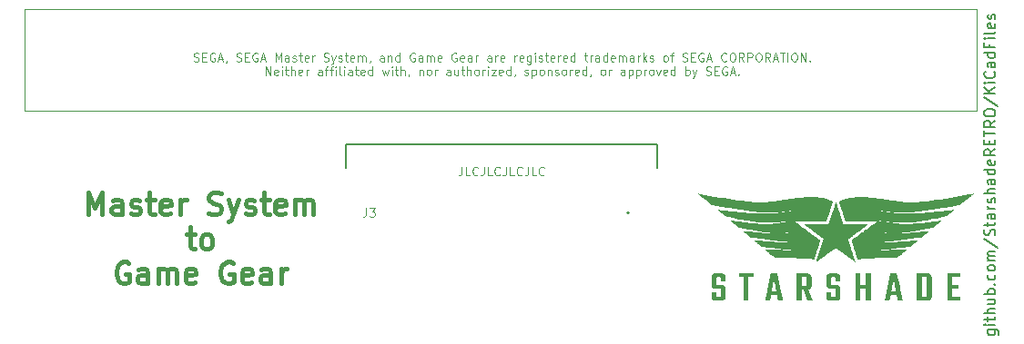
<source format=gto>
G04 #@! TF.GenerationSoftware,KiCad,Pcbnew,8.0.2*
G04 #@! TF.CreationDate,2024-05-08T12:07:27-04:00*
G04 #@! TF.ProjectId,SMS-to-GG,534d532d-746f-42d4-9747-2e6b69636164,4*
G04 #@! TF.SameCoordinates,Original*
G04 #@! TF.FileFunction,Legend,Top*
G04 #@! TF.FilePolarity,Positive*
%FSLAX46Y46*%
G04 Gerber Fmt 4.6, Leading zero omitted, Abs format (unit mm)*
G04 Created by KiCad (PCBNEW 8.0.2) date 2024-05-08 12:07:27*
%MOMM*%
%LPD*%
G01*
G04 APERTURE LIST*
G04 Aperture macros list*
%AMFreePoly0*
4,1,17,-0.910000,3.545000,-0.902068,3.629590,-0.857273,3.757607,-0.776734,3.866734,-0.667607,3.947273,-0.539590,3.992068,-0.455000,4.000000,0.455000,4.000000,0.539590,3.992068,0.667607,3.947273,0.776734,3.866734,0.857273,3.757607,0.902068,3.629590,0.910000,3.545000,0.910000,-4.000000,-0.910000,-4.000000,-0.910000,3.545000,-0.910000,3.545000,$1*%
%AMFreePoly1*
4,1,17,-0.910000,3.995000,-0.902068,4.079590,-0.857273,4.207607,-0.776734,4.316734,-0.667607,4.397273,-0.539590,4.442068,-0.455000,4.450000,0.455000,4.450000,0.539590,4.442068,0.667607,4.397273,0.776734,4.316734,0.857273,4.207607,0.902068,4.079590,0.910000,3.995000,0.910000,-4.450000,-0.910000,-4.450000,-0.910000,3.995000,-0.910000,3.995000,$1*%
G04 Aperture macros list end*
%ADD10C,0.120000*%
%ADD11C,0.150000*%
%ADD12C,0.400000*%
%ADD13C,0.200000*%
%ADD14C,0.000000*%
%ADD15C,0.050000*%
%ADD16R,0.300000X1.700000*%
%ADD17R,2.500000X2.800000*%
%ADD18FreePoly0,0.000000*%
%ADD19FreePoly1,0.000000*%
%ADD20C,3.700000*%
%ADD21C,1.700000*%
%ADD22O,1.700000X1.700000*%
%ADD23R,1.700000X1.700000*%
G04 APERTURE END LIST*
D10*
X146924761Y-113283855D02*
X146924761Y-113855283D01*
X146924761Y-113855283D02*
X146886666Y-113969569D01*
X146886666Y-113969569D02*
X146810475Y-114045760D01*
X146810475Y-114045760D02*
X146696190Y-114083855D01*
X146696190Y-114083855D02*
X146619999Y-114083855D01*
X147686666Y-114083855D02*
X147305714Y-114083855D01*
X147305714Y-114083855D02*
X147305714Y-113283855D01*
X148410476Y-114007664D02*
X148372380Y-114045760D01*
X148372380Y-114045760D02*
X148258095Y-114083855D01*
X148258095Y-114083855D02*
X148181904Y-114083855D01*
X148181904Y-114083855D02*
X148067618Y-114045760D01*
X148067618Y-114045760D02*
X147991428Y-113969569D01*
X147991428Y-113969569D02*
X147953333Y-113893379D01*
X147953333Y-113893379D02*
X147915237Y-113740998D01*
X147915237Y-113740998D02*
X147915237Y-113626712D01*
X147915237Y-113626712D02*
X147953333Y-113474331D01*
X147953333Y-113474331D02*
X147991428Y-113398140D01*
X147991428Y-113398140D02*
X148067618Y-113321950D01*
X148067618Y-113321950D02*
X148181904Y-113283855D01*
X148181904Y-113283855D02*
X148258095Y-113283855D01*
X148258095Y-113283855D02*
X148372380Y-113321950D01*
X148372380Y-113321950D02*
X148410476Y-113360045D01*
X148981904Y-113283855D02*
X148981904Y-113855283D01*
X148981904Y-113855283D02*
X148943809Y-113969569D01*
X148943809Y-113969569D02*
X148867618Y-114045760D01*
X148867618Y-114045760D02*
X148753333Y-114083855D01*
X148753333Y-114083855D02*
X148677142Y-114083855D01*
X149743809Y-114083855D02*
X149362857Y-114083855D01*
X149362857Y-114083855D02*
X149362857Y-113283855D01*
X150467619Y-114007664D02*
X150429523Y-114045760D01*
X150429523Y-114045760D02*
X150315238Y-114083855D01*
X150315238Y-114083855D02*
X150239047Y-114083855D01*
X150239047Y-114083855D02*
X150124761Y-114045760D01*
X150124761Y-114045760D02*
X150048571Y-113969569D01*
X150048571Y-113969569D02*
X150010476Y-113893379D01*
X150010476Y-113893379D02*
X149972380Y-113740998D01*
X149972380Y-113740998D02*
X149972380Y-113626712D01*
X149972380Y-113626712D02*
X150010476Y-113474331D01*
X150010476Y-113474331D02*
X150048571Y-113398140D01*
X150048571Y-113398140D02*
X150124761Y-113321950D01*
X150124761Y-113321950D02*
X150239047Y-113283855D01*
X150239047Y-113283855D02*
X150315238Y-113283855D01*
X150315238Y-113283855D02*
X150429523Y-113321950D01*
X150429523Y-113321950D02*
X150467619Y-113360045D01*
X151039047Y-113283855D02*
X151039047Y-113855283D01*
X151039047Y-113855283D02*
X151000952Y-113969569D01*
X151000952Y-113969569D02*
X150924761Y-114045760D01*
X150924761Y-114045760D02*
X150810476Y-114083855D01*
X150810476Y-114083855D02*
X150734285Y-114083855D01*
X151800952Y-114083855D02*
X151420000Y-114083855D01*
X151420000Y-114083855D02*
X151420000Y-113283855D01*
X152524762Y-114007664D02*
X152486666Y-114045760D01*
X152486666Y-114045760D02*
X152372381Y-114083855D01*
X152372381Y-114083855D02*
X152296190Y-114083855D01*
X152296190Y-114083855D02*
X152181904Y-114045760D01*
X152181904Y-114045760D02*
X152105714Y-113969569D01*
X152105714Y-113969569D02*
X152067619Y-113893379D01*
X152067619Y-113893379D02*
X152029523Y-113740998D01*
X152029523Y-113740998D02*
X152029523Y-113626712D01*
X152029523Y-113626712D02*
X152067619Y-113474331D01*
X152067619Y-113474331D02*
X152105714Y-113398140D01*
X152105714Y-113398140D02*
X152181904Y-113321950D01*
X152181904Y-113321950D02*
X152296190Y-113283855D01*
X152296190Y-113283855D02*
X152372381Y-113283855D01*
X152372381Y-113283855D02*
X152486666Y-113321950D01*
X152486666Y-113321950D02*
X152524762Y-113360045D01*
X153096190Y-113283855D02*
X153096190Y-113855283D01*
X153096190Y-113855283D02*
X153058095Y-113969569D01*
X153058095Y-113969569D02*
X152981904Y-114045760D01*
X152981904Y-114045760D02*
X152867619Y-114083855D01*
X152867619Y-114083855D02*
X152791428Y-114083855D01*
X153858095Y-114083855D02*
X153477143Y-114083855D01*
X153477143Y-114083855D02*
X153477143Y-113283855D01*
X154581905Y-114007664D02*
X154543809Y-114045760D01*
X154543809Y-114045760D02*
X154429524Y-114083855D01*
X154429524Y-114083855D02*
X154353333Y-114083855D01*
X154353333Y-114083855D02*
X154239047Y-114045760D01*
X154239047Y-114045760D02*
X154162857Y-113969569D01*
X154162857Y-113969569D02*
X154124762Y-113893379D01*
X154124762Y-113893379D02*
X154086666Y-113740998D01*
X154086666Y-113740998D02*
X154086666Y-113626712D01*
X154086666Y-113626712D02*
X154124762Y-113474331D01*
X154124762Y-113474331D02*
X154162857Y-113398140D01*
X154162857Y-113398140D02*
X154239047Y-113321950D01*
X154239047Y-113321950D02*
X154353333Y-113283855D01*
X154353333Y-113283855D02*
X154429524Y-113283855D01*
X154429524Y-113283855D02*
X154543809Y-113321950D01*
X154543809Y-113321950D02*
X154581905Y-113360045D01*
X122003330Y-103411783D02*
X122117616Y-103449878D01*
X122117616Y-103449878D02*
X122308092Y-103449878D01*
X122308092Y-103449878D02*
X122384283Y-103411783D01*
X122384283Y-103411783D02*
X122422378Y-103373687D01*
X122422378Y-103373687D02*
X122460473Y-103297497D01*
X122460473Y-103297497D02*
X122460473Y-103221306D01*
X122460473Y-103221306D02*
X122422378Y-103145116D01*
X122422378Y-103145116D02*
X122384283Y-103107021D01*
X122384283Y-103107021D02*
X122308092Y-103068925D01*
X122308092Y-103068925D02*
X122155711Y-103030830D01*
X122155711Y-103030830D02*
X122079521Y-102992735D01*
X122079521Y-102992735D02*
X122041426Y-102954640D01*
X122041426Y-102954640D02*
X122003330Y-102878449D01*
X122003330Y-102878449D02*
X122003330Y-102802259D01*
X122003330Y-102802259D02*
X122041426Y-102726068D01*
X122041426Y-102726068D02*
X122079521Y-102687973D01*
X122079521Y-102687973D02*
X122155711Y-102649878D01*
X122155711Y-102649878D02*
X122346188Y-102649878D01*
X122346188Y-102649878D02*
X122460473Y-102687973D01*
X122803331Y-103030830D02*
X123069997Y-103030830D01*
X123184283Y-103449878D02*
X122803331Y-103449878D01*
X122803331Y-103449878D02*
X122803331Y-102649878D01*
X122803331Y-102649878D02*
X123184283Y-102649878D01*
X123946188Y-102687973D02*
X123869998Y-102649878D01*
X123869998Y-102649878D02*
X123755712Y-102649878D01*
X123755712Y-102649878D02*
X123641426Y-102687973D01*
X123641426Y-102687973D02*
X123565236Y-102764163D01*
X123565236Y-102764163D02*
X123527141Y-102840354D01*
X123527141Y-102840354D02*
X123489045Y-102992735D01*
X123489045Y-102992735D02*
X123489045Y-103107021D01*
X123489045Y-103107021D02*
X123527141Y-103259402D01*
X123527141Y-103259402D02*
X123565236Y-103335592D01*
X123565236Y-103335592D02*
X123641426Y-103411783D01*
X123641426Y-103411783D02*
X123755712Y-103449878D01*
X123755712Y-103449878D02*
X123831903Y-103449878D01*
X123831903Y-103449878D02*
X123946188Y-103411783D01*
X123946188Y-103411783D02*
X123984284Y-103373687D01*
X123984284Y-103373687D02*
X123984284Y-103107021D01*
X123984284Y-103107021D02*
X123831903Y-103107021D01*
X124289045Y-103221306D02*
X124669998Y-103221306D01*
X124212855Y-103449878D02*
X124479522Y-102649878D01*
X124479522Y-102649878D02*
X124746188Y-103449878D01*
X125050950Y-103411783D02*
X125050950Y-103449878D01*
X125050950Y-103449878D02*
X125012855Y-103526068D01*
X125012855Y-103526068D02*
X124974759Y-103564163D01*
X125965235Y-103411783D02*
X126079521Y-103449878D01*
X126079521Y-103449878D02*
X126269997Y-103449878D01*
X126269997Y-103449878D02*
X126346188Y-103411783D01*
X126346188Y-103411783D02*
X126384283Y-103373687D01*
X126384283Y-103373687D02*
X126422378Y-103297497D01*
X126422378Y-103297497D02*
X126422378Y-103221306D01*
X126422378Y-103221306D02*
X126384283Y-103145116D01*
X126384283Y-103145116D02*
X126346188Y-103107021D01*
X126346188Y-103107021D02*
X126269997Y-103068925D01*
X126269997Y-103068925D02*
X126117616Y-103030830D01*
X126117616Y-103030830D02*
X126041426Y-102992735D01*
X126041426Y-102992735D02*
X126003331Y-102954640D01*
X126003331Y-102954640D02*
X125965235Y-102878449D01*
X125965235Y-102878449D02*
X125965235Y-102802259D01*
X125965235Y-102802259D02*
X126003331Y-102726068D01*
X126003331Y-102726068D02*
X126041426Y-102687973D01*
X126041426Y-102687973D02*
X126117616Y-102649878D01*
X126117616Y-102649878D02*
X126308093Y-102649878D01*
X126308093Y-102649878D02*
X126422378Y-102687973D01*
X126765236Y-103030830D02*
X127031902Y-103030830D01*
X127146188Y-103449878D02*
X126765236Y-103449878D01*
X126765236Y-103449878D02*
X126765236Y-102649878D01*
X126765236Y-102649878D02*
X127146188Y-102649878D01*
X127908093Y-102687973D02*
X127831903Y-102649878D01*
X127831903Y-102649878D02*
X127717617Y-102649878D01*
X127717617Y-102649878D02*
X127603331Y-102687973D01*
X127603331Y-102687973D02*
X127527141Y-102764163D01*
X127527141Y-102764163D02*
X127489046Y-102840354D01*
X127489046Y-102840354D02*
X127450950Y-102992735D01*
X127450950Y-102992735D02*
X127450950Y-103107021D01*
X127450950Y-103107021D02*
X127489046Y-103259402D01*
X127489046Y-103259402D02*
X127527141Y-103335592D01*
X127527141Y-103335592D02*
X127603331Y-103411783D01*
X127603331Y-103411783D02*
X127717617Y-103449878D01*
X127717617Y-103449878D02*
X127793808Y-103449878D01*
X127793808Y-103449878D02*
X127908093Y-103411783D01*
X127908093Y-103411783D02*
X127946189Y-103373687D01*
X127946189Y-103373687D02*
X127946189Y-103107021D01*
X127946189Y-103107021D02*
X127793808Y-103107021D01*
X128250950Y-103221306D02*
X128631903Y-103221306D01*
X128174760Y-103449878D02*
X128441427Y-102649878D01*
X128441427Y-102649878D02*
X128708093Y-103449878D01*
X129584284Y-103449878D02*
X129584284Y-102649878D01*
X129584284Y-102649878D02*
X129850950Y-103221306D01*
X129850950Y-103221306D02*
X130117617Y-102649878D01*
X130117617Y-102649878D02*
X130117617Y-103449878D01*
X130841427Y-103449878D02*
X130841427Y-103030830D01*
X130841427Y-103030830D02*
X130803332Y-102954640D01*
X130803332Y-102954640D02*
X130727141Y-102916544D01*
X130727141Y-102916544D02*
X130574760Y-102916544D01*
X130574760Y-102916544D02*
X130498570Y-102954640D01*
X130841427Y-103411783D02*
X130765236Y-103449878D01*
X130765236Y-103449878D02*
X130574760Y-103449878D01*
X130574760Y-103449878D02*
X130498570Y-103411783D01*
X130498570Y-103411783D02*
X130460474Y-103335592D01*
X130460474Y-103335592D02*
X130460474Y-103259402D01*
X130460474Y-103259402D02*
X130498570Y-103183211D01*
X130498570Y-103183211D02*
X130574760Y-103145116D01*
X130574760Y-103145116D02*
X130765236Y-103145116D01*
X130765236Y-103145116D02*
X130841427Y-103107021D01*
X131184284Y-103411783D02*
X131260475Y-103449878D01*
X131260475Y-103449878D02*
X131412856Y-103449878D01*
X131412856Y-103449878D02*
X131489046Y-103411783D01*
X131489046Y-103411783D02*
X131527142Y-103335592D01*
X131527142Y-103335592D02*
X131527142Y-103297497D01*
X131527142Y-103297497D02*
X131489046Y-103221306D01*
X131489046Y-103221306D02*
X131412856Y-103183211D01*
X131412856Y-103183211D02*
X131298570Y-103183211D01*
X131298570Y-103183211D02*
X131222380Y-103145116D01*
X131222380Y-103145116D02*
X131184284Y-103068925D01*
X131184284Y-103068925D02*
X131184284Y-103030830D01*
X131184284Y-103030830D02*
X131222380Y-102954640D01*
X131222380Y-102954640D02*
X131298570Y-102916544D01*
X131298570Y-102916544D02*
X131412856Y-102916544D01*
X131412856Y-102916544D02*
X131489046Y-102954640D01*
X131755713Y-102916544D02*
X132060475Y-102916544D01*
X131869999Y-102649878D02*
X131869999Y-103335592D01*
X131869999Y-103335592D02*
X131908094Y-103411783D01*
X131908094Y-103411783D02*
X131984284Y-103449878D01*
X131984284Y-103449878D02*
X132060475Y-103449878D01*
X132631904Y-103411783D02*
X132555713Y-103449878D01*
X132555713Y-103449878D02*
X132403332Y-103449878D01*
X132403332Y-103449878D02*
X132327142Y-103411783D01*
X132327142Y-103411783D02*
X132289046Y-103335592D01*
X132289046Y-103335592D02*
X132289046Y-103030830D01*
X132289046Y-103030830D02*
X132327142Y-102954640D01*
X132327142Y-102954640D02*
X132403332Y-102916544D01*
X132403332Y-102916544D02*
X132555713Y-102916544D01*
X132555713Y-102916544D02*
X132631904Y-102954640D01*
X132631904Y-102954640D02*
X132669999Y-103030830D01*
X132669999Y-103030830D02*
X132669999Y-103107021D01*
X132669999Y-103107021D02*
X132289046Y-103183211D01*
X133012856Y-103449878D02*
X133012856Y-102916544D01*
X133012856Y-103068925D02*
X133050951Y-102992735D01*
X133050951Y-102992735D02*
X133089046Y-102954640D01*
X133089046Y-102954640D02*
X133165237Y-102916544D01*
X133165237Y-102916544D02*
X133241427Y-102916544D01*
X134079522Y-103411783D02*
X134193808Y-103449878D01*
X134193808Y-103449878D02*
X134384284Y-103449878D01*
X134384284Y-103449878D02*
X134460475Y-103411783D01*
X134460475Y-103411783D02*
X134498570Y-103373687D01*
X134498570Y-103373687D02*
X134536665Y-103297497D01*
X134536665Y-103297497D02*
X134536665Y-103221306D01*
X134536665Y-103221306D02*
X134498570Y-103145116D01*
X134498570Y-103145116D02*
X134460475Y-103107021D01*
X134460475Y-103107021D02*
X134384284Y-103068925D01*
X134384284Y-103068925D02*
X134231903Y-103030830D01*
X134231903Y-103030830D02*
X134155713Y-102992735D01*
X134155713Y-102992735D02*
X134117618Y-102954640D01*
X134117618Y-102954640D02*
X134079522Y-102878449D01*
X134079522Y-102878449D02*
X134079522Y-102802259D01*
X134079522Y-102802259D02*
X134117618Y-102726068D01*
X134117618Y-102726068D02*
X134155713Y-102687973D01*
X134155713Y-102687973D02*
X134231903Y-102649878D01*
X134231903Y-102649878D02*
X134422380Y-102649878D01*
X134422380Y-102649878D02*
X134536665Y-102687973D01*
X134803332Y-102916544D02*
X134993808Y-103449878D01*
X135184285Y-102916544D02*
X134993808Y-103449878D01*
X134993808Y-103449878D02*
X134917618Y-103640354D01*
X134917618Y-103640354D02*
X134879523Y-103678449D01*
X134879523Y-103678449D02*
X134803332Y-103716544D01*
X135450951Y-103411783D02*
X135527142Y-103449878D01*
X135527142Y-103449878D02*
X135679523Y-103449878D01*
X135679523Y-103449878D02*
X135755713Y-103411783D01*
X135755713Y-103411783D02*
X135793809Y-103335592D01*
X135793809Y-103335592D02*
X135793809Y-103297497D01*
X135793809Y-103297497D02*
X135755713Y-103221306D01*
X135755713Y-103221306D02*
X135679523Y-103183211D01*
X135679523Y-103183211D02*
X135565237Y-103183211D01*
X135565237Y-103183211D02*
X135489047Y-103145116D01*
X135489047Y-103145116D02*
X135450951Y-103068925D01*
X135450951Y-103068925D02*
X135450951Y-103030830D01*
X135450951Y-103030830D02*
X135489047Y-102954640D01*
X135489047Y-102954640D02*
X135565237Y-102916544D01*
X135565237Y-102916544D02*
X135679523Y-102916544D01*
X135679523Y-102916544D02*
X135755713Y-102954640D01*
X136022380Y-102916544D02*
X136327142Y-102916544D01*
X136136666Y-102649878D02*
X136136666Y-103335592D01*
X136136666Y-103335592D02*
X136174761Y-103411783D01*
X136174761Y-103411783D02*
X136250951Y-103449878D01*
X136250951Y-103449878D02*
X136327142Y-103449878D01*
X136898571Y-103411783D02*
X136822380Y-103449878D01*
X136822380Y-103449878D02*
X136669999Y-103449878D01*
X136669999Y-103449878D02*
X136593809Y-103411783D01*
X136593809Y-103411783D02*
X136555713Y-103335592D01*
X136555713Y-103335592D02*
X136555713Y-103030830D01*
X136555713Y-103030830D02*
X136593809Y-102954640D01*
X136593809Y-102954640D02*
X136669999Y-102916544D01*
X136669999Y-102916544D02*
X136822380Y-102916544D01*
X136822380Y-102916544D02*
X136898571Y-102954640D01*
X136898571Y-102954640D02*
X136936666Y-103030830D01*
X136936666Y-103030830D02*
X136936666Y-103107021D01*
X136936666Y-103107021D02*
X136555713Y-103183211D01*
X137279523Y-103449878D02*
X137279523Y-102916544D01*
X137279523Y-102992735D02*
X137317618Y-102954640D01*
X137317618Y-102954640D02*
X137393808Y-102916544D01*
X137393808Y-102916544D02*
X137508094Y-102916544D01*
X137508094Y-102916544D02*
X137584285Y-102954640D01*
X137584285Y-102954640D02*
X137622380Y-103030830D01*
X137622380Y-103030830D02*
X137622380Y-103449878D01*
X137622380Y-103030830D02*
X137660475Y-102954640D01*
X137660475Y-102954640D02*
X137736666Y-102916544D01*
X137736666Y-102916544D02*
X137850951Y-102916544D01*
X137850951Y-102916544D02*
X137927142Y-102954640D01*
X137927142Y-102954640D02*
X137965237Y-103030830D01*
X137965237Y-103030830D02*
X137965237Y-103449878D01*
X138384285Y-103411783D02*
X138384285Y-103449878D01*
X138384285Y-103449878D02*
X138346190Y-103526068D01*
X138346190Y-103526068D02*
X138308094Y-103564163D01*
X139679523Y-103449878D02*
X139679523Y-103030830D01*
X139679523Y-103030830D02*
X139641428Y-102954640D01*
X139641428Y-102954640D02*
X139565237Y-102916544D01*
X139565237Y-102916544D02*
X139412856Y-102916544D01*
X139412856Y-102916544D02*
X139336666Y-102954640D01*
X139679523Y-103411783D02*
X139603332Y-103449878D01*
X139603332Y-103449878D02*
X139412856Y-103449878D01*
X139412856Y-103449878D02*
X139336666Y-103411783D01*
X139336666Y-103411783D02*
X139298570Y-103335592D01*
X139298570Y-103335592D02*
X139298570Y-103259402D01*
X139298570Y-103259402D02*
X139336666Y-103183211D01*
X139336666Y-103183211D02*
X139412856Y-103145116D01*
X139412856Y-103145116D02*
X139603332Y-103145116D01*
X139603332Y-103145116D02*
X139679523Y-103107021D01*
X140060476Y-102916544D02*
X140060476Y-103449878D01*
X140060476Y-102992735D02*
X140098571Y-102954640D01*
X140098571Y-102954640D02*
X140174761Y-102916544D01*
X140174761Y-102916544D02*
X140289047Y-102916544D01*
X140289047Y-102916544D02*
X140365238Y-102954640D01*
X140365238Y-102954640D02*
X140403333Y-103030830D01*
X140403333Y-103030830D02*
X140403333Y-103449878D01*
X141127143Y-103449878D02*
X141127143Y-102649878D01*
X141127143Y-103411783D02*
X141050952Y-103449878D01*
X141050952Y-103449878D02*
X140898571Y-103449878D01*
X140898571Y-103449878D02*
X140822381Y-103411783D01*
X140822381Y-103411783D02*
X140784286Y-103373687D01*
X140784286Y-103373687D02*
X140746190Y-103297497D01*
X140746190Y-103297497D02*
X140746190Y-103068925D01*
X140746190Y-103068925D02*
X140784286Y-102992735D01*
X140784286Y-102992735D02*
X140822381Y-102954640D01*
X140822381Y-102954640D02*
X140898571Y-102916544D01*
X140898571Y-102916544D02*
X141050952Y-102916544D01*
X141050952Y-102916544D02*
X141127143Y-102954640D01*
X142536667Y-102687973D02*
X142460477Y-102649878D01*
X142460477Y-102649878D02*
X142346191Y-102649878D01*
X142346191Y-102649878D02*
X142231905Y-102687973D01*
X142231905Y-102687973D02*
X142155715Y-102764163D01*
X142155715Y-102764163D02*
X142117620Y-102840354D01*
X142117620Y-102840354D02*
X142079524Y-102992735D01*
X142079524Y-102992735D02*
X142079524Y-103107021D01*
X142079524Y-103107021D02*
X142117620Y-103259402D01*
X142117620Y-103259402D02*
X142155715Y-103335592D01*
X142155715Y-103335592D02*
X142231905Y-103411783D01*
X142231905Y-103411783D02*
X142346191Y-103449878D01*
X142346191Y-103449878D02*
X142422382Y-103449878D01*
X142422382Y-103449878D02*
X142536667Y-103411783D01*
X142536667Y-103411783D02*
X142574763Y-103373687D01*
X142574763Y-103373687D02*
X142574763Y-103107021D01*
X142574763Y-103107021D02*
X142422382Y-103107021D01*
X143260477Y-103449878D02*
X143260477Y-103030830D01*
X143260477Y-103030830D02*
X143222382Y-102954640D01*
X143222382Y-102954640D02*
X143146191Y-102916544D01*
X143146191Y-102916544D02*
X142993810Y-102916544D01*
X142993810Y-102916544D02*
X142917620Y-102954640D01*
X143260477Y-103411783D02*
X143184286Y-103449878D01*
X143184286Y-103449878D02*
X142993810Y-103449878D01*
X142993810Y-103449878D02*
X142917620Y-103411783D01*
X142917620Y-103411783D02*
X142879524Y-103335592D01*
X142879524Y-103335592D02*
X142879524Y-103259402D01*
X142879524Y-103259402D02*
X142917620Y-103183211D01*
X142917620Y-103183211D02*
X142993810Y-103145116D01*
X142993810Y-103145116D02*
X143184286Y-103145116D01*
X143184286Y-103145116D02*
X143260477Y-103107021D01*
X143641430Y-103449878D02*
X143641430Y-102916544D01*
X143641430Y-102992735D02*
X143679525Y-102954640D01*
X143679525Y-102954640D02*
X143755715Y-102916544D01*
X143755715Y-102916544D02*
X143870001Y-102916544D01*
X143870001Y-102916544D02*
X143946192Y-102954640D01*
X143946192Y-102954640D02*
X143984287Y-103030830D01*
X143984287Y-103030830D02*
X143984287Y-103449878D01*
X143984287Y-103030830D02*
X144022382Y-102954640D01*
X144022382Y-102954640D02*
X144098573Y-102916544D01*
X144098573Y-102916544D02*
X144212858Y-102916544D01*
X144212858Y-102916544D02*
X144289049Y-102954640D01*
X144289049Y-102954640D02*
X144327144Y-103030830D01*
X144327144Y-103030830D02*
X144327144Y-103449878D01*
X145012859Y-103411783D02*
X144936668Y-103449878D01*
X144936668Y-103449878D02*
X144784287Y-103449878D01*
X144784287Y-103449878D02*
X144708097Y-103411783D01*
X144708097Y-103411783D02*
X144670001Y-103335592D01*
X144670001Y-103335592D02*
X144670001Y-103030830D01*
X144670001Y-103030830D02*
X144708097Y-102954640D01*
X144708097Y-102954640D02*
X144784287Y-102916544D01*
X144784287Y-102916544D02*
X144936668Y-102916544D01*
X144936668Y-102916544D02*
X145012859Y-102954640D01*
X145012859Y-102954640D02*
X145050954Y-103030830D01*
X145050954Y-103030830D02*
X145050954Y-103107021D01*
X145050954Y-103107021D02*
X144670001Y-103183211D01*
X146422382Y-102687973D02*
X146346192Y-102649878D01*
X146346192Y-102649878D02*
X146231906Y-102649878D01*
X146231906Y-102649878D02*
X146117620Y-102687973D01*
X146117620Y-102687973D02*
X146041430Y-102764163D01*
X146041430Y-102764163D02*
X146003335Y-102840354D01*
X146003335Y-102840354D02*
X145965239Y-102992735D01*
X145965239Y-102992735D02*
X145965239Y-103107021D01*
X145965239Y-103107021D02*
X146003335Y-103259402D01*
X146003335Y-103259402D02*
X146041430Y-103335592D01*
X146041430Y-103335592D02*
X146117620Y-103411783D01*
X146117620Y-103411783D02*
X146231906Y-103449878D01*
X146231906Y-103449878D02*
X146308097Y-103449878D01*
X146308097Y-103449878D02*
X146422382Y-103411783D01*
X146422382Y-103411783D02*
X146460478Y-103373687D01*
X146460478Y-103373687D02*
X146460478Y-103107021D01*
X146460478Y-103107021D02*
X146308097Y-103107021D01*
X147108097Y-103411783D02*
X147031906Y-103449878D01*
X147031906Y-103449878D02*
X146879525Y-103449878D01*
X146879525Y-103449878D02*
X146803335Y-103411783D01*
X146803335Y-103411783D02*
X146765239Y-103335592D01*
X146765239Y-103335592D02*
X146765239Y-103030830D01*
X146765239Y-103030830D02*
X146803335Y-102954640D01*
X146803335Y-102954640D02*
X146879525Y-102916544D01*
X146879525Y-102916544D02*
X147031906Y-102916544D01*
X147031906Y-102916544D02*
X147108097Y-102954640D01*
X147108097Y-102954640D02*
X147146192Y-103030830D01*
X147146192Y-103030830D02*
X147146192Y-103107021D01*
X147146192Y-103107021D02*
X146765239Y-103183211D01*
X147831906Y-103449878D02*
X147831906Y-103030830D01*
X147831906Y-103030830D02*
X147793811Y-102954640D01*
X147793811Y-102954640D02*
X147717620Y-102916544D01*
X147717620Y-102916544D02*
X147565239Y-102916544D01*
X147565239Y-102916544D02*
X147489049Y-102954640D01*
X147831906Y-103411783D02*
X147755715Y-103449878D01*
X147755715Y-103449878D02*
X147565239Y-103449878D01*
X147565239Y-103449878D02*
X147489049Y-103411783D01*
X147489049Y-103411783D02*
X147450953Y-103335592D01*
X147450953Y-103335592D02*
X147450953Y-103259402D01*
X147450953Y-103259402D02*
X147489049Y-103183211D01*
X147489049Y-103183211D02*
X147565239Y-103145116D01*
X147565239Y-103145116D02*
X147755715Y-103145116D01*
X147755715Y-103145116D02*
X147831906Y-103107021D01*
X148212859Y-103449878D02*
X148212859Y-102916544D01*
X148212859Y-103068925D02*
X148250954Y-102992735D01*
X148250954Y-102992735D02*
X148289049Y-102954640D01*
X148289049Y-102954640D02*
X148365240Y-102916544D01*
X148365240Y-102916544D02*
X148441430Y-102916544D01*
X149660478Y-103449878D02*
X149660478Y-103030830D01*
X149660478Y-103030830D02*
X149622383Y-102954640D01*
X149622383Y-102954640D02*
X149546192Y-102916544D01*
X149546192Y-102916544D02*
X149393811Y-102916544D01*
X149393811Y-102916544D02*
X149317621Y-102954640D01*
X149660478Y-103411783D02*
X149584287Y-103449878D01*
X149584287Y-103449878D02*
X149393811Y-103449878D01*
X149393811Y-103449878D02*
X149317621Y-103411783D01*
X149317621Y-103411783D02*
X149279525Y-103335592D01*
X149279525Y-103335592D02*
X149279525Y-103259402D01*
X149279525Y-103259402D02*
X149317621Y-103183211D01*
X149317621Y-103183211D02*
X149393811Y-103145116D01*
X149393811Y-103145116D02*
X149584287Y-103145116D01*
X149584287Y-103145116D02*
X149660478Y-103107021D01*
X150041431Y-103449878D02*
X150041431Y-102916544D01*
X150041431Y-103068925D02*
X150079526Y-102992735D01*
X150079526Y-102992735D02*
X150117621Y-102954640D01*
X150117621Y-102954640D02*
X150193812Y-102916544D01*
X150193812Y-102916544D02*
X150270002Y-102916544D01*
X150841431Y-103411783D02*
X150765240Y-103449878D01*
X150765240Y-103449878D02*
X150612859Y-103449878D01*
X150612859Y-103449878D02*
X150536669Y-103411783D01*
X150536669Y-103411783D02*
X150498573Y-103335592D01*
X150498573Y-103335592D02*
X150498573Y-103030830D01*
X150498573Y-103030830D02*
X150536669Y-102954640D01*
X150536669Y-102954640D02*
X150612859Y-102916544D01*
X150612859Y-102916544D02*
X150765240Y-102916544D01*
X150765240Y-102916544D02*
X150841431Y-102954640D01*
X150841431Y-102954640D02*
X150879526Y-103030830D01*
X150879526Y-103030830D02*
X150879526Y-103107021D01*
X150879526Y-103107021D02*
X150498573Y-103183211D01*
X151831907Y-103449878D02*
X151831907Y-102916544D01*
X151831907Y-103068925D02*
X151870002Y-102992735D01*
X151870002Y-102992735D02*
X151908097Y-102954640D01*
X151908097Y-102954640D02*
X151984288Y-102916544D01*
X151984288Y-102916544D02*
X152060478Y-102916544D01*
X152631907Y-103411783D02*
X152555716Y-103449878D01*
X152555716Y-103449878D02*
X152403335Y-103449878D01*
X152403335Y-103449878D02*
X152327145Y-103411783D01*
X152327145Y-103411783D02*
X152289049Y-103335592D01*
X152289049Y-103335592D02*
X152289049Y-103030830D01*
X152289049Y-103030830D02*
X152327145Y-102954640D01*
X152327145Y-102954640D02*
X152403335Y-102916544D01*
X152403335Y-102916544D02*
X152555716Y-102916544D01*
X152555716Y-102916544D02*
X152631907Y-102954640D01*
X152631907Y-102954640D02*
X152670002Y-103030830D01*
X152670002Y-103030830D02*
X152670002Y-103107021D01*
X152670002Y-103107021D02*
X152289049Y-103183211D01*
X153355716Y-102916544D02*
X153355716Y-103564163D01*
X153355716Y-103564163D02*
X153317621Y-103640354D01*
X153317621Y-103640354D02*
X153279525Y-103678449D01*
X153279525Y-103678449D02*
X153203335Y-103716544D01*
X153203335Y-103716544D02*
X153089049Y-103716544D01*
X153089049Y-103716544D02*
X153012859Y-103678449D01*
X153355716Y-103411783D02*
X153279525Y-103449878D01*
X153279525Y-103449878D02*
X153127144Y-103449878D01*
X153127144Y-103449878D02*
X153050954Y-103411783D01*
X153050954Y-103411783D02*
X153012859Y-103373687D01*
X153012859Y-103373687D02*
X152974763Y-103297497D01*
X152974763Y-103297497D02*
X152974763Y-103068925D01*
X152974763Y-103068925D02*
X153012859Y-102992735D01*
X153012859Y-102992735D02*
X153050954Y-102954640D01*
X153050954Y-102954640D02*
X153127144Y-102916544D01*
X153127144Y-102916544D02*
X153279525Y-102916544D01*
X153279525Y-102916544D02*
X153355716Y-102954640D01*
X153736669Y-103449878D02*
X153736669Y-102916544D01*
X153736669Y-102649878D02*
X153698573Y-102687973D01*
X153698573Y-102687973D02*
X153736669Y-102726068D01*
X153736669Y-102726068D02*
X153774764Y-102687973D01*
X153774764Y-102687973D02*
X153736669Y-102649878D01*
X153736669Y-102649878D02*
X153736669Y-102726068D01*
X154079525Y-103411783D02*
X154155716Y-103449878D01*
X154155716Y-103449878D02*
X154308097Y-103449878D01*
X154308097Y-103449878D02*
X154384287Y-103411783D01*
X154384287Y-103411783D02*
X154422383Y-103335592D01*
X154422383Y-103335592D02*
X154422383Y-103297497D01*
X154422383Y-103297497D02*
X154384287Y-103221306D01*
X154384287Y-103221306D02*
X154308097Y-103183211D01*
X154308097Y-103183211D02*
X154193811Y-103183211D01*
X154193811Y-103183211D02*
X154117621Y-103145116D01*
X154117621Y-103145116D02*
X154079525Y-103068925D01*
X154079525Y-103068925D02*
X154079525Y-103030830D01*
X154079525Y-103030830D02*
X154117621Y-102954640D01*
X154117621Y-102954640D02*
X154193811Y-102916544D01*
X154193811Y-102916544D02*
X154308097Y-102916544D01*
X154308097Y-102916544D02*
X154384287Y-102954640D01*
X154650954Y-102916544D02*
X154955716Y-102916544D01*
X154765240Y-102649878D02*
X154765240Y-103335592D01*
X154765240Y-103335592D02*
X154803335Y-103411783D01*
X154803335Y-103411783D02*
X154879525Y-103449878D01*
X154879525Y-103449878D02*
X154955716Y-103449878D01*
X155527145Y-103411783D02*
X155450954Y-103449878D01*
X155450954Y-103449878D02*
X155298573Y-103449878D01*
X155298573Y-103449878D02*
X155222383Y-103411783D01*
X155222383Y-103411783D02*
X155184287Y-103335592D01*
X155184287Y-103335592D02*
X155184287Y-103030830D01*
X155184287Y-103030830D02*
X155222383Y-102954640D01*
X155222383Y-102954640D02*
X155298573Y-102916544D01*
X155298573Y-102916544D02*
X155450954Y-102916544D01*
X155450954Y-102916544D02*
X155527145Y-102954640D01*
X155527145Y-102954640D02*
X155565240Y-103030830D01*
X155565240Y-103030830D02*
X155565240Y-103107021D01*
X155565240Y-103107021D02*
X155184287Y-103183211D01*
X155908097Y-103449878D02*
X155908097Y-102916544D01*
X155908097Y-103068925D02*
X155946192Y-102992735D01*
X155946192Y-102992735D02*
X155984287Y-102954640D01*
X155984287Y-102954640D02*
X156060478Y-102916544D01*
X156060478Y-102916544D02*
X156136668Y-102916544D01*
X156708097Y-103411783D02*
X156631906Y-103449878D01*
X156631906Y-103449878D02*
X156479525Y-103449878D01*
X156479525Y-103449878D02*
X156403335Y-103411783D01*
X156403335Y-103411783D02*
X156365239Y-103335592D01*
X156365239Y-103335592D02*
X156365239Y-103030830D01*
X156365239Y-103030830D02*
X156403335Y-102954640D01*
X156403335Y-102954640D02*
X156479525Y-102916544D01*
X156479525Y-102916544D02*
X156631906Y-102916544D01*
X156631906Y-102916544D02*
X156708097Y-102954640D01*
X156708097Y-102954640D02*
X156746192Y-103030830D01*
X156746192Y-103030830D02*
X156746192Y-103107021D01*
X156746192Y-103107021D02*
X156365239Y-103183211D01*
X157431906Y-103449878D02*
X157431906Y-102649878D01*
X157431906Y-103411783D02*
X157355715Y-103449878D01*
X157355715Y-103449878D02*
X157203334Y-103449878D01*
X157203334Y-103449878D02*
X157127144Y-103411783D01*
X157127144Y-103411783D02*
X157089049Y-103373687D01*
X157089049Y-103373687D02*
X157050953Y-103297497D01*
X157050953Y-103297497D02*
X157050953Y-103068925D01*
X157050953Y-103068925D02*
X157089049Y-102992735D01*
X157089049Y-102992735D02*
X157127144Y-102954640D01*
X157127144Y-102954640D02*
X157203334Y-102916544D01*
X157203334Y-102916544D02*
X157355715Y-102916544D01*
X157355715Y-102916544D02*
X157431906Y-102954640D01*
X158308097Y-102916544D02*
X158612859Y-102916544D01*
X158422383Y-102649878D02*
X158422383Y-103335592D01*
X158422383Y-103335592D02*
X158460478Y-103411783D01*
X158460478Y-103411783D02*
X158536668Y-103449878D01*
X158536668Y-103449878D02*
X158612859Y-103449878D01*
X158879526Y-103449878D02*
X158879526Y-102916544D01*
X158879526Y-103068925D02*
X158917621Y-102992735D01*
X158917621Y-102992735D02*
X158955716Y-102954640D01*
X158955716Y-102954640D02*
X159031907Y-102916544D01*
X159031907Y-102916544D02*
X159108097Y-102916544D01*
X159717621Y-103449878D02*
X159717621Y-103030830D01*
X159717621Y-103030830D02*
X159679526Y-102954640D01*
X159679526Y-102954640D02*
X159603335Y-102916544D01*
X159603335Y-102916544D02*
X159450954Y-102916544D01*
X159450954Y-102916544D02*
X159374764Y-102954640D01*
X159717621Y-103411783D02*
X159641430Y-103449878D01*
X159641430Y-103449878D02*
X159450954Y-103449878D01*
X159450954Y-103449878D02*
X159374764Y-103411783D01*
X159374764Y-103411783D02*
X159336668Y-103335592D01*
X159336668Y-103335592D02*
X159336668Y-103259402D01*
X159336668Y-103259402D02*
X159374764Y-103183211D01*
X159374764Y-103183211D02*
X159450954Y-103145116D01*
X159450954Y-103145116D02*
X159641430Y-103145116D01*
X159641430Y-103145116D02*
X159717621Y-103107021D01*
X160441431Y-103449878D02*
X160441431Y-102649878D01*
X160441431Y-103411783D02*
X160365240Y-103449878D01*
X160365240Y-103449878D02*
X160212859Y-103449878D01*
X160212859Y-103449878D02*
X160136669Y-103411783D01*
X160136669Y-103411783D02*
X160098574Y-103373687D01*
X160098574Y-103373687D02*
X160060478Y-103297497D01*
X160060478Y-103297497D02*
X160060478Y-103068925D01*
X160060478Y-103068925D02*
X160098574Y-102992735D01*
X160098574Y-102992735D02*
X160136669Y-102954640D01*
X160136669Y-102954640D02*
X160212859Y-102916544D01*
X160212859Y-102916544D02*
X160365240Y-102916544D01*
X160365240Y-102916544D02*
X160441431Y-102954640D01*
X161127146Y-103411783D02*
X161050955Y-103449878D01*
X161050955Y-103449878D02*
X160898574Y-103449878D01*
X160898574Y-103449878D02*
X160822384Y-103411783D01*
X160822384Y-103411783D02*
X160784288Y-103335592D01*
X160784288Y-103335592D02*
X160784288Y-103030830D01*
X160784288Y-103030830D02*
X160822384Y-102954640D01*
X160822384Y-102954640D02*
X160898574Y-102916544D01*
X160898574Y-102916544D02*
X161050955Y-102916544D01*
X161050955Y-102916544D02*
X161127146Y-102954640D01*
X161127146Y-102954640D02*
X161165241Y-103030830D01*
X161165241Y-103030830D02*
X161165241Y-103107021D01*
X161165241Y-103107021D02*
X160784288Y-103183211D01*
X161508098Y-103449878D02*
X161508098Y-102916544D01*
X161508098Y-102992735D02*
X161546193Y-102954640D01*
X161546193Y-102954640D02*
X161622383Y-102916544D01*
X161622383Y-102916544D02*
X161736669Y-102916544D01*
X161736669Y-102916544D02*
X161812860Y-102954640D01*
X161812860Y-102954640D02*
X161850955Y-103030830D01*
X161850955Y-103030830D02*
X161850955Y-103449878D01*
X161850955Y-103030830D02*
X161889050Y-102954640D01*
X161889050Y-102954640D02*
X161965241Y-102916544D01*
X161965241Y-102916544D02*
X162079526Y-102916544D01*
X162079526Y-102916544D02*
X162155717Y-102954640D01*
X162155717Y-102954640D02*
X162193812Y-103030830D01*
X162193812Y-103030830D02*
X162193812Y-103449878D01*
X162917622Y-103449878D02*
X162917622Y-103030830D01*
X162917622Y-103030830D02*
X162879527Y-102954640D01*
X162879527Y-102954640D02*
X162803336Y-102916544D01*
X162803336Y-102916544D02*
X162650955Y-102916544D01*
X162650955Y-102916544D02*
X162574765Y-102954640D01*
X162917622Y-103411783D02*
X162841431Y-103449878D01*
X162841431Y-103449878D02*
X162650955Y-103449878D01*
X162650955Y-103449878D02*
X162574765Y-103411783D01*
X162574765Y-103411783D02*
X162536669Y-103335592D01*
X162536669Y-103335592D02*
X162536669Y-103259402D01*
X162536669Y-103259402D02*
X162574765Y-103183211D01*
X162574765Y-103183211D02*
X162650955Y-103145116D01*
X162650955Y-103145116D02*
X162841431Y-103145116D01*
X162841431Y-103145116D02*
X162917622Y-103107021D01*
X163298575Y-103449878D02*
X163298575Y-102916544D01*
X163298575Y-103068925D02*
X163336670Y-102992735D01*
X163336670Y-102992735D02*
X163374765Y-102954640D01*
X163374765Y-102954640D02*
X163450956Y-102916544D01*
X163450956Y-102916544D02*
X163527146Y-102916544D01*
X163793813Y-103449878D02*
X163793813Y-102649878D01*
X163870003Y-103145116D02*
X164098575Y-103449878D01*
X164098575Y-102916544D02*
X163793813Y-103221306D01*
X164403336Y-103411783D02*
X164479527Y-103449878D01*
X164479527Y-103449878D02*
X164631908Y-103449878D01*
X164631908Y-103449878D02*
X164708098Y-103411783D01*
X164708098Y-103411783D02*
X164746194Y-103335592D01*
X164746194Y-103335592D02*
X164746194Y-103297497D01*
X164746194Y-103297497D02*
X164708098Y-103221306D01*
X164708098Y-103221306D02*
X164631908Y-103183211D01*
X164631908Y-103183211D02*
X164517622Y-103183211D01*
X164517622Y-103183211D02*
X164441432Y-103145116D01*
X164441432Y-103145116D02*
X164403336Y-103068925D01*
X164403336Y-103068925D02*
X164403336Y-103030830D01*
X164403336Y-103030830D02*
X164441432Y-102954640D01*
X164441432Y-102954640D02*
X164517622Y-102916544D01*
X164517622Y-102916544D02*
X164631908Y-102916544D01*
X164631908Y-102916544D02*
X164708098Y-102954640D01*
X165812860Y-103449878D02*
X165736670Y-103411783D01*
X165736670Y-103411783D02*
X165698575Y-103373687D01*
X165698575Y-103373687D02*
X165660479Y-103297497D01*
X165660479Y-103297497D02*
X165660479Y-103068925D01*
X165660479Y-103068925D02*
X165698575Y-102992735D01*
X165698575Y-102992735D02*
X165736670Y-102954640D01*
X165736670Y-102954640D02*
X165812860Y-102916544D01*
X165812860Y-102916544D02*
X165927146Y-102916544D01*
X165927146Y-102916544D02*
X166003337Y-102954640D01*
X166003337Y-102954640D02*
X166041432Y-102992735D01*
X166041432Y-102992735D02*
X166079527Y-103068925D01*
X166079527Y-103068925D02*
X166079527Y-103297497D01*
X166079527Y-103297497D02*
X166041432Y-103373687D01*
X166041432Y-103373687D02*
X166003337Y-103411783D01*
X166003337Y-103411783D02*
X165927146Y-103449878D01*
X165927146Y-103449878D02*
X165812860Y-103449878D01*
X166308099Y-102916544D02*
X166612861Y-102916544D01*
X166422385Y-103449878D02*
X166422385Y-102764163D01*
X166422385Y-102764163D02*
X166460480Y-102687973D01*
X166460480Y-102687973D02*
X166536670Y-102649878D01*
X166536670Y-102649878D02*
X166612861Y-102649878D01*
X167450956Y-103411783D02*
X167565242Y-103449878D01*
X167565242Y-103449878D02*
X167755718Y-103449878D01*
X167755718Y-103449878D02*
X167831909Y-103411783D01*
X167831909Y-103411783D02*
X167870004Y-103373687D01*
X167870004Y-103373687D02*
X167908099Y-103297497D01*
X167908099Y-103297497D02*
X167908099Y-103221306D01*
X167908099Y-103221306D02*
X167870004Y-103145116D01*
X167870004Y-103145116D02*
X167831909Y-103107021D01*
X167831909Y-103107021D02*
X167755718Y-103068925D01*
X167755718Y-103068925D02*
X167603337Y-103030830D01*
X167603337Y-103030830D02*
X167527147Y-102992735D01*
X167527147Y-102992735D02*
X167489052Y-102954640D01*
X167489052Y-102954640D02*
X167450956Y-102878449D01*
X167450956Y-102878449D02*
X167450956Y-102802259D01*
X167450956Y-102802259D02*
X167489052Y-102726068D01*
X167489052Y-102726068D02*
X167527147Y-102687973D01*
X167527147Y-102687973D02*
X167603337Y-102649878D01*
X167603337Y-102649878D02*
X167793814Y-102649878D01*
X167793814Y-102649878D02*
X167908099Y-102687973D01*
X168250957Y-103030830D02*
X168517623Y-103030830D01*
X168631909Y-103449878D02*
X168250957Y-103449878D01*
X168250957Y-103449878D02*
X168250957Y-102649878D01*
X168250957Y-102649878D02*
X168631909Y-102649878D01*
X169393814Y-102687973D02*
X169317624Y-102649878D01*
X169317624Y-102649878D02*
X169203338Y-102649878D01*
X169203338Y-102649878D02*
X169089052Y-102687973D01*
X169089052Y-102687973D02*
X169012862Y-102764163D01*
X169012862Y-102764163D02*
X168974767Y-102840354D01*
X168974767Y-102840354D02*
X168936671Y-102992735D01*
X168936671Y-102992735D02*
X168936671Y-103107021D01*
X168936671Y-103107021D02*
X168974767Y-103259402D01*
X168974767Y-103259402D02*
X169012862Y-103335592D01*
X169012862Y-103335592D02*
X169089052Y-103411783D01*
X169089052Y-103411783D02*
X169203338Y-103449878D01*
X169203338Y-103449878D02*
X169279529Y-103449878D01*
X169279529Y-103449878D02*
X169393814Y-103411783D01*
X169393814Y-103411783D02*
X169431910Y-103373687D01*
X169431910Y-103373687D02*
X169431910Y-103107021D01*
X169431910Y-103107021D02*
X169279529Y-103107021D01*
X169736671Y-103221306D02*
X170117624Y-103221306D01*
X169660481Y-103449878D02*
X169927148Y-102649878D01*
X169927148Y-102649878D02*
X170193814Y-103449878D01*
X171527148Y-103373687D02*
X171489052Y-103411783D01*
X171489052Y-103411783D02*
X171374767Y-103449878D01*
X171374767Y-103449878D02*
X171298576Y-103449878D01*
X171298576Y-103449878D02*
X171184290Y-103411783D01*
X171184290Y-103411783D02*
X171108100Y-103335592D01*
X171108100Y-103335592D02*
X171070005Y-103259402D01*
X171070005Y-103259402D02*
X171031909Y-103107021D01*
X171031909Y-103107021D02*
X171031909Y-102992735D01*
X171031909Y-102992735D02*
X171070005Y-102840354D01*
X171070005Y-102840354D02*
X171108100Y-102764163D01*
X171108100Y-102764163D02*
X171184290Y-102687973D01*
X171184290Y-102687973D02*
X171298576Y-102649878D01*
X171298576Y-102649878D02*
X171374767Y-102649878D01*
X171374767Y-102649878D02*
X171489052Y-102687973D01*
X171489052Y-102687973D02*
X171527148Y-102726068D01*
X172022386Y-102649878D02*
X172174767Y-102649878D01*
X172174767Y-102649878D02*
X172250957Y-102687973D01*
X172250957Y-102687973D02*
X172327148Y-102764163D01*
X172327148Y-102764163D02*
X172365243Y-102916544D01*
X172365243Y-102916544D02*
X172365243Y-103183211D01*
X172365243Y-103183211D02*
X172327148Y-103335592D01*
X172327148Y-103335592D02*
X172250957Y-103411783D01*
X172250957Y-103411783D02*
X172174767Y-103449878D01*
X172174767Y-103449878D02*
X172022386Y-103449878D01*
X172022386Y-103449878D02*
X171946195Y-103411783D01*
X171946195Y-103411783D02*
X171870005Y-103335592D01*
X171870005Y-103335592D02*
X171831909Y-103183211D01*
X171831909Y-103183211D02*
X171831909Y-102916544D01*
X171831909Y-102916544D02*
X171870005Y-102764163D01*
X171870005Y-102764163D02*
X171946195Y-102687973D01*
X171946195Y-102687973D02*
X172022386Y-102649878D01*
X173165243Y-103449878D02*
X172898576Y-103068925D01*
X172708100Y-103449878D02*
X172708100Y-102649878D01*
X172708100Y-102649878D02*
X173012862Y-102649878D01*
X173012862Y-102649878D02*
X173089052Y-102687973D01*
X173089052Y-102687973D02*
X173127147Y-102726068D01*
X173127147Y-102726068D02*
X173165243Y-102802259D01*
X173165243Y-102802259D02*
X173165243Y-102916544D01*
X173165243Y-102916544D02*
X173127147Y-102992735D01*
X173127147Y-102992735D02*
X173089052Y-103030830D01*
X173089052Y-103030830D02*
X173012862Y-103068925D01*
X173012862Y-103068925D02*
X172708100Y-103068925D01*
X173508100Y-103449878D02*
X173508100Y-102649878D01*
X173508100Y-102649878D02*
X173812862Y-102649878D01*
X173812862Y-102649878D02*
X173889052Y-102687973D01*
X173889052Y-102687973D02*
X173927147Y-102726068D01*
X173927147Y-102726068D02*
X173965243Y-102802259D01*
X173965243Y-102802259D02*
X173965243Y-102916544D01*
X173965243Y-102916544D02*
X173927147Y-102992735D01*
X173927147Y-102992735D02*
X173889052Y-103030830D01*
X173889052Y-103030830D02*
X173812862Y-103068925D01*
X173812862Y-103068925D02*
X173508100Y-103068925D01*
X174460481Y-102649878D02*
X174612862Y-102649878D01*
X174612862Y-102649878D02*
X174689052Y-102687973D01*
X174689052Y-102687973D02*
X174765243Y-102764163D01*
X174765243Y-102764163D02*
X174803338Y-102916544D01*
X174803338Y-102916544D02*
X174803338Y-103183211D01*
X174803338Y-103183211D02*
X174765243Y-103335592D01*
X174765243Y-103335592D02*
X174689052Y-103411783D01*
X174689052Y-103411783D02*
X174612862Y-103449878D01*
X174612862Y-103449878D02*
X174460481Y-103449878D01*
X174460481Y-103449878D02*
X174384290Y-103411783D01*
X174384290Y-103411783D02*
X174308100Y-103335592D01*
X174308100Y-103335592D02*
X174270004Y-103183211D01*
X174270004Y-103183211D02*
X174270004Y-102916544D01*
X174270004Y-102916544D02*
X174308100Y-102764163D01*
X174308100Y-102764163D02*
X174384290Y-102687973D01*
X174384290Y-102687973D02*
X174460481Y-102649878D01*
X175603338Y-103449878D02*
X175336671Y-103068925D01*
X175146195Y-103449878D02*
X175146195Y-102649878D01*
X175146195Y-102649878D02*
X175450957Y-102649878D01*
X175450957Y-102649878D02*
X175527147Y-102687973D01*
X175527147Y-102687973D02*
X175565242Y-102726068D01*
X175565242Y-102726068D02*
X175603338Y-102802259D01*
X175603338Y-102802259D02*
X175603338Y-102916544D01*
X175603338Y-102916544D02*
X175565242Y-102992735D01*
X175565242Y-102992735D02*
X175527147Y-103030830D01*
X175527147Y-103030830D02*
X175450957Y-103068925D01*
X175450957Y-103068925D02*
X175146195Y-103068925D01*
X175908099Y-103221306D02*
X176289052Y-103221306D01*
X175831909Y-103449878D02*
X176098576Y-102649878D01*
X176098576Y-102649878D02*
X176365242Y-103449878D01*
X176517623Y-102649878D02*
X176974766Y-102649878D01*
X176746194Y-103449878D02*
X176746194Y-102649878D01*
X177241433Y-103449878D02*
X177241433Y-102649878D01*
X177774766Y-102649878D02*
X177927147Y-102649878D01*
X177927147Y-102649878D02*
X178003337Y-102687973D01*
X178003337Y-102687973D02*
X178079528Y-102764163D01*
X178079528Y-102764163D02*
X178117623Y-102916544D01*
X178117623Y-102916544D02*
X178117623Y-103183211D01*
X178117623Y-103183211D02*
X178079528Y-103335592D01*
X178079528Y-103335592D02*
X178003337Y-103411783D01*
X178003337Y-103411783D02*
X177927147Y-103449878D01*
X177927147Y-103449878D02*
X177774766Y-103449878D01*
X177774766Y-103449878D02*
X177698575Y-103411783D01*
X177698575Y-103411783D02*
X177622385Y-103335592D01*
X177622385Y-103335592D02*
X177584289Y-103183211D01*
X177584289Y-103183211D02*
X177584289Y-102916544D01*
X177584289Y-102916544D02*
X177622385Y-102764163D01*
X177622385Y-102764163D02*
X177698575Y-102687973D01*
X177698575Y-102687973D02*
X177774766Y-102649878D01*
X178460480Y-103449878D02*
X178460480Y-102649878D01*
X178460480Y-102649878D02*
X178917623Y-103449878D01*
X178917623Y-103449878D02*
X178917623Y-102649878D01*
X179298575Y-103373687D02*
X179336670Y-103411783D01*
X179336670Y-103411783D02*
X179298575Y-103449878D01*
X179298575Y-103449878D02*
X179260479Y-103411783D01*
X179260479Y-103411783D02*
X179298575Y-103373687D01*
X179298575Y-103373687D02*
X179298575Y-103449878D01*
X128689043Y-104737833D02*
X128689043Y-103937833D01*
X128689043Y-103937833D02*
X129146186Y-104737833D01*
X129146186Y-104737833D02*
X129146186Y-103937833D01*
X129831900Y-104699738D02*
X129755709Y-104737833D01*
X129755709Y-104737833D02*
X129603328Y-104737833D01*
X129603328Y-104737833D02*
X129527138Y-104699738D01*
X129527138Y-104699738D02*
X129489042Y-104623547D01*
X129489042Y-104623547D02*
X129489042Y-104318785D01*
X129489042Y-104318785D02*
X129527138Y-104242595D01*
X129527138Y-104242595D02*
X129603328Y-104204499D01*
X129603328Y-104204499D02*
X129755709Y-104204499D01*
X129755709Y-104204499D02*
X129831900Y-104242595D01*
X129831900Y-104242595D02*
X129869995Y-104318785D01*
X129869995Y-104318785D02*
X129869995Y-104394976D01*
X129869995Y-104394976D02*
X129489042Y-104471166D01*
X130212852Y-104737833D02*
X130212852Y-104204499D01*
X130212852Y-103937833D02*
X130174756Y-103975928D01*
X130174756Y-103975928D02*
X130212852Y-104014023D01*
X130212852Y-104014023D02*
X130250947Y-103975928D01*
X130250947Y-103975928D02*
X130212852Y-103937833D01*
X130212852Y-103937833D02*
X130212852Y-104014023D01*
X130479518Y-104204499D02*
X130784280Y-104204499D01*
X130593804Y-103937833D02*
X130593804Y-104623547D01*
X130593804Y-104623547D02*
X130631899Y-104699738D01*
X130631899Y-104699738D02*
X130708089Y-104737833D01*
X130708089Y-104737833D02*
X130784280Y-104737833D01*
X131050947Y-104737833D02*
X131050947Y-103937833D01*
X131393804Y-104737833D02*
X131393804Y-104318785D01*
X131393804Y-104318785D02*
X131355709Y-104242595D01*
X131355709Y-104242595D02*
X131279518Y-104204499D01*
X131279518Y-104204499D02*
X131165232Y-104204499D01*
X131165232Y-104204499D02*
X131089042Y-104242595D01*
X131089042Y-104242595D02*
X131050947Y-104280690D01*
X132079519Y-104699738D02*
X132003328Y-104737833D01*
X132003328Y-104737833D02*
X131850947Y-104737833D01*
X131850947Y-104737833D02*
X131774757Y-104699738D01*
X131774757Y-104699738D02*
X131736661Y-104623547D01*
X131736661Y-104623547D02*
X131736661Y-104318785D01*
X131736661Y-104318785D02*
X131774757Y-104242595D01*
X131774757Y-104242595D02*
X131850947Y-104204499D01*
X131850947Y-104204499D02*
X132003328Y-104204499D01*
X132003328Y-104204499D02*
X132079519Y-104242595D01*
X132079519Y-104242595D02*
X132117614Y-104318785D01*
X132117614Y-104318785D02*
X132117614Y-104394976D01*
X132117614Y-104394976D02*
X131736661Y-104471166D01*
X132460471Y-104737833D02*
X132460471Y-104204499D01*
X132460471Y-104356880D02*
X132498566Y-104280690D01*
X132498566Y-104280690D02*
X132536661Y-104242595D01*
X132536661Y-104242595D02*
X132612852Y-104204499D01*
X132612852Y-104204499D02*
X132689042Y-104204499D01*
X133908090Y-104737833D02*
X133908090Y-104318785D01*
X133908090Y-104318785D02*
X133869995Y-104242595D01*
X133869995Y-104242595D02*
X133793804Y-104204499D01*
X133793804Y-104204499D02*
X133641423Y-104204499D01*
X133641423Y-104204499D02*
X133565233Y-104242595D01*
X133908090Y-104699738D02*
X133831899Y-104737833D01*
X133831899Y-104737833D02*
X133641423Y-104737833D01*
X133641423Y-104737833D02*
X133565233Y-104699738D01*
X133565233Y-104699738D02*
X133527137Y-104623547D01*
X133527137Y-104623547D02*
X133527137Y-104547357D01*
X133527137Y-104547357D02*
X133565233Y-104471166D01*
X133565233Y-104471166D02*
X133641423Y-104433071D01*
X133641423Y-104433071D02*
X133831899Y-104433071D01*
X133831899Y-104433071D02*
X133908090Y-104394976D01*
X134174757Y-104204499D02*
X134479519Y-104204499D01*
X134289043Y-104737833D02*
X134289043Y-104052118D01*
X134289043Y-104052118D02*
X134327138Y-103975928D01*
X134327138Y-103975928D02*
X134403328Y-103937833D01*
X134403328Y-103937833D02*
X134479519Y-103937833D01*
X134631900Y-104204499D02*
X134936662Y-104204499D01*
X134746186Y-104737833D02*
X134746186Y-104052118D01*
X134746186Y-104052118D02*
X134784281Y-103975928D01*
X134784281Y-103975928D02*
X134860471Y-103937833D01*
X134860471Y-103937833D02*
X134936662Y-103937833D01*
X135203329Y-104737833D02*
X135203329Y-104204499D01*
X135203329Y-103937833D02*
X135165233Y-103975928D01*
X135165233Y-103975928D02*
X135203329Y-104014023D01*
X135203329Y-104014023D02*
X135241424Y-103975928D01*
X135241424Y-103975928D02*
X135203329Y-103937833D01*
X135203329Y-103937833D02*
X135203329Y-104014023D01*
X135698566Y-104737833D02*
X135622376Y-104699738D01*
X135622376Y-104699738D02*
X135584281Y-104623547D01*
X135584281Y-104623547D02*
X135584281Y-103937833D01*
X136003329Y-104737833D02*
X136003329Y-104204499D01*
X136003329Y-103937833D02*
X135965233Y-103975928D01*
X135965233Y-103975928D02*
X136003329Y-104014023D01*
X136003329Y-104014023D02*
X136041424Y-103975928D01*
X136041424Y-103975928D02*
X136003329Y-103937833D01*
X136003329Y-103937833D02*
X136003329Y-104014023D01*
X136727138Y-104737833D02*
X136727138Y-104318785D01*
X136727138Y-104318785D02*
X136689043Y-104242595D01*
X136689043Y-104242595D02*
X136612852Y-104204499D01*
X136612852Y-104204499D02*
X136460471Y-104204499D01*
X136460471Y-104204499D02*
X136384281Y-104242595D01*
X136727138Y-104699738D02*
X136650947Y-104737833D01*
X136650947Y-104737833D02*
X136460471Y-104737833D01*
X136460471Y-104737833D02*
X136384281Y-104699738D01*
X136384281Y-104699738D02*
X136346185Y-104623547D01*
X136346185Y-104623547D02*
X136346185Y-104547357D01*
X136346185Y-104547357D02*
X136384281Y-104471166D01*
X136384281Y-104471166D02*
X136460471Y-104433071D01*
X136460471Y-104433071D02*
X136650947Y-104433071D01*
X136650947Y-104433071D02*
X136727138Y-104394976D01*
X136993805Y-104204499D02*
X137298567Y-104204499D01*
X137108091Y-103937833D02*
X137108091Y-104623547D01*
X137108091Y-104623547D02*
X137146186Y-104699738D01*
X137146186Y-104699738D02*
X137222376Y-104737833D01*
X137222376Y-104737833D02*
X137298567Y-104737833D01*
X137869996Y-104699738D02*
X137793805Y-104737833D01*
X137793805Y-104737833D02*
X137641424Y-104737833D01*
X137641424Y-104737833D02*
X137565234Y-104699738D01*
X137565234Y-104699738D02*
X137527138Y-104623547D01*
X137527138Y-104623547D02*
X137527138Y-104318785D01*
X137527138Y-104318785D02*
X137565234Y-104242595D01*
X137565234Y-104242595D02*
X137641424Y-104204499D01*
X137641424Y-104204499D02*
X137793805Y-104204499D01*
X137793805Y-104204499D02*
X137869996Y-104242595D01*
X137869996Y-104242595D02*
X137908091Y-104318785D01*
X137908091Y-104318785D02*
X137908091Y-104394976D01*
X137908091Y-104394976D02*
X137527138Y-104471166D01*
X138593805Y-104737833D02*
X138593805Y-103937833D01*
X138593805Y-104699738D02*
X138517614Y-104737833D01*
X138517614Y-104737833D02*
X138365233Y-104737833D01*
X138365233Y-104737833D02*
X138289043Y-104699738D01*
X138289043Y-104699738D02*
X138250948Y-104661642D01*
X138250948Y-104661642D02*
X138212852Y-104585452D01*
X138212852Y-104585452D02*
X138212852Y-104356880D01*
X138212852Y-104356880D02*
X138250948Y-104280690D01*
X138250948Y-104280690D02*
X138289043Y-104242595D01*
X138289043Y-104242595D02*
X138365233Y-104204499D01*
X138365233Y-104204499D02*
X138517614Y-104204499D01*
X138517614Y-104204499D02*
X138593805Y-104242595D01*
X139508091Y-104204499D02*
X139660472Y-104737833D01*
X139660472Y-104737833D02*
X139812853Y-104356880D01*
X139812853Y-104356880D02*
X139965234Y-104737833D01*
X139965234Y-104737833D02*
X140117615Y-104204499D01*
X140422377Y-104737833D02*
X140422377Y-104204499D01*
X140422377Y-103937833D02*
X140384281Y-103975928D01*
X140384281Y-103975928D02*
X140422377Y-104014023D01*
X140422377Y-104014023D02*
X140460472Y-103975928D01*
X140460472Y-103975928D02*
X140422377Y-103937833D01*
X140422377Y-103937833D02*
X140422377Y-104014023D01*
X140689043Y-104204499D02*
X140993805Y-104204499D01*
X140803329Y-103937833D02*
X140803329Y-104623547D01*
X140803329Y-104623547D02*
X140841424Y-104699738D01*
X140841424Y-104699738D02*
X140917614Y-104737833D01*
X140917614Y-104737833D02*
X140993805Y-104737833D01*
X141260472Y-104737833D02*
X141260472Y-103937833D01*
X141603329Y-104737833D02*
X141603329Y-104318785D01*
X141603329Y-104318785D02*
X141565234Y-104242595D01*
X141565234Y-104242595D02*
X141489043Y-104204499D01*
X141489043Y-104204499D02*
X141374757Y-104204499D01*
X141374757Y-104204499D02*
X141298567Y-104242595D01*
X141298567Y-104242595D02*
X141260472Y-104280690D01*
X142022377Y-104699738D02*
X142022377Y-104737833D01*
X142022377Y-104737833D02*
X141984282Y-104814023D01*
X141984282Y-104814023D02*
X141946186Y-104852118D01*
X142974758Y-104204499D02*
X142974758Y-104737833D01*
X142974758Y-104280690D02*
X143012853Y-104242595D01*
X143012853Y-104242595D02*
X143089043Y-104204499D01*
X143089043Y-104204499D02*
X143203329Y-104204499D01*
X143203329Y-104204499D02*
X143279520Y-104242595D01*
X143279520Y-104242595D02*
X143317615Y-104318785D01*
X143317615Y-104318785D02*
X143317615Y-104737833D01*
X143812853Y-104737833D02*
X143736663Y-104699738D01*
X143736663Y-104699738D02*
X143698568Y-104661642D01*
X143698568Y-104661642D02*
X143660472Y-104585452D01*
X143660472Y-104585452D02*
X143660472Y-104356880D01*
X143660472Y-104356880D02*
X143698568Y-104280690D01*
X143698568Y-104280690D02*
X143736663Y-104242595D01*
X143736663Y-104242595D02*
X143812853Y-104204499D01*
X143812853Y-104204499D02*
X143927139Y-104204499D01*
X143927139Y-104204499D02*
X144003330Y-104242595D01*
X144003330Y-104242595D02*
X144041425Y-104280690D01*
X144041425Y-104280690D02*
X144079520Y-104356880D01*
X144079520Y-104356880D02*
X144079520Y-104585452D01*
X144079520Y-104585452D02*
X144041425Y-104661642D01*
X144041425Y-104661642D02*
X144003330Y-104699738D01*
X144003330Y-104699738D02*
X143927139Y-104737833D01*
X143927139Y-104737833D02*
X143812853Y-104737833D01*
X144422378Y-104737833D02*
X144422378Y-104204499D01*
X144422378Y-104356880D02*
X144460473Y-104280690D01*
X144460473Y-104280690D02*
X144498568Y-104242595D01*
X144498568Y-104242595D02*
X144574759Y-104204499D01*
X144574759Y-104204499D02*
X144650949Y-104204499D01*
X145869997Y-104737833D02*
X145869997Y-104318785D01*
X145869997Y-104318785D02*
X145831902Y-104242595D01*
X145831902Y-104242595D02*
X145755711Y-104204499D01*
X145755711Y-104204499D02*
X145603330Y-104204499D01*
X145603330Y-104204499D02*
X145527140Y-104242595D01*
X145869997Y-104699738D02*
X145793806Y-104737833D01*
X145793806Y-104737833D02*
X145603330Y-104737833D01*
X145603330Y-104737833D02*
X145527140Y-104699738D01*
X145527140Y-104699738D02*
X145489044Y-104623547D01*
X145489044Y-104623547D02*
X145489044Y-104547357D01*
X145489044Y-104547357D02*
X145527140Y-104471166D01*
X145527140Y-104471166D02*
X145603330Y-104433071D01*
X145603330Y-104433071D02*
X145793806Y-104433071D01*
X145793806Y-104433071D02*
X145869997Y-104394976D01*
X146593807Y-104204499D02*
X146593807Y-104737833D01*
X146250950Y-104204499D02*
X146250950Y-104623547D01*
X146250950Y-104623547D02*
X146289045Y-104699738D01*
X146289045Y-104699738D02*
X146365235Y-104737833D01*
X146365235Y-104737833D02*
X146479521Y-104737833D01*
X146479521Y-104737833D02*
X146555712Y-104699738D01*
X146555712Y-104699738D02*
X146593807Y-104661642D01*
X146860474Y-104204499D02*
X147165236Y-104204499D01*
X146974760Y-103937833D02*
X146974760Y-104623547D01*
X146974760Y-104623547D02*
X147012855Y-104699738D01*
X147012855Y-104699738D02*
X147089045Y-104737833D01*
X147089045Y-104737833D02*
X147165236Y-104737833D01*
X147431903Y-104737833D02*
X147431903Y-103937833D01*
X147774760Y-104737833D02*
X147774760Y-104318785D01*
X147774760Y-104318785D02*
X147736665Y-104242595D01*
X147736665Y-104242595D02*
X147660474Y-104204499D01*
X147660474Y-104204499D02*
X147546188Y-104204499D01*
X147546188Y-104204499D02*
X147469998Y-104242595D01*
X147469998Y-104242595D02*
X147431903Y-104280690D01*
X148269998Y-104737833D02*
X148193808Y-104699738D01*
X148193808Y-104699738D02*
X148155713Y-104661642D01*
X148155713Y-104661642D02*
X148117617Y-104585452D01*
X148117617Y-104585452D02*
X148117617Y-104356880D01*
X148117617Y-104356880D02*
X148155713Y-104280690D01*
X148155713Y-104280690D02*
X148193808Y-104242595D01*
X148193808Y-104242595D02*
X148269998Y-104204499D01*
X148269998Y-104204499D02*
X148384284Y-104204499D01*
X148384284Y-104204499D02*
X148460475Y-104242595D01*
X148460475Y-104242595D02*
X148498570Y-104280690D01*
X148498570Y-104280690D02*
X148536665Y-104356880D01*
X148536665Y-104356880D02*
X148536665Y-104585452D01*
X148536665Y-104585452D02*
X148498570Y-104661642D01*
X148498570Y-104661642D02*
X148460475Y-104699738D01*
X148460475Y-104699738D02*
X148384284Y-104737833D01*
X148384284Y-104737833D02*
X148269998Y-104737833D01*
X148879523Y-104737833D02*
X148879523Y-104204499D01*
X148879523Y-104356880D02*
X148917618Y-104280690D01*
X148917618Y-104280690D02*
X148955713Y-104242595D01*
X148955713Y-104242595D02*
X149031904Y-104204499D01*
X149031904Y-104204499D02*
X149108094Y-104204499D01*
X149374761Y-104737833D02*
X149374761Y-104204499D01*
X149374761Y-103937833D02*
X149336665Y-103975928D01*
X149336665Y-103975928D02*
X149374761Y-104014023D01*
X149374761Y-104014023D02*
X149412856Y-103975928D01*
X149412856Y-103975928D02*
X149374761Y-103937833D01*
X149374761Y-103937833D02*
X149374761Y-104014023D01*
X149679522Y-104204499D02*
X150098570Y-104204499D01*
X150098570Y-104204499D02*
X149679522Y-104737833D01*
X149679522Y-104737833D02*
X150098570Y-104737833D01*
X150708094Y-104699738D02*
X150631903Y-104737833D01*
X150631903Y-104737833D02*
X150479522Y-104737833D01*
X150479522Y-104737833D02*
X150403332Y-104699738D01*
X150403332Y-104699738D02*
X150365236Y-104623547D01*
X150365236Y-104623547D02*
X150365236Y-104318785D01*
X150365236Y-104318785D02*
X150403332Y-104242595D01*
X150403332Y-104242595D02*
X150479522Y-104204499D01*
X150479522Y-104204499D02*
X150631903Y-104204499D01*
X150631903Y-104204499D02*
X150708094Y-104242595D01*
X150708094Y-104242595D02*
X150746189Y-104318785D01*
X150746189Y-104318785D02*
X150746189Y-104394976D01*
X150746189Y-104394976D02*
X150365236Y-104471166D01*
X151431903Y-104737833D02*
X151431903Y-103937833D01*
X151431903Y-104699738D02*
X151355712Y-104737833D01*
X151355712Y-104737833D02*
X151203331Y-104737833D01*
X151203331Y-104737833D02*
X151127141Y-104699738D01*
X151127141Y-104699738D02*
X151089046Y-104661642D01*
X151089046Y-104661642D02*
X151050950Y-104585452D01*
X151050950Y-104585452D02*
X151050950Y-104356880D01*
X151050950Y-104356880D02*
X151089046Y-104280690D01*
X151089046Y-104280690D02*
X151127141Y-104242595D01*
X151127141Y-104242595D02*
X151203331Y-104204499D01*
X151203331Y-104204499D02*
X151355712Y-104204499D01*
X151355712Y-104204499D02*
X151431903Y-104242595D01*
X151850951Y-104699738D02*
X151850951Y-104737833D01*
X151850951Y-104737833D02*
X151812856Y-104814023D01*
X151812856Y-104814023D02*
X151774760Y-104852118D01*
X152765236Y-104699738D02*
X152841427Y-104737833D01*
X152841427Y-104737833D02*
X152993808Y-104737833D01*
X152993808Y-104737833D02*
X153069998Y-104699738D01*
X153069998Y-104699738D02*
X153108094Y-104623547D01*
X153108094Y-104623547D02*
X153108094Y-104585452D01*
X153108094Y-104585452D02*
X153069998Y-104509261D01*
X153069998Y-104509261D02*
X152993808Y-104471166D01*
X152993808Y-104471166D02*
X152879522Y-104471166D01*
X152879522Y-104471166D02*
X152803332Y-104433071D01*
X152803332Y-104433071D02*
X152765236Y-104356880D01*
X152765236Y-104356880D02*
X152765236Y-104318785D01*
X152765236Y-104318785D02*
X152803332Y-104242595D01*
X152803332Y-104242595D02*
X152879522Y-104204499D01*
X152879522Y-104204499D02*
X152993808Y-104204499D01*
X152993808Y-104204499D02*
X153069998Y-104242595D01*
X153450951Y-104204499D02*
X153450951Y-105004499D01*
X153450951Y-104242595D02*
X153527141Y-104204499D01*
X153527141Y-104204499D02*
X153679522Y-104204499D01*
X153679522Y-104204499D02*
X153755713Y-104242595D01*
X153755713Y-104242595D02*
X153793808Y-104280690D01*
X153793808Y-104280690D02*
X153831903Y-104356880D01*
X153831903Y-104356880D02*
X153831903Y-104585452D01*
X153831903Y-104585452D02*
X153793808Y-104661642D01*
X153793808Y-104661642D02*
X153755713Y-104699738D01*
X153755713Y-104699738D02*
X153679522Y-104737833D01*
X153679522Y-104737833D02*
X153527141Y-104737833D01*
X153527141Y-104737833D02*
X153450951Y-104699738D01*
X154289046Y-104737833D02*
X154212856Y-104699738D01*
X154212856Y-104699738D02*
X154174761Y-104661642D01*
X154174761Y-104661642D02*
X154136665Y-104585452D01*
X154136665Y-104585452D02*
X154136665Y-104356880D01*
X154136665Y-104356880D02*
X154174761Y-104280690D01*
X154174761Y-104280690D02*
X154212856Y-104242595D01*
X154212856Y-104242595D02*
X154289046Y-104204499D01*
X154289046Y-104204499D02*
X154403332Y-104204499D01*
X154403332Y-104204499D02*
X154479523Y-104242595D01*
X154479523Y-104242595D02*
X154517618Y-104280690D01*
X154517618Y-104280690D02*
X154555713Y-104356880D01*
X154555713Y-104356880D02*
X154555713Y-104585452D01*
X154555713Y-104585452D02*
X154517618Y-104661642D01*
X154517618Y-104661642D02*
X154479523Y-104699738D01*
X154479523Y-104699738D02*
X154403332Y-104737833D01*
X154403332Y-104737833D02*
X154289046Y-104737833D01*
X154898571Y-104204499D02*
X154898571Y-104737833D01*
X154898571Y-104280690D02*
X154936666Y-104242595D01*
X154936666Y-104242595D02*
X155012856Y-104204499D01*
X155012856Y-104204499D02*
X155127142Y-104204499D01*
X155127142Y-104204499D02*
X155203333Y-104242595D01*
X155203333Y-104242595D02*
X155241428Y-104318785D01*
X155241428Y-104318785D02*
X155241428Y-104737833D01*
X155584285Y-104699738D02*
X155660476Y-104737833D01*
X155660476Y-104737833D02*
X155812857Y-104737833D01*
X155812857Y-104737833D02*
X155889047Y-104699738D01*
X155889047Y-104699738D02*
X155927143Y-104623547D01*
X155927143Y-104623547D02*
X155927143Y-104585452D01*
X155927143Y-104585452D02*
X155889047Y-104509261D01*
X155889047Y-104509261D02*
X155812857Y-104471166D01*
X155812857Y-104471166D02*
X155698571Y-104471166D01*
X155698571Y-104471166D02*
X155622381Y-104433071D01*
X155622381Y-104433071D02*
X155584285Y-104356880D01*
X155584285Y-104356880D02*
X155584285Y-104318785D01*
X155584285Y-104318785D02*
X155622381Y-104242595D01*
X155622381Y-104242595D02*
X155698571Y-104204499D01*
X155698571Y-104204499D02*
X155812857Y-104204499D01*
X155812857Y-104204499D02*
X155889047Y-104242595D01*
X156384285Y-104737833D02*
X156308095Y-104699738D01*
X156308095Y-104699738D02*
X156270000Y-104661642D01*
X156270000Y-104661642D02*
X156231904Y-104585452D01*
X156231904Y-104585452D02*
X156231904Y-104356880D01*
X156231904Y-104356880D02*
X156270000Y-104280690D01*
X156270000Y-104280690D02*
X156308095Y-104242595D01*
X156308095Y-104242595D02*
X156384285Y-104204499D01*
X156384285Y-104204499D02*
X156498571Y-104204499D01*
X156498571Y-104204499D02*
X156574762Y-104242595D01*
X156574762Y-104242595D02*
X156612857Y-104280690D01*
X156612857Y-104280690D02*
X156650952Y-104356880D01*
X156650952Y-104356880D02*
X156650952Y-104585452D01*
X156650952Y-104585452D02*
X156612857Y-104661642D01*
X156612857Y-104661642D02*
X156574762Y-104699738D01*
X156574762Y-104699738D02*
X156498571Y-104737833D01*
X156498571Y-104737833D02*
X156384285Y-104737833D01*
X156993810Y-104737833D02*
X156993810Y-104204499D01*
X156993810Y-104356880D02*
X157031905Y-104280690D01*
X157031905Y-104280690D02*
X157070000Y-104242595D01*
X157070000Y-104242595D02*
X157146191Y-104204499D01*
X157146191Y-104204499D02*
X157222381Y-104204499D01*
X157793810Y-104699738D02*
X157717619Y-104737833D01*
X157717619Y-104737833D02*
X157565238Y-104737833D01*
X157565238Y-104737833D02*
X157489048Y-104699738D01*
X157489048Y-104699738D02*
X157450952Y-104623547D01*
X157450952Y-104623547D02*
X157450952Y-104318785D01*
X157450952Y-104318785D02*
X157489048Y-104242595D01*
X157489048Y-104242595D02*
X157565238Y-104204499D01*
X157565238Y-104204499D02*
X157717619Y-104204499D01*
X157717619Y-104204499D02*
X157793810Y-104242595D01*
X157793810Y-104242595D02*
X157831905Y-104318785D01*
X157831905Y-104318785D02*
X157831905Y-104394976D01*
X157831905Y-104394976D02*
X157450952Y-104471166D01*
X158517619Y-104737833D02*
X158517619Y-103937833D01*
X158517619Y-104699738D02*
X158441428Y-104737833D01*
X158441428Y-104737833D02*
X158289047Y-104737833D01*
X158289047Y-104737833D02*
X158212857Y-104699738D01*
X158212857Y-104699738D02*
X158174762Y-104661642D01*
X158174762Y-104661642D02*
X158136666Y-104585452D01*
X158136666Y-104585452D02*
X158136666Y-104356880D01*
X158136666Y-104356880D02*
X158174762Y-104280690D01*
X158174762Y-104280690D02*
X158212857Y-104242595D01*
X158212857Y-104242595D02*
X158289047Y-104204499D01*
X158289047Y-104204499D02*
X158441428Y-104204499D01*
X158441428Y-104204499D02*
X158517619Y-104242595D01*
X158936667Y-104699738D02*
X158936667Y-104737833D01*
X158936667Y-104737833D02*
X158898572Y-104814023D01*
X158898572Y-104814023D02*
X158860476Y-104852118D01*
X160003333Y-104737833D02*
X159927143Y-104699738D01*
X159927143Y-104699738D02*
X159889048Y-104661642D01*
X159889048Y-104661642D02*
X159850952Y-104585452D01*
X159850952Y-104585452D02*
X159850952Y-104356880D01*
X159850952Y-104356880D02*
X159889048Y-104280690D01*
X159889048Y-104280690D02*
X159927143Y-104242595D01*
X159927143Y-104242595D02*
X160003333Y-104204499D01*
X160003333Y-104204499D02*
X160117619Y-104204499D01*
X160117619Y-104204499D02*
X160193810Y-104242595D01*
X160193810Y-104242595D02*
X160231905Y-104280690D01*
X160231905Y-104280690D02*
X160270000Y-104356880D01*
X160270000Y-104356880D02*
X160270000Y-104585452D01*
X160270000Y-104585452D02*
X160231905Y-104661642D01*
X160231905Y-104661642D02*
X160193810Y-104699738D01*
X160193810Y-104699738D02*
X160117619Y-104737833D01*
X160117619Y-104737833D02*
X160003333Y-104737833D01*
X160612858Y-104737833D02*
X160612858Y-104204499D01*
X160612858Y-104356880D02*
X160650953Y-104280690D01*
X160650953Y-104280690D02*
X160689048Y-104242595D01*
X160689048Y-104242595D02*
X160765239Y-104204499D01*
X160765239Y-104204499D02*
X160841429Y-104204499D01*
X162060477Y-104737833D02*
X162060477Y-104318785D01*
X162060477Y-104318785D02*
X162022382Y-104242595D01*
X162022382Y-104242595D02*
X161946191Y-104204499D01*
X161946191Y-104204499D02*
X161793810Y-104204499D01*
X161793810Y-104204499D02*
X161717620Y-104242595D01*
X162060477Y-104699738D02*
X161984286Y-104737833D01*
X161984286Y-104737833D02*
X161793810Y-104737833D01*
X161793810Y-104737833D02*
X161717620Y-104699738D01*
X161717620Y-104699738D02*
X161679524Y-104623547D01*
X161679524Y-104623547D02*
X161679524Y-104547357D01*
X161679524Y-104547357D02*
X161717620Y-104471166D01*
X161717620Y-104471166D02*
X161793810Y-104433071D01*
X161793810Y-104433071D02*
X161984286Y-104433071D01*
X161984286Y-104433071D02*
X162060477Y-104394976D01*
X162441430Y-104204499D02*
X162441430Y-105004499D01*
X162441430Y-104242595D02*
X162517620Y-104204499D01*
X162517620Y-104204499D02*
X162670001Y-104204499D01*
X162670001Y-104204499D02*
X162746192Y-104242595D01*
X162746192Y-104242595D02*
X162784287Y-104280690D01*
X162784287Y-104280690D02*
X162822382Y-104356880D01*
X162822382Y-104356880D02*
X162822382Y-104585452D01*
X162822382Y-104585452D02*
X162784287Y-104661642D01*
X162784287Y-104661642D02*
X162746192Y-104699738D01*
X162746192Y-104699738D02*
X162670001Y-104737833D01*
X162670001Y-104737833D02*
X162517620Y-104737833D01*
X162517620Y-104737833D02*
X162441430Y-104699738D01*
X163165240Y-104204499D02*
X163165240Y-105004499D01*
X163165240Y-104242595D02*
X163241430Y-104204499D01*
X163241430Y-104204499D02*
X163393811Y-104204499D01*
X163393811Y-104204499D02*
X163470002Y-104242595D01*
X163470002Y-104242595D02*
X163508097Y-104280690D01*
X163508097Y-104280690D02*
X163546192Y-104356880D01*
X163546192Y-104356880D02*
X163546192Y-104585452D01*
X163546192Y-104585452D02*
X163508097Y-104661642D01*
X163508097Y-104661642D02*
X163470002Y-104699738D01*
X163470002Y-104699738D02*
X163393811Y-104737833D01*
X163393811Y-104737833D02*
X163241430Y-104737833D01*
X163241430Y-104737833D02*
X163165240Y-104699738D01*
X163889050Y-104737833D02*
X163889050Y-104204499D01*
X163889050Y-104356880D02*
X163927145Y-104280690D01*
X163927145Y-104280690D02*
X163965240Y-104242595D01*
X163965240Y-104242595D02*
X164041431Y-104204499D01*
X164041431Y-104204499D02*
X164117621Y-104204499D01*
X164498573Y-104737833D02*
X164422383Y-104699738D01*
X164422383Y-104699738D02*
X164384288Y-104661642D01*
X164384288Y-104661642D02*
X164346192Y-104585452D01*
X164346192Y-104585452D02*
X164346192Y-104356880D01*
X164346192Y-104356880D02*
X164384288Y-104280690D01*
X164384288Y-104280690D02*
X164422383Y-104242595D01*
X164422383Y-104242595D02*
X164498573Y-104204499D01*
X164498573Y-104204499D02*
X164612859Y-104204499D01*
X164612859Y-104204499D02*
X164689050Y-104242595D01*
X164689050Y-104242595D02*
X164727145Y-104280690D01*
X164727145Y-104280690D02*
X164765240Y-104356880D01*
X164765240Y-104356880D02*
X164765240Y-104585452D01*
X164765240Y-104585452D02*
X164727145Y-104661642D01*
X164727145Y-104661642D02*
X164689050Y-104699738D01*
X164689050Y-104699738D02*
X164612859Y-104737833D01*
X164612859Y-104737833D02*
X164498573Y-104737833D01*
X165031907Y-104204499D02*
X165222383Y-104737833D01*
X165222383Y-104737833D02*
X165412860Y-104204499D01*
X166022384Y-104699738D02*
X165946193Y-104737833D01*
X165946193Y-104737833D02*
X165793812Y-104737833D01*
X165793812Y-104737833D02*
X165717622Y-104699738D01*
X165717622Y-104699738D02*
X165679526Y-104623547D01*
X165679526Y-104623547D02*
X165679526Y-104318785D01*
X165679526Y-104318785D02*
X165717622Y-104242595D01*
X165717622Y-104242595D02*
X165793812Y-104204499D01*
X165793812Y-104204499D02*
X165946193Y-104204499D01*
X165946193Y-104204499D02*
X166022384Y-104242595D01*
X166022384Y-104242595D02*
X166060479Y-104318785D01*
X166060479Y-104318785D02*
X166060479Y-104394976D01*
X166060479Y-104394976D02*
X165679526Y-104471166D01*
X166746193Y-104737833D02*
X166746193Y-103937833D01*
X166746193Y-104699738D02*
X166670002Y-104737833D01*
X166670002Y-104737833D02*
X166517621Y-104737833D01*
X166517621Y-104737833D02*
X166441431Y-104699738D01*
X166441431Y-104699738D02*
X166403336Y-104661642D01*
X166403336Y-104661642D02*
X166365240Y-104585452D01*
X166365240Y-104585452D02*
X166365240Y-104356880D01*
X166365240Y-104356880D02*
X166403336Y-104280690D01*
X166403336Y-104280690D02*
X166441431Y-104242595D01*
X166441431Y-104242595D02*
X166517621Y-104204499D01*
X166517621Y-104204499D02*
X166670002Y-104204499D01*
X166670002Y-104204499D02*
X166746193Y-104242595D01*
X167736670Y-104737833D02*
X167736670Y-103937833D01*
X167736670Y-104242595D02*
X167812860Y-104204499D01*
X167812860Y-104204499D02*
X167965241Y-104204499D01*
X167965241Y-104204499D02*
X168041432Y-104242595D01*
X168041432Y-104242595D02*
X168079527Y-104280690D01*
X168079527Y-104280690D02*
X168117622Y-104356880D01*
X168117622Y-104356880D02*
X168117622Y-104585452D01*
X168117622Y-104585452D02*
X168079527Y-104661642D01*
X168079527Y-104661642D02*
X168041432Y-104699738D01*
X168041432Y-104699738D02*
X167965241Y-104737833D01*
X167965241Y-104737833D02*
X167812860Y-104737833D01*
X167812860Y-104737833D02*
X167736670Y-104699738D01*
X168384289Y-104204499D02*
X168574765Y-104737833D01*
X168765242Y-104204499D02*
X168574765Y-104737833D01*
X168574765Y-104737833D02*
X168498575Y-104928309D01*
X168498575Y-104928309D02*
X168460480Y-104966404D01*
X168460480Y-104966404D02*
X168384289Y-105004499D01*
X169641432Y-104699738D02*
X169755718Y-104737833D01*
X169755718Y-104737833D02*
X169946194Y-104737833D01*
X169946194Y-104737833D02*
X170022385Y-104699738D01*
X170022385Y-104699738D02*
X170060480Y-104661642D01*
X170060480Y-104661642D02*
X170098575Y-104585452D01*
X170098575Y-104585452D02*
X170098575Y-104509261D01*
X170098575Y-104509261D02*
X170060480Y-104433071D01*
X170060480Y-104433071D02*
X170022385Y-104394976D01*
X170022385Y-104394976D02*
X169946194Y-104356880D01*
X169946194Y-104356880D02*
X169793813Y-104318785D01*
X169793813Y-104318785D02*
X169717623Y-104280690D01*
X169717623Y-104280690D02*
X169679528Y-104242595D01*
X169679528Y-104242595D02*
X169641432Y-104166404D01*
X169641432Y-104166404D02*
X169641432Y-104090214D01*
X169641432Y-104090214D02*
X169679528Y-104014023D01*
X169679528Y-104014023D02*
X169717623Y-103975928D01*
X169717623Y-103975928D02*
X169793813Y-103937833D01*
X169793813Y-103937833D02*
X169984290Y-103937833D01*
X169984290Y-103937833D02*
X170098575Y-103975928D01*
X170441433Y-104318785D02*
X170708099Y-104318785D01*
X170822385Y-104737833D02*
X170441433Y-104737833D01*
X170441433Y-104737833D02*
X170441433Y-103937833D01*
X170441433Y-103937833D02*
X170822385Y-103937833D01*
X171584290Y-103975928D02*
X171508100Y-103937833D01*
X171508100Y-103937833D02*
X171393814Y-103937833D01*
X171393814Y-103937833D02*
X171279528Y-103975928D01*
X171279528Y-103975928D02*
X171203338Y-104052118D01*
X171203338Y-104052118D02*
X171165243Y-104128309D01*
X171165243Y-104128309D02*
X171127147Y-104280690D01*
X171127147Y-104280690D02*
X171127147Y-104394976D01*
X171127147Y-104394976D02*
X171165243Y-104547357D01*
X171165243Y-104547357D02*
X171203338Y-104623547D01*
X171203338Y-104623547D02*
X171279528Y-104699738D01*
X171279528Y-104699738D02*
X171393814Y-104737833D01*
X171393814Y-104737833D02*
X171470005Y-104737833D01*
X171470005Y-104737833D02*
X171584290Y-104699738D01*
X171584290Y-104699738D02*
X171622386Y-104661642D01*
X171622386Y-104661642D02*
X171622386Y-104394976D01*
X171622386Y-104394976D02*
X171470005Y-104394976D01*
X171927147Y-104509261D02*
X172308100Y-104509261D01*
X171850957Y-104737833D02*
X172117624Y-103937833D01*
X172117624Y-103937833D02*
X172384290Y-104737833D01*
X172650957Y-104661642D02*
X172689052Y-104699738D01*
X172689052Y-104699738D02*
X172650957Y-104737833D01*
X172650957Y-104737833D02*
X172612861Y-104699738D01*
X172612861Y-104699738D02*
X172650957Y-104661642D01*
X172650957Y-104661642D02*
X172650957Y-104737833D01*
D11*
X195858152Y-128496191D02*
X196667676Y-128496191D01*
X196667676Y-128496191D02*
X196762914Y-128543810D01*
X196762914Y-128543810D02*
X196810533Y-128591429D01*
X196810533Y-128591429D02*
X196858152Y-128686667D01*
X196858152Y-128686667D02*
X196858152Y-128829524D01*
X196858152Y-128829524D02*
X196810533Y-128924762D01*
X196477200Y-128496191D02*
X196524819Y-128591429D01*
X196524819Y-128591429D02*
X196524819Y-128781905D01*
X196524819Y-128781905D02*
X196477200Y-128877143D01*
X196477200Y-128877143D02*
X196429580Y-128924762D01*
X196429580Y-128924762D02*
X196334342Y-128972381D01*
X196334342Y-128972381D02*
X196048628Y-128972381D01*
X196048628Y-128972381D02*
X195953390Y-128924762D01*
X195953390Y-128924762D02*
X195905771Y-128877143D01*
X195905771Y-128877143D02*
X195858152Y-128781905D01*
X195858152Y-128781905D02*
X195858152Y-128591429D01*
X195858152Y-128591429D02*
X195905771Y-128496191D01*
X196524819Y-128020000D02*
X195858152Y-128020000D01*
X195524819Y-128020000D02*
X195572438Y-128067619D01*
X195572438Y-128067619D02*
X195620057Y-128020000D01*
X195620057Y-128020000D02*
X195572438Y-127972381D01*
X195572438Y-127972381D02*
X195524819Y-128020000D01*
X195524819Y-128020000D02*
X195620057Y-128020000D01*
X195858152Y-127686667D02*
X195858152Y-127305715D01*
X195524819Y-127543810D02*
X196381961Y-127543810D01*
X196381961Y-127543810D02*
X196477200Y-127496191D01*
X196477200Y-127496191D02*
X196524819Y-127400953D01*
X196524819Y-127400953D02*
X196524819Y-127305715D01*
X196524819Y-126972381D02*
X195524819Y-126972381D01*
X196524819Y-126543810D02*
X196001009Y-126543810D01*
X196001009Y-126543810D02*
X195905771Y-126591429D01*
X195905771Y-126591429D02*
X195858152Y-126686667D01*
X195858152Y-126686667D02*
X195858152Y-126829524D01*
X195858152Y-126829524D02*
X195905771Y-126924762D01*
X195905771Y-126924762D02*
X195953390Y-126972381D01*
X195858152Y-125639048D02*
X196524819Y-125639048D01*
X195858152Y-126067619D02*
X196381961Y-126067619D01*
X196381961Y-126067619D02*
X196477200Y-126020000D01*
X196477200Y-126020000D02*
X196524819Y-125924762D01*
X196524819Y-125924762D02*
X196524819Y-125781905D01*
X196524819Y-125781905D02*
X196477200Y-125686667D01*
X196477200Y-125686667D02*
X196429580Y-125639048D01*
X196524819Y-125162857D02*
X195524819Y-125162857D01*
X195905771Y-125162857D02*
X195858152Y-125067619D01*
X195858152Y-125067619D02*
X195858152Y-124877143D01*
X195858152Y-124877143D02*
X195905771Y-124781905D01*
X195905771Y-124781905D02*
X195953390Y-124734286D01*
X195953390Y-124734286D02*
X196048628Y-124686667D01*
X196048628Y-124686667D02*
X196334342Y-124686667D01*
X196334342Y-124686667D02*
X196429580Y-124734286D01*
X196429580Y-124734286D02*
X196477200Y-124781905D01*
X196477200Y-124781905D02*
X196524819Y-124877143D01*
X196524819Y-124877143D02*
X196524819Y-125067619D01*
X196524819Y-125067619D02*
X196477200Y-125162857D01*
X196429580Y-124258095D02*
X196477200Y-124210476D01*
X196477200Y-124210476D02*
X196524819Y-124258095D01*
X196524819Y-124258095D02*
X196477200Y-124305714D01*
X196477200Y-124305714D02*
X196429580Y-124258095D01*
X196429580Y-124258095D02*
X196524819Y-124258095D01*
X196477200Y-123353334D02*
X196524819Y-123448572D01*
X196524819Y-123448572D02*
X196524819Y-123639048D01*
X196524819Y-123639048D02*
X196477200Y-123734286D01*
X196477200Y-123734286D02*
X196429580Y-123781905D01*
X196429580Y-123781905D02*
X196334342Y-123829524D01*
X196334342Y-123829524D02*
X196048628Y-123829524D01*
X196048628Y-123829524D02*
X195953390Y-123781905D01*
X195953390Y-123781905D02*
X195905771Y-123734286D01*
X195905771Y-123734286D02*
X195858152Y-123639048D01*
X195858152Y-123639048D02*
X195858152Y-123448572D01*
X195858152Y-123448572D02*
X195905771Y-123353334D01*
X196524819Y-122781905D02*
X196477200Y-122877143D01*
X196477200Y-122877143D02*
X196429580Y-122924762D01*
X196429580Y-122924762D02*
X196334342Y-122972381D01*
X196334342Y-122972381D02*
X196048628Y-122972381D01*
X196048628Y-122972381D02*
X195953390Y-122924762D01*
X195953390Y-122924762D02*
X195905771Y-122877143D01*
X195905771Y-122877143D02*
X195858152Y-122781905D01*
X195858152Y-122781905D02*
X195858152Y-122639048D01*
X195858152Y-122639048D02*
X195905771Y-122543810D01*
X195905771Y-122543810D02*
X195953390Y-122496191D01*
X195953390Y-122496191D02*
X196048628Y-122448572D01*
X196048628Y-122448572D02*
X196334342Y-122448572D01*
X196334342Y-122448572D02*
X196429580Y-122496191D01*
X196429580Y-122496191D02*
X196477200Y-122543810D01*
X196477200Y-122543810D02*
X196524819Y-122639048D01*
X196524819Y-122639048D02*
X196524819Y-122781905D01*
X196524819Y-122020000D02*
X195858152Y-122020000D01*
X195953390Y-122020000D02*
X195905771Y-121972381D01*
X195905771Y-121972381D02*
X195858152Y-121877143D01*
X195858152Y-121877143D02*
X195858152Y-121734286D01*
X195858152Y-121734286D02*
X195905771Y-121639048D01*
X195905771Y-121639048D02*
X196001009Y-121591429D01*
X196001009Y-121591429D02*
X196524819Y-121591429D01*
X196001009Y-121591429D02*
X195905771Y-121543810D01*
X195905771Y-121543810D02*
X195858152Y-121448572D01*
X195858152Y-121448572D02*
X195858152Y-121305715D01*
X195858152Y-121305715D02*
X195905771Y-121210476D01*
X195905771Y-121210476D02*
X196001009Y-121162857D01*
X196001009Y-121162857D02*
X196524819Y-121162857D01*
X195477200Y-119972382D02*
X196762914Y-120829524D01*
X196477200Y-119686667D02*
X196524819Y-119543810D01*
X196524819Y-119543810D02*
X196524819Y-119305715D01*
X196524819Y-119305715D02*
X196477200Y-119210477D01*
X196477200Y-119210477D02*
X196429580Y-119162858D01*
X196429580Y-119162858D02*
X196334342Y-119115239D01*
X196334342Y-119115239D02*
X196239104Y-119115239D01*
X196239104Y-119115239D02*
X196143866Y-119162858D01*
X196143866Y-119162858D02*
X196096247Y-119210477D01*
X196096247Y-119210477D02*
X196048628Y-119305715D01*
X196048628Y-119305715D02*
X196001009Y-119496191D01*
X196001009Y-119496191D02*
X195953390Y-119591429D01*
X195953390Y-119591429D02*
X195905771Y-119639048D01*
X195905771Y-119639048D02*
X195810533Y-119686667D01*
X195810533Y-119686667D02*
X195715295Y-119686667D01*
X195715295Y-119686667D02*
X195620057Y-119639048D01*
X195620057Y-119639048D02*
X195572438Y-119591429D01*
X195572438Y-119591429D02*
X195524819Y-119496191D01*
X195524819Y-119496191D02*
X195524819Y-119258096D01*
X195524819Y-119258096D02*
X195572438Y-119115239D01*
X195858152Y-118829524D02*
X195858152Y-118448572D01*
X195524819Y-118686667D02*
X196381961Y-118686667D01*
X196381961Y-118686667D02*
X196477200Y-118639048D01*
X196477200Y-118639048D02*
X196524819Y-118543810D01*
X196524819Y-118543810D02*
X196524819Y-118448572D01*
X196524819Y-117686667D02*
X196001009Y-117686667D01*
X196001009Y-117686667D02*
X195905771Y-117734286D01*
X195905771Y-117734286D02*
X195858152Y-117829524D01*
X195858152Y-117829524D02*
X195858152Y-118020000D01*
X195858152Y-118020000D02*
X195905771Y-118115238D01*
X196477200Y-117686667D02*
X196524819Y-117781905D01*
X196524819Y-117781905D02*
X196524819Y-118020000D01*
X196524819Y-118020000D02*
X196477200Y-118115238D01*
X196477200Y-118115238D02*
X196381961Y-118162857D01*
X196381961Y-118162857D02*
X196286723Y-118162857D01*
X196286723Y-118162857D02*
X196191485Y-118115238D01*
X196191485Y-118115238D02*
X196143866Y-118020000D01*
X196143866Y-118020000D02*
X196143866Y-117781905D01*
X196143866Y-117781905D02*
X196096247Y-117686667D01*
X196524819Y-117210476D02*
X195858152Y-117210476D01*
X196048628Y-117210476D02*
X195953390Y-117162857D01*
X195953390Y-117162857D02*
X195905771Y-117115238D01*
X195905771Y-117115238D02*
X195858152Y-117020000D01*
X195858152Y-117020000D02*
X195858152Y-116924762D01*
X196477200Y-116639047D02*
X196524819Y-116543809D01*
X196524819Y-116543809D02*
X196524819Y-116353333D01*
X196524819Y-116353333D02*
X196477200Y-116258095D01*
X196477200Y-116258095D02*
X196381961Y-116210476D01*
X196381961Y-116210476D02*
X196334342Y-116210476D01*
X196334342Y-116210476D02*
X196239104Y-116258095D01*
X196239104Y-116258095D02*
X196191485Y-116353333D01*
X196191485Y-116353333D02*
X196191485Y-116496190D01*
X196191485Y-116496190D02*
X196143866Y-116591428D01*
X196143866Y-116591428D02*
X196048628Y-116639047D01*
X196048628Y-116639047D02*
X196001009Y-116639047D01*
X196001009Y-116639047D02*
X195905771Y-116591428D01*
X195905771Y-116591428D02*
X195858152Y-116496190D01*
X195858152Y-116496190D02*
X195858152Y-116353333D01*
X195858152Y-116353333D02*
X195905771Y-116258095D01*
X196524819Y-115781904D02*
X195524819Y-115781904D01*
X196524819Y-115353333D02*
X196001009Y-115353333D01*
X196001009Y-115353333D02*
X195905771Y-115400952D01*
X195905771Y-115400952D02*
X195858152Y-115496190D01*
X195858152Y-115496190D02*
X195858152Y-115639047D01*
X195858152Y-115639047D02*
X195905771Y-115734285D01*
X195905771Y-115734285D02*
X195953390Y-115781904D01*
X196524819Y-114448571D02*
X196001009Y-114448571D01*
X196001009Y-114448571D02*
X195905771Y-114496190D01*
X195905771Y-114496190D02*
X195858152Y-114591428D01*
X195858152Y-114591428D02*
X195858152Y-114781904D01*
X195858152Y-114781904D02*
X195905771Y-114877142D01*
X196477200Y-114448571D02*
X196524819Y-114543809D01*
X196524819Y-114543809D02*
X196524819Y-114781904D01*
X196524819Y-114781904D02*
X196477200Y-114877142D01*
X196477200Y-114877142D02*
X196381961Y-114924761D01*
X196381961Y-114924761D02*
X196286723Y-114924761D01*
X196286723Y-114924761D02*
X196191485Y-114877142D01*
X196191485Y-114877142D02*
X196143866Y-114781904D01*
X196143866Y-114781904D02*
X196143866Y-114543809D01*
X196143866Y-114543809D02*
X196096247Y-114448571D01*
X196524819Y-113543809D02*
X195524819Y-113543809D01*
X196477200Y-113543809D02*
X196524819Y-113639047D01*
X196524819Y-113639047D02*
X196524819Y-113829523D01*
X196524819Y-113829523D02*
X196477200Y-113924761D01*
X196477200Y-113924761D02*
X196429580Y-113972380D01*
X196429580Y-113972380D02*
X196334342Y-114019999D01*
X196334342Y-114019999D02*
X196048628Y-114019999D01*
X196048628Y-114019999D02*
X195953390Y-113972380D01*
X195953390Y-113972380D02*
X195905771Y-113924761D01*
X195905771Y-113924761D02*
X195858152Y-113829523D01*
X195858152Y-113829523D02*
X195858152Y-113639047D01*
X195858152Y-113639047D02*
X195905771Y-113543809D01*
X196477200Y-112686666D02*
X196524819Y-112781904D01*
X196524819Y-112781904D02*
X196524819Y-112972380D01*
X196524819Y-112972380D02*
X196477200Y-113067618D01*
X196477200Y-113067618D02*
X196381961Y-113115237D01*
X196381961Y-113115237D02*
X196001009Y-113115237D01*
X196001009Y-113115237D02*
X195905771Y-113067618D01*
X195905771Y-113067618D02*
X195858152Y-112972380D01*
X195858152Y-112972380D02*
X195858152Y-112781904D01*
X195858152Y-112781904D02*
X195905771Y-112686666D01*
X195905771Y-112686666D02*
X196001009Y-112639047D01*
X196001009Y-112639047D02*
X196096247Y-112639047D01*
X196096247Y-112639047D02*
X196191485Y-113115237D01*
X196524819Y-111639047D02*
X196048628Y-111972380D01*
X196524819Y-112210475D02*
X195524819Y-112210475D01*
X195524819Y-112210475D02*
X195524819Y-111829523D01*
X195524819Y-111829523D02*
X195572438Y-111734285D01*
X195572438Y-111734285D02*
X195620057Y-111686666D01*
X195620057Y-111686666D02*
X195715295Y-111639047D01*
X195715295Y-111639047D02*
X195858152Y-111639047D01*
X195858152Y-111639047D02*
X195953390Y-111686666D01*
X195953390Y-111686666D02*
X196001009Y-111734285D01*
X196001009Y-111734285D02*
X196048628Y-111829523D01*
X196048628Y-111829523D02*
X196048628Y-112210475D01*
X196001009Y-111210475D02*
X196001009Y-110877142D01*
X196524819Y-110734285D02*
X196524819Y-111210475D01*
X196524819Y-111210475D02*
X195524819Y-111210475D01*
X195524819Y-111210475D02*
X195524819Y-110734285D01*
X195524819Y-110448570D02*
X195524819Y-109877142D01*
X196524819Y-110162856D02*
X195524819Y-110162856D01*
X196524819Y-108972380D02*
X196048628Y-109305713D01*
X196524819Y-109543808D02*
X195524819Y-109543808D01*
X195524819Y-109543808D02*
X195524819Y-109162856D01*
X195524819Y-109162856D02*
X195572438Y-109067618D01*
X195572438Y-109067618D02*
X195620057Y-109019999D01*
X195620057Y-109019999D02*
X195715295Y-108972380D01*
X195715295Y-108972380D02*
X195858152Y-108972380D01*
X195858152Y-108972380D02*
X195953390Y-109019999D01*
X195953390Y-109019999D02*
X196001009Y-109067618D01*
X196001009Y-109067618D02*
X196048628Y-109162856D01*
X196048628Y-109162856D02*
X196048628Y-109543808D01*
X195524819Y-108353332D02*
X195524819Y-108162856D01*
X195524819Y-108162856D02*
X195572438Y-108067618D01*
X195572438Y-108067618D02*
X195667676Y-107972380D01*
X195667676Y-107972380D02*
X195858152Y-107924761D01*
X195858152Y-107924761D02*
X196191485Y-107924761D01*
X196191485Y-107924761D02*
X196381961Y-107972380D01*
X196381961Y-107972380D02*
X196477200Y-108067618D01*
X196477200Y-108067618D02*
X196524819Y-108162856D01*
X196524819Y-108162856D02*
X196524819Y-108353332D01*
X196524819Y-108353332D02*
X196477200Y-108448570D01*
X196477200Y-108448570D02*
X196381961Y-108543808D01*
X196381961Y-108543808D02*
X196191485Y-108591427D01*
X196191485Y-108591427D02*
X195858152Y-108591427D01*
X195858152Y-108591427D02*
X195667676Y-108543808D01*
X195667676Y-108543808D02*
X195572438Y-108448570D01*
X195572438Y-108448570D02*
X195524819Y-108353332D01*
X195477200Y-106781904D02*
X196762914Y-107639046D01*
X196524819Y-106448570D02*
X195524819Y-106448570D01*
X196524819Y-105877142D02*
X195953390Y-106305713D01*
X195524819Y-105877142D02*
X196096247Y-106448570D01*
X196524819Y-105448570D02*
X195858152Y-105448570D01*
X195524819Y-105448570D02*
X195572438Y-105496189D01*
X195572438Y-105496189D02*
X195620057Y-105448570D01*
X195620057Y-105448570D02*
X195572438Y-105400951D01*
X195572438Y-105400951D02*
X195524819Y-105448570D01*
X195524819Y-105448570D02*
X195620057Y-105448570D01*
X196429580Y-104400952D02*
X196477200Y-104448571D01*
X196477200Y-104448571D02*
X196524819Y-104591428D01*
X196524819Y-104591428D02*
X196524819Y-104686666D01*
X196524819Y-104686666D02*
X196477200Y-104829523D01*
X196477200Y-104829523D02*
X196381961Y-104924761D01*
X196381961Y-104924761D02*
X196286723Y-104972380D01*
X196286723Y-104972380D02*
X196096247Y-105019999D01*
X196096247Y-105019999D02*
X195953390Y-105019999D01*
X195953390Y-105019999D02*
X195762914Y-104972380D01*
X195762914Y-104972380D02*
X195667676Y-104924761D01*
X195667676Y-104924761D02*
X195572438Y-104829523D01*
X195572438Y-104829523D02*
X195524819Y-104686666D01*
X195524819Y-104686666D02*
X195524819Y-104591428D01*
X195524819Y-104591428D02*
X195572438Y-104448571D01*
X195572438Y-104448571D02*
X195620057Y-104400952D01*
X196524819Y-103543809D02*
X196001009Y-103543809D01*
X196001009Y-103543809D02*
X195905771Y-103591428D01*
X195905771Y-103591428D02*
X195858152Y-103686666D01*
X195858152Y-103686666D02*
X195858152Y-103877142D01*
X195858152Y-103877142D02*
X195905771Y-103972380D01*
X196477200Y-103543809D02*
X196524819Y-103639047D01*
X196524819Y-103639047D02*
X196524819Y-103877142D01*
X196524819Y-103877142D02*
X196477200Y-103972380D01*
X196477200Y-103972380D02*
X196381961Y-104019999D01*
X196381961Y-104019999D02*
X196286723Y-104019999D01*
X196286723Y-104019999D02*
X196191485Y-103972380D01*
X196191485Y-103972380D02*
X196143866Y-103877142D01*
X196143866Y-103877142D02*
X196143866Y-103639047D01*
X196143866Y-103639047D02*
X196096247Y-103543809D01*
X196524819Y-102639047D02*
X195524819Y-102639047D01*
X196477200Y-102639047D02*
X196524819Y-102734285D01*
X196524819Y-102734285D02*
X196524819Y-102924761D01*
X196524819Y-102924761D02*
X196477200Y-103019999D01*
X196477200Y-103019999D02*
X196429580Y-103067618D01*
X196429580Y-103067618D02*
X196334342Y-103115237D01*
X196334342Y-103115237D02*
X196048628Y-103115237D01*
X196048628Y-103115237D02*
X195953390Y-103067618D01*
X195953390Y-103067618D02*
X195905771Y-103019999D01*
X195905771Y-103019999D02*
X195858152Y-102924761D01*
X195858152Y-102924761D02*
X195858152Y-102734285D01*
X195858152Y-102734285D02*
X195905771Y-102639047D01*
X196001009Y-101829523D02*
X196001009Y-102162856D01*
X196524819Y-102162856D02*
X195524819Y-102162856D01*
X195524819Y-102162856D02*
X195524819Y-101686666D01*
X196524819Y-101305713D02*
X195858152Y-101305713D01*
X195524819Y-101305713D02*
X195572438Y-101353332D01*
X195572438Y-101353332D02*
X195620057Y-101305713D01*
X195620057Y-101305713D02*
X195572438Y-101258094D01*
X195572438Y-101258094D02*
X195524819Y-101305713D01*
X195524819Y-101305713D02*
X195620057Y-101305713D01*
X196524819Y-100686666D02*
X196477200Y-100781904D01*
X196477200Y-100781904D02*
X196381961Y-100829523D01*
X196381961Y-100829523D02*
X195524819Y-100829523D01*
X196477200Y-99924761D02*
X196524819Y-100019999D01*
X196524819Y-100019999D02*
X196524819Y-100210475D01*
X196524819Y-100210475D02*
X196477200Y-100305713D01*
X196477200Y-100305713D02*
X196381961Y-100353332D01*
X196381961Y-100353332D02*
X196001009Y-100353332D01*
X196001009Y-100353332D02*
X195905771Y-100305713D01*
X195905771Y-100305713D02*
X195858152Y-100210475D01*
X195858152Y-100210475D02*
X195858152Y-100019999D01*
X195858152Y-100019999D02*
X195905771Y-99924761D01*
X195905771Y-99924761D02*
X196001009Y-99877142D01*
X196001009Y-99877142D02*
X196096247Y-99877142D01*
X196096247Y-99877142D02*
X196191485Y-100353332D01*
X196477200Y-99496189D02*
X196524819Y-99400951D01*
X196524819Y-99400951D02*
X196524819Y-99210475D01*
X196524819Y-99210475D02*
X196477200Y-99115237D01*
X196477200Y-99115237D02*
X196381961Y-99067618D01*
X196381961Y-99067618D02*
X196334342Y-99067618D01*
X196334342Y-99067618D02*
X196239104Y-99115237D01*
X196239104Y-99115237D02*
X196191485Y-99210475D01*
X196191485Y-99210475D02*
X196191485Y-99353332D01*
X196191485Y-99353332D02*
X196143866Y-99448570D01*
X196143866Y-99448570D02*
X196048628Y-99496189D01*
X196048628Y-99496189D02*
X196001009Y-99496189D01*
X196001009Y-99496189D02*
X195905771Y-99448570D01*
X195905771Y-99448570D02*
X195858152Y-99353332D01*
X195858152Y-99353332D02*
X195858152Y-99210475D01*
X195858152Y-99210475D02*
X195905771Y-99115237D01*
D12*
X112143808Y-117702550D02*
X112143808Y-115702550D01*
X112143808Y-115702550D02*
X112810475Y-117131121D01*
X112810475Y-117131121D02*
X113477141Y-115702550D01*
X113477141Y-115702550D02*
X113477141Y-117702550D01*
X115286665Y-117702550D02*
X115286665Y-116654931D01*
X115286665Y-116654931D02*
X115191427Y-116464454D01*
X115191427Y-116464454D02*
X115000951Y-116369216D01*
X115000951Y-116369216D02*
X114619998Y-116369216D01*
X114619998Y-116369216D02*
X114429522Y-116464454D01*
X115286665Y-117607312D02*
X115096189Y-117702550D01*
X115096189Y-117702550D02*
X114619998Y-117702550D01*
X114619998Y-117702550D02*
X114429522Y-117607312D01*
X114429522Y-117607312D02*
X114334284Y-117416835D01*
X114334284Y-117416835D02*
X114334284Y-117226359D01*
X114334284Y-117226359D02*
X114429522Y-117035883D01*
X114429522Y-117035883D02*
X114619998Y-116940645D01*
X114619998Y-116940645D02*
X115096189Y-116940645D01*
X115096189Y-116940645D02*
X115286665Y-116845407D01*
X116143808Y-117607312D02*
X116334284Y-117702550D01*
X116334284Y-117702550D02*
X116715236Y-117702550D01*
X116715236Y-117702550D02*
X116905713Y-117607312D01*
X116905713Y-117607312D02*
X117000951Y-117416835D01*
X117000951Y-117416835D02*
X117000951Y-117321597D01*
X117000951Y-117321597D02*
X116905713Y-117131121D01*
X116905713Y-117131121D02*
X116715236Y-117035883D01*
X116715236Y-117035883D02*
X116429522Y-117035883D01*
X116429522Y-117035883D02*
X116239046Y-116940645D01*
X116239046Y-116940645D02*
X116143808Y-116750169D01*
X116143808Y-116750169D02*
X116143808Y-116654931D01*
X116143808Y-116654931D02*
X116239046Y-116464454D01*
X116239046Y-116464454D02*
X116429522Y-116369216D01*
X116429522Y-116369216D02*
X116715236Y-116369216D01*
X116715236Y-116369216D02*
X116905713Y-116464454D01*
X117572380Y-116369216D02*
X118334284Y-116369216D01*
X117858094Y-115702550D02*
X117858094Y-117416835D01*
X117858094Y-117416835D02*
X117953332Y-117607312D01*
X117953332Y-117607312D02*
X118143808Y-117702550D01*
X118143808Y-117702550D02*
X118334284Y-117702550D01*
X119762856Y-117607312D02*
X119572380Y-117702550D01*
X119572380Y-117702550D02*
X119191427Y-117702550D01*
X119191427Y-117702550D02*
X119000951Y-117607312D01*
X119000951Y-117607312D02*
X118905713Y-117416835D01*
X118905713Y-117416835D02*
X118905713Y-116654931D01*
X118905713Y-116654931D02*
X119000951Y-116464454D01*
X119000951Y-116464454D02*
X119191427Y-116369216D01*
X119191427Y-116369216D02*
X119572380Y-116369216D01*
X119572380Y-116369216D02*
X119762856Y-116464454D01*
X119762856Y-116464454D02*
X119858094Y-116654931D01*
X119858094Y-116654931D02*
X119858094Y-116845407D01*
X119858094Y-116845407D02*
X118905713Y-117035883D01*
X120715237Y-117702550D02*
X120715237Y-116369216D01*
X120715237Y-116750169D02*
X120810475Y-116559692D01*
X120810475Y-116559692D02*
X120905713Y-116464454D01*
X120905713Y-116464454D02*
X121096189Y-116369216D01*
X121096189Y-116369216D02*
X121286666Y-116369216D01*
X123381904Y-117607312D02*
X123667618Y-117702550D01*
X123667618Y-117702550D02*
X124143809Y-117702550D01*
X124143809Y-117702550D02*
X124334285Y-117607312D01*
X124334285Y-117607312D02*
X124429523Y-117512073D01*
X124429523Y-117512073D02*
X124524761Y-117321597D01*
X124524761Y-117321597D02*
X124524761Y-117131121D01*
X124524761Y-117131121D02*
X124429523Y-116940645D01*
X124429523Y-116940645D02*
X124334285Y-116845407D01*
X124334285Y-116845407D02*
X124143809Y-116750169D01*
X124143809Y-116750169D02*
X123762856Y-116654931D01*
X123762856Y-116654931D02*
X123572380Y-116559692D01*
X123572380Y-116559692D02*
X123477142Y-116464454D01*
X123477142Y-116464454D02*
X123381904Y-116273978D01*
X123381904Y-116273978D02*
X123381904Y-116083502D01*
X123381904Y-116083502D02*
X123477142Y-115893026D01*
X123477142Y-115893026D02*
X123572380Y-115797788D01*
X123572380Y-115797788D02*
X123762856Y-115702550D01*
X123762856Y-115702550D02*
X124239047Y-115702550D01*
X124239047Y-115702550D02*
X124524761Y-115797788D01*
X125191428Y-116369216D02*
X125667618Y-117702550D01*
X126143809Y-116369216D02*
X125667618Y-117702550D01*
X125667618Y-117702550D02*
X125477142Y-118178740D01*
X125477142Y-118178740D02*
X125381904Y-118273978D01*
X125381904Y-118273978D02*
X125191428Y-118369216D01*
X126810476Y-117607312D02*
X127000952Y-117702550D01*
X127000952Y-117702550D02*
X127381904Y-117702550D01*
X127381904Y-117702550D02*
X127572381Y-117607312D01*
X127572381Y-117607312D02*
X127667619Y-117416835D01*
X127667619Y-117416835D02*
X127667619Y-117321597D01*
X127667619Y-117321597D02*
X127572381Y-117131121D01*
X127572381Y-117131121D02*
X127381904Y-117035883D01*
X127381904Y-117035883D02*
X127096190Y-117035883D01*
X127096190Y-117035883D02*
X126905714Y-116940645D01*
X126905714Y-116940645D02*
X126810476Y-116750169D01*
X126810476Y-116750169D02*
X126810476Y-116654931D01*
X126810476Y-116654931D02*
X126905714Y-116464454D01*
X126905714Y-116464454D02*
X127096190Y-116369216D01*
X127096190Y-116369216D02*
X127381904Y-116369216D01*
X127381904Y-116369216D02*
X127572381Y-116464454D01*
X128239048Y-116369216D02*
X129000952Y-116369216D01*
X128524762Y-115702550D02*
X128524762Y-117416835D01*
X128524762Y-117416835D02*
X128620000Y-117607312D01*
X128620000Y-117607312D02*
X128810476Y-117702550D01*
X128810476Y-117702550D02*
X129000952Y-117702550D01*
X130429524Y-117607312D02*
X130239048Y-117702550D01*
X130239048Y-117702550D02*
X129858095Y-117702550D01*
X129858095Y-117702550D02*
X129667619Y-117607312D01*
X129667619Y-117607312D02*
X129572381Y-117416835D01*
X129572381Y-117416835D02*
X129572381Y-116654931D01*
X129572381Y-116654931D02*
X129667619Y-116464454D01*
X129667619Y-116464454D02*
X129858095Y-116369216D01*
X129858095Y-116369216D02*
X130239048Y-116369216D01*
X130239048Y-116369216D02*
X130429524Y-116464454D01*
X130429524Y-116464454D02*
X130524762Y-116654931D01*
X130524762Y-116654931D02*
X130524762Y-116845407D01*
X130524762Y-116845407D02*
X129572381Y-117035883D01*
X131381905Y-117702550D02*
X131381905Y-116369216D01*
X131381905Y-116559692D02*
X131477143Y-116464454D01*
X131477143Y-116464454D02*
X131667619Y-116369216D01*
X131667619Y-116369216D02*
X131953334Y-116369216D01*
X131953334Y-116369216D02*
X132143810Y-116464454D01*
X132143810Y-116464454D02*
X132239048Y-116654931D01*
X132239048Y-116654931D02*
X132239048Y-117702550D01*
X132239048Y-116654931D02*
X132334286Y-116464454D01*
X132334286Y-116464454D02*
X132524762Y-116369216D01*
X132524762Y-116369216D02*
X132810476Y-116369216D01*
X132810476Y-116369216D02*
X133000953Y-116464454D01*
X133000953Y-116464454D02*
X133096191Y-116654931D01*
X133096191Y-116654931D02*
X133096191Y-117702550D01*
X121334286Y-119589104D02*
X122096190Y-119589104D01*
X121620000Y-118922438D02*
X121620000Y-120636723D01*
X121620000Y-120636723D02*
X121715238Y-120827200D01*
X121715238Y-120827200D02*
X121905714Y-120922438D01*
X121905714Y-120922438D02*
X122096190Y-120922438D01*
X123048571Y-120922438D02*
X122858095Y-120827200D01*
X122858095Y-120827200D02*
X122762857Y-120731961D01*
X122762857Y-120731961D02*
X122667619Y-120541485D01*
X122667619Y-120541485D02*
X122667619Y-119970057D01*
X122667619Y-119970057D02*
X122762857Y-119779580D01*
X122762857Y-119779580D02*
X122858095Y-119684342D01*
X122858095Y-119684342D02*
X123048571Y-119589104D01*
X123048571Y-119589104D02*
X123334286Y-119589104D01*
X123334286Y-119589104D02*
X123524762Y-119684342D01*
X123524762Y-119684342D02*
X123620000Y-119779580D01*
X123620000Y-119779580D02*
X123715238Y-119970057D01*
X123715238Y-119970057D02*
X123715238Y-120541485D01*
X123715238Y-120541485D02*
X123620000Y-120731961D01*
X123620000Y-120731961D02*
X123524762Y-120827200D01*
X123524762Y-120827200D02*
X123334286Y-120922438D01*
X123334286Y-120922438D02*
X123048571Y-120922438D01*
X115905713Y-122237564D02*
X115715237Y-122142326D01*
X115715237Y-122142326D02*
X115429523Y-122142326D01*
X115429523Y-122142326D02*
X115143808Y-122237564D01*
X115143808Y-122237564D02*
X114953332Y-122428040D01*
X114953332Y-122428040D02*
X114858094Y-122618516D01*
X114858094Y-122618516D02*
X114762856Y-122999468D01*
X114762856Y-122999468D02*
X114762856Y-123285183D01*
X114762856Y-123285183D02*
X114858094Y-123666135D01*
X114858094Y-123666135D02*
X114953332Y-123856611D01*
X114953332Y-123856611D02*
X115143808Y-124047088D01*
X115143808Y-124047088D02*
X115429523Y-124142326D01*
X115429523Y-124142326D02*
X115619999Y-124142326D01*
X115619999Y-124142326D02*
X115905713Y-124047088D01*
X115905713Y-124047088D02*
X116000951Y-123951849D01*
X116000951Y-123951849D02*
X116000951Y-123285183D01*
X116000951Y-123285183D02*
X115619999Y-123285183D01*
X117715237Y-124142326D02*
X117715237Y-123094707D01*
X117715237Y-123094707D02*
X117619999Y-122904230D01*
X117619999Y-122904230D02*
X117429523Y-122808992D01*
X117429523Y-122808992D02*
X117048570Y-122808992D01*
X117048570Y-122808992D02*
X116858094Y-122904230D01*
X117715237Y-124047088D02*
X117524761Y-124142326D01*
X117524761Y-124142326D02*
X117048570Y-124142326D01*
X117048570Y-124142326D02*
X116858094Y-124047088D01*
X116858094Y-124047088D02*
X116762856Y-123856611D01*
X116762856Y-123856611D02*
X116762856Y-123666135D01*
X116762856Y-123666135D02*
X116858094Y-123475659D01*
X116858094Y-123475659D02*
X117048570Y-123380421D01*
X117048570Y-123380421D02*
X117524761Y-123380421D01*
X117524761Y-123380421D02*
X117715237Y-123285183D01*
X118667618Y-124142326D02*
X118667618Y-122808992D01*
X118667618Y-122999468D02*
X118762856Y-122904230D01*
X118762856Y-122904230D02*
X118953332Y-122808992D01*
X118953332Y-122808992D02*
X119239047Y-122808992D01*
X119239047Y-122808992D02*
X119429523Y-122904230D01*
X119429523Y-122904230D02*
X119524761Y-123094707D01*
X119524761Y-123094707D02*
X119524761Y-124142326D01*
X119524761Y-123094707D02*
X119619999Y-122904230D01*
X119619999Y-122904230D02*
X119810475Y-122808992D01*
X119810475Y-122808992D02*
X120096189Y-122808992D01*
X120096189Y-122808992D02*
X120286666Y-122904230D01*
X120286666Y-122904230D02*
X120381904Y-123094707D01*
X120381904Y-123094707D02*
X120381904Y-124142326D01*
X122096190Y-124047088D02*
X121905714Y-124142326D01*
X121905714Y-124142326D02*
X121524761Y-124142326D01*
X121524761Y-124142326D02*
X121334285Y-124047088D01*
X121334285Y-124047088D02*
X121239047Y-123856611D01*
X121239047Y-123856611D02*
X121239047Y-123094707D01*
X121239047Y-123094707D02*
X121334285Y-122904230D01*
X121334285Y-122904230D02*
X121524761Y-122808992D01*
X121524761Y-122808992D02*
X121905714Y-122808992D01*
X121905714Y-122808992D02*
X122096190Y-122904230D01*
X122096190Y-122904230D02*
X122191428Y-123094707D01*
X122191428Y-123094707D02*
X122191428Y-123285183D01*
X122191428Y-123285183D02*
X121239047Y-123475659D01*
X125620000Y-122237564D02*
X125429524Y-122142326D01*
X125429524Y-122142326D02*
X125143810Y-122142326D01*
X125143810Y-122142326D02*
X124858095Y-122237564D01*
X124858095Y-122237564D02*
X124667619Y-122428040D01*
X124667619Y-122428040D02*
X124572381Y-122618516D01*
X124572381Y-122618516D02*
X124477143Y-122999468D01*
X124477143Y-122999468D02*
X124477143Y-123285183D01*
X124477143Y-123285183D02*
X124572381Y-123666135D01*
X124572381Y-123666135D02*
X124667619Y-123856611D01*
X124667619Y-123856611D02*
X124858095Y-124047088D01*
X124858095Y-124047088D02*
X125143810Y-124142326D01*
X125143810Y-124142326D02*
X125334286Y-124142326D01*
X125334286Y-124142326D02*
X125620000Y-124047088D01*
X125620000Y-124047088D02*
X125715238Y-123951849D01*
X125715238Y-123951849D02*
X125715238Y-123285183D01*
X125715238Y-123285183D02*
X125334286Y-123285183D01*
X127334286Y-124047088D02*
X127143810Y-124142326D01*
X127143810Y-124142326D02*
X126762857Y-124142326D01*
X126762857Y-124142326D02*
X126572381Y-124047088D01*
X126572381Y-124047088D02*
X126477143Y-123856611D01*
X126477143Y-123856611D02*
X126477143Y-123094707D01*
X126477143Y-123094707D02*
X126572381Y-122904230D01*
X126572381Y-122904230D02*
X126762857Y-122808992D01*
X126762857Y-122808992D02*
X127143810Y-122808992D01*
X127143810Y-122808992D02*
X127334286Y-122904230D01*
X127334286Y-122904230D02*
X127429524Y-123094707D01*
X127429524Y-123094707D02*
X127429524Y-123285183D01*
X127429524Y-123285183D02*
X126477143Y-123475659D01*
X129143810Y-124142326D02*
X129143810Y-123094707D01*
X129143810Y-123094707D02*
X129048572Y-122904230D01*
X129048572Y-122904230D02*
X128858096Y-122808992D01*
X128858096Y-122808992D02*
X128477143Y-122808992D01*
X128477143Y-122808992D02*
X128286667Y-122904230D01*
X129143810Y-124047088D02*
X128953334Y-124142326D01*
X128953334Y-124142326D02*
X128477143Y-124142326D01*
X128477143Y-124142326D02*
X128286667Y-124047088D01*
X128286667Y-124047088D02*
X128191429Y-123856611D01*
X128191429Y-123856611D02*
X128191429Y-123666135D01*
X128191429Y-123666135D02*
X128286667Y-123475659D01*
X128286667Y-123475659D02*
X128477143Y-123380421D01*
X128477143Y-123380421D02*
X128953334Y-123380421D01*
X128953334Y-123380421D02*
X129143810Y-123285183D01*
X130096191Y-124142326D02*
X130096191Y-122808992D01*
X130096191Y-123189945D02*
X130191429Y-122999468D01*
X130191429Y-122999468D02*
X130286667Y-122904230D01*
X130286667Y-122904230D02*
X130477143Y-122808992D01*
X130477143Y-122808992D02*
X130667620Y-122808992D01*
D10*
X138038671Y-117133855D02*
X138038671Y-117705283D01*
X138038671Y-117705283D02*
X138000576Y-117819569D01*
X138000576Y-117819569D02*
X137924385Y-117895760D01*
X137924385Y-117895760D02*
X137810100Y-117933855D01*
X137810100Y-117933855D02*
X137733909Y-117933855D01*
X138343433Y-117133855D02*
X138838671Y-117133855D01*
X138838671Y-117133855D02*
X138572005Y-117438617D01*
X138572005Y-117438617D02*
X138686290Y-117438617D01*
X138686290Y-117438617D02*
X138762481Y-117476712D01*
X138762481Y-117476712D02*
X138800576Y-117514807D01*
X138800576Y-117514807D02*
X138838671Y-117590998D01*
X138838671Y-117590998D02*
X138838671Y-117781474D01*
X138838671Y-117781474D02*
X138800576Y-117857664D01*
X138800576Y-117857664D02*
X138762481Y-117895760D01*
X138762481Y-117895760D02*
X138686290Y-117933855D01*
X138686290Y-117933855D02*
X138457719Y-117933855D01*
X138457719Y-117933855D02*
X138381528Y-117895760D01*
X138381528Y-117895760D02*
X138343433Y-117857664D01*
D13*
G04 #@! TO.C,J3*
X165120000Y-113370000D02*
X165120000Y-111170000D01*
X165120000Y-111170000D02*
X136120000Y-111170000D01*
X136120000Y-111170000D02*
X136120000Y-113370000D01*
X162470000Y-117570000D02*
G75*
G02*
X162270000Y-117570000I-100000J0D01*
G01*
X162270000Y-117570000D02*
G75*
G02*
X162470000Y-117570000I100000J0D01*
G01*
D14*
G04 #@! TO.C,G\u002A\u002A\u002A*
G36*
X174031552Y-123396746D02*
G01*
X174029823Y-123573812D01*
X173807273Y-123575522D01*
X173584722Y-123577232D01*
X173584722Y-125766828D01*
X173116879Y-125766828D01*
X173116879Y-123577061D01*
X172675027Y-123577061D01*
X172675027Y-123219681D01*
X174033281Y-123219681D01*
X174031552Y-123396746D01*
G37*
G36*
X183994239Y-124324311D02*
G01*
X184520563Y-124324311D01*
X184520563Y-123219681D01*
X184988406Y-123219681D01*
X184988406Y-125766828D01*
X184520563Y-125766828D01*
X184520563Y-124681691D01*
X183994239Y-124681691D01*
X183994239Y-125766828D01*
X183532893Y-125766828D01*
X183532893Y-123219681D01*
X183994239Y-123219681D01*
X183994239Y-124324311D01*
G37*
G36*
X193278112Y-123396746D02*
G01*
X193276383Y-123573812D01*
X192904382Y-123575490D01*
X192532382Y-123577167D01*
X192532382Y-124278701D01*
X193159422Y-124282075D01*
X193159422Y-124639455D01*
X192532382Y-124642829D01*
X192532382Y-125409346D01*
X192920627Y-125411021D01*
X193308872Y-125412697D01*
X193310601Y-125589762D01*
X193312330Y-125766828D01*
X192064538Y-125766828D01*
X192064538Y-123219681D01*
X193279840Y-123219681D01*
X193278112Y-123396746D01*
G37*
G36*
X189853121Y-123219777D02*
G01*
X189951079Y-123220065D01*
X190037937Y-123220539D01*
X190113413Y-123221198D01*
X190177228Y-123222036D01*
X190229099Y-123223052D01*
X190268746Y-123224241D01*
X190295887Y-123225599D01*
X190307763Y-123226713D01*
X190383680Y-123242137D01*
X190449716Y-123265956D01*
X190505976Y-123298247D01*
X190552559Y-123339083D01*
X190589570Y-123388539D01*
X190617111Y-123446691D01*
X190620114Y-123455228D01*
X190638265Y-123508834D01*
X190638265Y-125477675D01*
X190621099Y-125527994D01*
X190595766Y-125587359D01*
X190563080Y-125637182D01*
X190522071Y-125678337D01*
X190471766Y-125711702D01*
X190411196Y-125738154D01*
X190376036Y-125749266D01*
X190366984Y-125751756D01*
X190357994Y-125753936D01*
X190348173Y-125755832D01*
X190336628Y-125757466D01*
X190322465Y-125758864D01*
X190304791Y-125760048D01*
X190282713Y-125761044D01*
X190255337Y-125761875D01*
X190221770Y-125762564D01*
X190181119Y-125763137D01*
X190132490Y-125763616D01*
X190074991Y-125764027D01*
X190007728Y-125764393D01*
X189929807Y-125764737D01*
X189840335Y-125765085D01*
X189778928Y-125765312D01*
X189231486Y-125767316D01*
X189231486Y-125428941D01*
X189699330Y-125428941D01*
X189900631Y-125428941D01*
X189958825Y-125428857D01*
X190005529Y-125428556D01*
X190042247Y-125427968D01*
X190070482Y-125427021D01*
X190091739Y-125425646D01*
X190107522Y-125423771D01*
X190119336Y-125421325D01*
X190128684Y-125418237D01*
X190128807Y-125418188D01*
X190150850Y-125405598D01*
X190163850Y-125387808D01*
X190164676Y-125385908D01*
X190165976Y-125376366D01*
X190167186Y-125354798D01*
X190168304Y-125322129D01*
X190169331Y-125279283D01*
X190170267Y-125227187D01*
X190171110Y-125166764D01*
X190171860Y-125098942D01*
X190172517Y-125024644D01*
X190173081Y-124944796D01*
X190173551Y-124860324D01*
X190173927Y-124772152D01*
X190174209Y-124681206D01*
X190174395Y-124588411D01*
X190174486Y-124494693D01*
X190174481Y-124400976D01*
X190174379Y-124308187D01*
X190174182Y-124217249D01*
X190173887Y-124129089D01*
X190173494Y-124044631D01*
X190173004Y-123964802D01*
X190172415Y-123890526D01*
X190171728Y-123822728D01*
X190170942Y-123762334D01*
X190170056Y-123710269D01*
X190169071Y-123667458D01*
X190167985Y-123634827D01*
X190166798Y-123613300D01*
X190165511Y-123603804D01*
X190165453Y-123603679D01*
X190154459Y-123588713D01*
X190139220Y-123574533D01*
X190139094Y-123574438D01*
X190133542Y-123570686D01*
X190127114Y-123567674D01*
X190118373Y-123565305D01*
X190105883Y-123563481D01*
X190088207Y-123562104D01*
X190063908Y-123561076D01*
X190031552Y-123560300D01*
X189989700Y-123559678D01*
X189936917Y-123559113D01*
X189910045Y-123558859D01*
X189699330Y-123556901D01*
X189699330Y-125428941D01*
X189231486Y-125428941D01*
X189231486Y-123556901D01*
X189231486Y-123219681D01*
X189744344Y-123219681D01*
X189853121Y-123219777D01*
G37*
G36*
X178612415Y-123221202D02*
G01*
X178707261Y-123221586D01*
X178790030Y-123221948D01*
X178861641Y-123222315D01*
X178923014Y-123222713D01*
X178975067Y-123223168D01*
X179018718Y-123223707D01*
X179054888Y-123224356D01*
X179084495Y-123225142D01*
X179108457Y-123226090D01*
X179127694Y-123227228D01*
X179143125Y-123228581D01*
X179155668Y-123230177D01*
X179166243Y-123232041D01*
X179175768Y-123234200D01*
X179185162Y-123236681D01*
X179189097Y-123237771D01*
X179257572Y-123261656D01*
X179315170Y-123292281D01*
X179362310Y-123329959D01*
X179399410Y-123375002D01*
X179419009Y-123409770D01*
X179426261Y-123425147D01*
X179432567Y-123439468D01*
X179437993Y-123453722D01*
X179442606Y-123468897D01*
X179446471Y-123485984D01*
X179449655Y-123505970D01*
X179452226Y-123529844D01*
X179454248Y-123558597D01*
X179455788Y-123593215D01*
X179456914Y-123634689D01*
X179457691Y-123684008D01*
X179458185Y-123742160D01*
X179458464Y-123810134D01*
X179458593Y-123888919D01*
X179458639Y-123979505D01*
X179458644Y-124000005D01*
X179458650Y-124088735D01*
X179458605Y-124165462D01*
X179458486Y-124231180D01*
X179458266Y-124286881D01*
X179457924Y-124333559D01*
X179457432Y-124372207D01*
X179456769Y-124403818D01*
X179455908Y-124429385D01*
X179454826Y-124449900D01*
X179453499Y-124466358D01*
X179451901Y-124479750D01*
X179450009Y-124491071D01*
X179447799Y-124501313D01*
X179446186Y-124507836D01*
X179423844Y-124572698D01*
X179392353Y-124628331D01*
X179351708Y-124674741D01*
X179301901Y-124711935D01*
X179242927Y-124739920D01*
X179221925Y-124746990D01*
X179198913Y-124754913D01*
X179181685Y-124762486D01*
X179173240Y-124768341D01*
X179172852Y-124769381D01*
X179175323Y-124776364D01*
X179182485Y-124794414D01*
X179193965Y-124822632D01*
X179209388Y-124860116D01*
X179228380Y-124905966D01*
X179250566Y-124959281D01*
X179275573Y-125019163D01*
X179303025Y-125084709D01*
X179332549Y-125155021D01*
X179363771Y-125229197D01*
X179380783Y-125269542D01*
X179412718Y-125345259D01*
X179443156Y-125417479D01*
X179471724Y-125485312D01*
X179498049Y-125547872D01*
X179521758Y-125604268D01*
X179542477Y-125653613D01*
X179559833Y-125695017D01*
X179573453Y-125727593D01*
X179582964Y-125750452D01*
X179587993Y-125762705D01*
X179588713Y-125764598D01*
X179582449Y-125765095D01*
X179564595Y-125765553D01*
X179536554Y-125765960D01*
X179499733Y-125766303D01*
X179455535Y-125766570D01*
X179405365Y-125766749D01*
X179350629Y-125766826D01*
X179339538Y-125766828D01*
X179090363Y-125766828D01*
X178896461Y-125269745D01*
X178702560Y-124772661D01*
X178549061Y-124772661D01*
X178549061Y-125766828D01*
X178087715Y-125766828D01*
X178087715Y-124428276D01*
X178087715Y-123577061D01*
X178549061Y-123577061D01*
X178549061Y-124428276D01*
X178744319Y-124428276D01*
X178801600Y-124428185D01*
X178847339Y-124427866D01*
X178882987Y-124427250D01*
X178909997Y-124426269D01*
X178929821Y-124424853D01*
X178943911Y-124422935D01*
X178953719Y-124420444D01*
X178959259Y-124418098D01*
X178967115Y-124413880D01*
X178973812Y-124409310D01*
X178979441Y-124403379D01*
X178984095Y-124395079D01*
X178987867Y-124383399D01*
X178990850Y-124367329D01*
X178993136Y-124345862D01*
X178994817Y-124317987D01*
X178995988Y-124282695D01*
X178996739Y-124238977D01*
X178997165Y-124185823D01*
X178997357Y-124122224D01*
X178997409Y-124047171D01*
X178997411Y-124002669D01*
X178997401Y-123920863D01*
X178997306Y-123851055D01*
X178997024Y-123792244D01*
X178996455Y-123743432D01*
X178995499Y-123703619D01*
X178994056Y-123671806D01*
X178992025Y-123646995D01*
X178989306Y-123628186D01*
X178985798Y-123614381D01*
X178981402Y-123604580D01*
X178976016Y-123597784D01*
X178969541Y-123592994D01*
X178961876Y-123589212D01*
X178955618Y-123586574D01*
X178946315Y-123583706D01*
X178932744Y-123581446D01*
X178913490Y-123579731D01*
X178887137Y-123578498D01*
X178852268Y-123577684D01*
X178807469Y-123577227D01*
X178751324Y-123577064D01*
X178740956Y-123577061D01*
X178549061Y-123577061D01*
X178087715Y-123577061D01*
X178087715Y-123219107D01*
X178612415Y-123221202D01*
G37*
G36*
X187401420Y-123222929D02*
G01*
X187666328Y-124480077D01*
X187692816Y-124605764D01*
X187718615Y-124728152D01*
X187743594Y-124846628D01*
X187767625Y-124960575D01*
X187790577Y-125069380D01*
X187812320Y-125172426D01*
X187832724Y-125269100D01*
X187851660Y-125358786D01*
X187868998Y-125440869D01*
X187884607Y-125514734D01*
X187898359Y-125579767D01*
X187910122Y-125635353D01*
X187919768Y-125680876D01*
X187927166Y-125715721D01*
X187932186Y-125739275D01*
X187934700Y-125750921D01*
X187934952Y-125752026D01*
X187938667Y-125766828D01*
X187470823Y-125766828D01*
X187467409Y-125752208D01*
X187465459Y-125742470D01*
X187461496Y-125721560D01*
X187455818Y-125691093D01*
X187448724Y-125652684D01*
X187440514Y-125607949D01*
X187431485Y-125558505D01*
X187425056Y-125523160D01*
X187415442Y-125470341D01*
X187406266Y-125420168D01*
X187397863Y-125374448D01*
X187390565Y-125334992D01*
X187384709Y-125303606D01*
X187380626Y-125282099D01*
X187379153Y-125274618D01*
X187372187Y-125240504D01*
X186815711Y-125240504D01*
X186805891Y-125294111D01*
X186802385Y-125313892D01*
X186797121Y-125344438D01*
X186790448Y-125383691D01*
X186782713Y-125429591D01*
X186774264Y-125480080D01*
X186765449Y-125533099D01*
X186761448Y-125557273D01*
X186726825Y-125766828D01*
X186493965Y-125766828D01*
X186432777Y-125766796D01*
X186383359Y-125766660D01*
X186344487Y-125766358D01*
X186314936Y-125765830D01*
X186293480Y-125765016D01*
X186278895Y-125763854D01*
X186269955Y-125762285D01*
X186265436Y-125760246D01*
X186264112Y-125757679D01*
X186264453Y-125755457D01*
X186266052Y-125748034D01*
X186270086Y-125728487D01*
X186276429Y-125697432D01*
X186284957Y-125655487D01*
X186295546Y-125603268D01*
X186308072Y-125541393D01*
X186322409Y-125470477D01*
X186338433Y-125391139D01*
X186356020Y-125303995D01*
X186375045Y-125209662D01*
X186395384Y-125108756D01*
X186416912Y-125001896D01*
X186439504Y-124889696D01*
X186441154Y-124881499D01*
X186879037Y-124881499D01*
X186881848Y-124883810D01*
X186890840Y-124885670D01*
X186907069Y-124887119D01*
X186931591Y-124888197D01*
X186965464Y-124888944D01*
X187009744Y-124889398D01*
X187065489Y-124889602D01*
X187094406Y-124889622D01*
X187309539Y-124889622D01*
X187306177Y-124875002D01*
X187304551Y-124866584D01*
X187300787Y-124846303D01*
X187295053Y-124815082D01*
X187287516Y-124773849D01*
X187278346Y-124723527D01*
X187267711Y-124665043D01*
X187255778Y-124599321D01*
X187242716Y-124527288D01*
X187228694Y-124449867D01*
X187213880Y-124367986D01*
X187198441Y-124282568D01*
X187197178Y-124275577D01*
X187181716Y-124190168D01*
X187166845Y-124108406D01*
X187152736Y-124031195D01*
X187139557Y-123959442D01*
X187127475Y-123894051D01*
X187116661Y-123835928D01*
X187107281Y-123785979D01*
X187099505Y-123745109D01*
X187093502Y-123714223D01*
X187089440Y-123694227D01*
X187087487Y-123686027D01*
X187087414Y-123685890D01*
X187085894Y-123691574D01*
X187082376Y-123708991D01*
X187077047Y-123737065D01*
X187070096Y-123774720D01*
X187061710Y-123820877D01*
X187052077Y-123874462D01*
X187041383Y-123934396D01*
X187029818Y-123999603D01*
X187017569Y-124069007D01*
X187004822Y-124141529D01*
X186991767Y-124216095D01*
X186978591Y-124291627D01*
X186965480Y-124367047D01*
X186952624Y-124441280D01*
X186940209Y-124513249D01*
X186928424Y-124581876D01*
X186917455Y-124646085D01*
X186907491Y-124704800D01*
X186898720Y-124756943D01*
X186891329Y-124801437D01*
X186885505Y-124837207D01*
X186881436Y-124863174D01*
X186879311Y-124878263D01*
X186879037Y-124881499D01*
X186441154Y-124881499D01*
X186463036Y-124772776D01*
X186487383Y-124651751D01*
X186512422Y-124527238D01*
X186518600Y-124496503D01*
X186543797Y-124371183D01*
X186568335Y-124249170D01*
X186592091Y-124131084D01*
X186614940Y-124017544D01*
X186636756Y-123909168D01*
X186657415Y-123806576D01*
X186676793Y-123710386D01*
X186694763Y-123621219D01*
X186711202Y-123539692D01*
X186725985Y-123466426D01*
X186738987Y-123402039D01*
X186750083Y-123347149D01*
X186759148Y-123302377D01*
X186766058Y-123268342D01*
X186770687Y-123245661D01*
X186772912Y-123234955D01*
X186773073Y-123234239D01*
X186776748Y-123219557D01*
X187401420Y-123222929D01*
G37*
G36*
X176271573Y-123219723D02*
G01*
X176537455Y-124481905D01*
X176563976Y-124607791D01*
X176589801Y-124730349D01*
X176614800Y-124848967D01*
X176638845Y-124963033D01*
X176661807Y-125071938D01*
X176683557Y-125175067D01*
X176703965Y-125271812D01*
X176722902Y-125361559D01*
X176740240Y-125443697D01*
X176755850Y-125517615D01*
X176769601Y-125582702D01*
X176781366Y-125638346D01*
X176791015Y-125683935D01*
X176798420Y-125718858D01*
X176803450Y-125742503D01*
X176805978Y-125754260D01*
X176806248Y-125755457D01*
X176806351Y-125758437D01*
X176804160Y-125760847D01*
X176798452Y-125762748D01*
X176788005Y-125764198D01*
X176771594Y-125765260D01*
X176747996Y-125765991D01*
X176715988Y-125766454D01*
X176674345Y-125766707D01*
X176621845Y-125766812D01*
X176574774Y-125766828D01*
X176340389Y-125766828D01*
X176336549Y-125745710D01*
X176334528Y-125734641D01*
X176330450Y-125712353D01*
X176324603Y-125680408D01*
X176317271Y-125640370D01*
X176308743Y-125593803D01*
X176299302Y-125542269D01*
X176289237Y-125487332D01*
X176288659Y-125484173D01*
X176244608Y-125243753D01*
X175965071Y-125242060D01*
X175685534Y-125240368D01*
X175674575Y-125307039D01*
X175670627Y-125330830D01*
X175664887Y-125365100D01*
X175657751Y-125407518D01*
X175649609Y-125455751D01*
X175640856Y-125507468D01*
X175631885Y-125560337D01*
X175630196Y-125570269D01*
X175596778Y-125766828D01*
X175364195Y-125766828D01*
X175300762Y-125766739D01*
X175249300Y-125766447D01*
X175208784Y-125765916D01*
X175178191Y-125765110D01*
X175156495Y-125763992D01*
X175142674Y-125762527D01*
X175135703Y-125760679D01*
X175134422Y-125758706D01*
X175135942Y-125751691D01*
X175139868Y-125732690D01*
X175146050Y-125702443D01*
X175154340Y-125661690D01*
X175164588Y-125611171D01*
X175176646Y-125551627D01*
X175190364Y-125483797D01*
X175205594Y-125408421D01*
X175222187Y-125326240D01*
X175239995Y-125237994D01*
X175258867Y-125144423D01*
X175278655Y-125046267D01*
X175299210Y-124944266D01*
X175311713Y-124882202D01*
X175748498Y-124882202D01*
X175752466Y-124884391D01*
X175764894Y-124886158D01*
X175786573Y-124887529D01*
X175818292Y-124888533D01*
X175860842Y-124889197D01*
X175915012Y-124889548D01*
X175962927Y-124889622D01*
X176023972Y-124889519D01*
X176073082Y-124889182D01*
X176111316Y-124888573D01*
X176139732Y-124887650D01*
X176159391Y-124886374D01*
X176171350Y-124884704D01*
X176176668Y-124882600D01*
X176177178Y-124881499D01*
X176175954Y-124872023D01*
X176172566Y-124851211D01*
X176167213Y-124820133D01*
X176160095Y-124779856D01*
X176151412Y-124731452D01*
X176141363Y-124675987D01*
X176130147Y-124614533D01*
X176117964Y-124548157D01*
X176105014Y-124477929D01*
X176091496Y-124404918D01*
X176077610Y-124330193D01*
X176063555Y-124254822D01*
X176049532Y-124179876D01*
X176035738Y-124106423D01*
X176022374Y-124035533D01*
X176009640Y-123968273D01*
X175997735Y-123905714D01*
X175986859Y-123848925D01*
X175977211Y-123798974D01*
X175968990Y-123756930D01*
X175962397Y-123723864D01*
X175957630Y-123700843D01*
X175954890Y-123688937D01*
X175954315Y-123687524D01*
X175952748Y-123695092D01*
X175949187Y-123714374D01*
X175943820Y-123744271D01*
X175936837Y-123783687D01*
X175928428Y-123831522D01*
X175918780Y-123886679D01*
X175908084Y-123948062D01*
X175896528Y-124014571D01*
X175884301Y-124085110D01*
X175871592Y-124158581D01*
X175858592Y-124233885D01*
X175845488Y-124309926D01*
X175832470Y-124385606D01*
X175819727Y-124459826D01*
X175807447Y-124531490D01*
X175795821Y-124599499D01*
X175785038Y-124662756D01*
X175775285Y-124720163D01*
X175766753Y-124770622D01*
X175759631Y-124813037D01*
X175754107Y-124846308D01*
X175750372Y-124869339D01*
X175748613Y-124881031D01*
X175748498Y-124882202D01*
X175311713Y-124882202D01*
X175320383Y-124839161D01*
X175342026Y-124731691D01*
X175363989Y-124622597D01*
X175386123Y-124512619D01*
X175408280Y-124402496D01*
X175430311Y-124292969D01*
X175452066Y-124184779D01*
X175473397Y-124078665D01*
X175494154Y-123975367D01*
X175514190Y-123875626D01*
X175533354Y-123780182D01*
X175551498Y-123689774D01*
X175568474Y-123605143D01*
X175584131Y-123527030D01*
X175598322Y-123456173D01*
X175610897Y-123393314D01*
X175621707Y-123339193D01*
X175630603Y-123294549D01*
X175637438Y-123260123D01*
X175642060Y-123236655D01*
X175644322Y-123224884D01*
X175644533Y-123223614D01*
X175650822Y-123222831D01*
X175668854Y-123222100D01*
X175697378Y-123221439D01*
X175735139Y-123220861D01*
X175780887Y-123220383D01*
X175833368Y-123220020D01*
X175891331Y-123219788D01*
X175953523Y-123219702D01*
X175958053Y-123219702D01*
X176271573Y-123219723D01*
G37*
G36*
X170868944Y-123223193D02*
G01*
X170932193Y-123223266D01*
X170984859Y-123223443D01*
X171028148Y-123223768D01*
X171063267Y-123224287D01*
X171091421Y-123225045D01*
X171113818Y-123226086D01*
X171131664Y-123227456D01*
X171146164Y-123229200D01*
X171158526Y-123231362D01*
X171169955Y-123233987D01*
X171181658Y-123237121D01*
X171183776Y-123237712D01*
X171250795Y-123261061D01*
X171306966Y-123290820D01*
X171353037Y-123327532D01*
X171389754Y-123371736D01*
X171405764Y-123398553D01*
X171416449Y-123419269D01*
X171425218Y-123438241D01*
X171432279Y-123457034D01*
X171437840Y-123477212D01*
X171442109Y-123500340D01*
X171445293Y-123527983D01*
X171447602Y-123561705D01*
X171449241Y-123603070D01*
X171450421Y-123653644D01*
X171451347Y-123714991D01*
X171451711Y-123744380D01*
X171454453Y-123973428D01*
X170985592Y-123973428D01*
X170985592Y-123807525D01*
X170985438Y-123750417D01*
X170984787Y-123704842D01*
X170983359Y-123669341D01*
X170980872Y-123642453D01*
X170977044Y-123622719D01*
X170971594Y-123608678D01*
X170964241Y-123598871D01*
X170954703Y-123591836D01*
X170942939Y-123586215D01*
X170932256Y-123582769D01*
X170917940Y-123580295D01*
X170898141Y-123578701D01*
X170871012Y-123577895D01*
X170834704Y-123577786D01*
X170787368Y-123578280D01*
X170784175Y-123578326D01*
X170735608Y-123579163D01*
X170698287Y-123580394D01*
X170670463Y-123582513D01*
X170650385Y-123586016D01*
X170636305Y-123591395D01*
X170626472Y-123599144D01*
X170619138Y-123609759D01*
X170612552Y-123623732D01*
X170611070Y-123627210D01*
X170608707Y-123639403D01*
X170606672Y-123662935D01*
X170604965Y-123696150D01*
X170603585Y-123737398D01*
X170602531Y-123785023D01*
X170601802Y-123837373D01*
X170601397Y-123892795D01*
X170601315Y-123949634D01*
X170601555Y-124006239D01*
X170602116Y-124060954D01*
X170602998Y-124112128D01*
X170604199Y-124158106D01*
X170605718Y-124197235D01*
X170607555Y-124227863D01*
X170609709Y-124248335D01*
X170611424Y-124255787D01*
X170616233Y-124266905D01*
X170621317Y-124276057D01*
X170627921Y-124283459D01*
X170637287Y-124289324D01*
X170650659Y-124293866D01*
X170669281Y-124297300D01*
X170694396Y-124299839D01*
X170727249Y-124301697D01*
X170769082Y-124303089D01*
X170821139Y-124304228D01*
X170884664Y-124305329D01*
X170900814Y-124305596D01*
X170964968Y-124306711D01*
X171017651Y-124307792D01*
X171060388Y-124308931D01*
X171094701Y-124310218D01*
X171122116Y-124311746D01*
X171144156Y-124313604D01*
X171162345Y-124315884D01*
X171178208Y-124318678D01*
X171193268Y-124322076D01*
X171198520Y-124323396D01*
X171264216Y-124345019D01*
X171319421Y-124373829D01*
X171364879Y-124410477D01*
X171401334Y-124455619D01*
X171429530Y-124509908D01*
X171438701Y-124534445D01*
X171456655Y-124587473D01*
X171458559Y-125015486D01*
X171458926Y-125100767D01*
X171459195Y-125174097D01*
X171459342Y-125236517D01*
X171459342Y-125289074D01*
X171459169Y-125332808D01*
X171458799Y-125368766D01*
X171458208Y-125397989D01*
X171457371Y-125421522D01*
X171456262Y-125440407D01*
X171454857Y-125455690D01*
X171453131Y-125468412D01*
X171451060Y-125479618D01*
X171448618Y-125490351D01*
X171447135Y-125496325D01*
X171430621Y-125550454D01*
X171410215Y-125595017D01*
X171384209Y-125633260D01*
X171362496Y-125657271D01*
X171316175Y-125695315D01*
X171260376Y-125725790D01*
X171194455Y-125749102D01*
X171182564Y-125752278D01*
X171170770Y-125754939D01*
X171157823Y-125757134D01*
X171142474Y-125758916D01*
X171123474Y-125760336D01*
X171099573Y-125761446D01*
X171069521Y-125762297D01*
X171032070Y-125762941D01*
X170985969Y-125763430D01*
X170929969Y-125763815D01*
X170862820Y-125764148D01*
X170826395Y-125764304D01*
X170761835Y-125764451D01*
X170700079Y-125764361D01*
X170642576Y-125764051D01*
X170590779Y-125763540D01*
X170546138Y-125762846D01*
X170510106Y-125761987D01*
X170484132Y-125760982D01*
X170469668Y-125759847D01*
X170469480Y-125759820D01*
X170413051Y-125747682D01*
X170358201Y-125729141D01*
X170308169Y-125705605D01*
X170266193Y-125678483D01*
X170249275Y-125664051D01*
X170221460Y-125631464D01*
X170195510Y-125589494D01*
X170173573Y-125541748D01*
X170168834Y-125528952D01*
X170150784Y-125477675D01*
X170148633Y-125248627D01*
X170146481Y-125019578D01*
X170608718Y-125019578D01*
X170608755Y-125173902D01*
X170609033Y-125218799D01*
X170609793Y-125260571D01*
X170610958Y-125297056D01*
X170612446Y-125326094D01*
X170614180Y-125345523D01*
X170615242Y-125351450D01*
X170624514Y-125372129D01*
X170637996Y-125389997D01*
X170638457Y-125390437D01*
X170644386Y-125395662D01*
X170650772Y-125399612D01*
X170659447Y-125402497D01*
X170672243Y-125404526D01*
X170690991Y-125405909D01*
X170717522Y-125406857D01*
X170753668Y-125407580D01*
X170793078Y-125408171D01*
X170842015Y-125408530D01*
X170883598Y-125408149D01*
X170916354Y-125407070D01*
X170938810Y-125405338D01*
X170948515Y-125403459D01*
X170963746Y-125393384D01*
X170977722Y-125377598D01*
X170979067Y-125375496D01*
X170982023Y-125370213D01*
X170984493Y-125364142D01*
X170986520Y-125356140D01*
X170988149Y-125345062D01*
X170989422Y-125329764D01*
X170990384Y-125309102D01*
X170991079Y-125281933D01*
X170991550Y-125247111D01*
X170991840Y-125203493D01*
X170991994Y-125149934D01*
X170992055Y-125085291D01*
X170992066Y-125035168D01*
X170991921Y-124949060D01*
X170991476Y-124875288D01*
X170990732Y-124813964D01*
X170989691Y-124765199D01*
X170988356Y-124729107D01*
X170986730Y-124705799D01*
X170985106Y-124696085D01*
X170981265Y-124685603D01*
X170976927Y-124676950D01*
X170970881Y-124669930D01*
X170961913Y-124664344D01*
X170948814Y-124659995D01*
X170930371Y-124656684D01*
X170905372Y-124654214D01*
X170872606Y-124652387D01*
X170830860Y-124651005D01*
X170778924Y-124649870D01*
X170715586Y-124648785D01*
X170693190Y-124648424D01*
X170625595Y-124647241D01*
X170569657Y-124646026D01*
X170524038Y-124644711D01*
X170487400Y-124643228D01*
X170458403Y-124641510D01*
X170435709Y-124639488D01*
X170417980Y-124637095D01*
X170403878Y-124634262D01*
X170401361Y-124633634D01*
X170335405Y-124611066D01*
X170279165Y-124579882D01*
X170232514Y-124539954D01*
X170195323Y-124491149D01*
X170167467Y-124433340D01*
X170151306Y-124378260D01*
X170149110Y-124366947D01*
X170147238Y-124353517D01*
X170145665Y-124336921D01*
X170144365Y-124316108D01*
X170143315Y-124290028D01*
X170142490Y-124257629D01*
X170141866Y-124217863D01*
X170141417Y-124169678D01*
X170141119Y-124112025D01*
X170140948Y-124043853D01*
X170140879Y-123964111D01*
X170140875Y-123932574D01*
X170140894Y-123850180D01*
X170140971Y-123779697D01*
X170141138Y-123720040D01*
X170141425Y-123670125D01*
X170141863Y-123628866D01*
X170142484Y-123595179D01*
X170143318Y-123567978D01*
X170144396Y-123546180D01*
X170145750Y-123528699D01*
X170147411Y-123514451D01*
X170149409Y-123502350D01*
X170151775Y-123491313D01*
X170153711Y-123483466D01*
X170174764Y-123421334D01*
X170203987Y-123368604D01*
X170242073Y-123324054D01*
X170245606Y-123320731D01*
X170282293Y-123291240D01*
X170323408Y-123267486D01*
X170372234Y-123247763D01*
X170406009Y-123237319D01*
X170417507Y-123234179D01*
X170428709Y-123231541D01*
X170440814Y-123229362D01*
X170455024Y-123227598D01*
X170472541Y-123226205D01*
X170494566Y-123225141D01*
X170522300Y-123224360D01*
X170556946Y-123223819D01*
X170599703Y-123223474D01*
X170651774Y-123223281D01*
X170714360Y-123223197D01*
X170788663Y-123223178D01*
X170793906Y-123223178D01*
X170868944Y-123223193D01*
G37*
G36*
X181562495Y-123222977D02*
G01*
X181630418Y-123223202D01*
X181687850Y-123223725D01*
X181736044Y-123224668D01*
X181776252Y-123226152D01*
X181809727Y-123228300D01*
X181837721Y-123231233D01*
X181861488Y-123235072D01*
X181882278Y-123239940D01*
X181901345Y-123245957D01*
X181919941Y-123253245D01*
X181939320Y-123261927D01*
X181953469Y-123268634D01*
X181996337Y-123294247D01*
X182036556Y-123327635D01*
X182070618Y-123365479D01*
X182093294Y-123400967D01*
X182104258Y-123423678D01*
X182113273Y-123445478D01*
X182120554Y-123467972D01*
X182126316Y-123492763D01*
X182130774Y-123521456D01*
X182134144Y-123555656D01*
X182136640Y-123596967D01*
X182138479Y-123646994D01*
X182139874Y-123707342D01*
X182140666Y-123754127D01*
X182144034Y-123973428D01*
X181668017Y-123973428D01*
X181668017Y-123804908D01*
X181667777Y-123757775D01*
X181667101Y-123714592D01*
X181666052Y-123677241D01*
X181664696Y-123647608D01*
X181663096Y-123627576D01*
X181661681Y-123619723D01*
X181651889Y-123605160D01*
X181636283Y-123591504D01*
X181634066Y-123590084D01*
X181625862Y-123585673D01*
X181616448Y-123582386D01*
X181603883Y-123580060D01*
X181586228Y-123578533D01*
X181561540Y-123577640D01*
X181527881Y-123577220D01*
X181483309Y-123577110D01*
X181479580Y-123577110D01*
X181434035Y-123577210D01*
X181399555Y-123577617D01*
X181374209Y-123578490D01*
X181356067Y-123579986D01*
X181343200Y-123582263D01*
X181333677Y-123585481D01*
X181325672Y-123589733D01*
X181317157Y-123594950D01*
X181310029Y-123600078D01*
X181304162Y-123606250D01*
X181299436Y-123614598D01*
X181295726Y-123626255D01*
X181292909Y-123642353D01*
X181290864Y-123664024D01*
X181289466Y-123692402D01*
X181288593Y-123728619D01*
X181288121Y-123773807D01*
X181287929Y-123829098D01*
X181287893Y-123895626D01*
X181287895Y-123937690D01*
X181287927Y-124009159D01*
X181288050Y-124068795D01*
X181288306Y-124117765D01*
X181288734Y-124157232D01*
X181289377Y-124188360D01*
X181290274Y-124212314D01*
X181291466Y-124230257D01*
X181292995Y-124243355D01*
X181294901Y-124252770D01*
X181297224Y-124259668D01*
X181299333Y-124264013D01*
X181304527Y-124273195D01*
X181309953Y-124280747D01*
X181316869Y-124286851D01*
X181326534Y-124291687D01*
X181340207Y-124295438D01*
X181359146Y-124298284D01*
X181384611Y-124300408D01*
X181417860Y-124301992D01*
X181460152Y-124303215D01*
X181512746Y-124304261D01*
X181576900Y-124305310D01*
X181586795Y-124305466D01*
X181651185Y-124306534D01*
X181704069Y-124307568D01*
X181746935Y-124308656D01*
X181781269Y-124309885D01*
X181808561Y-124311342D01*
X181830298Y-124313117D01*
X181847969Y-124315296D01*
X181863062Y-124317967D01*
X181877065Y-124321219D01*
X181883723Y-124322980D01*
X181948339Y-124344894D01*
X182002140Y-124372827D01*
X182046202Y-124407561D01*
X182081602Y-124449877D01*
X182099121Y-124479209D01*
X182107999Y-124496197D01*
X182115668Y-124511659D01*
X182122216Y-124526650D01*
X182127732Y-124542223D01*
X182132305Y-124559430D01*
X182136023Y-124579324D01*
X182138975Y-124602960D01*
X182141248Y-124631390D01*
X182142932Y-124665668D01*
X182144115Y-124706846D01*
X182144885Y-124755978D01*
X182145331Y-124814117D01*
X182145541Y-124882316D01*
X182145604Y-124961628D01*
X182145607Y-125032574D01*
X182145581Y-125117768D01*
X182145486Y-125190999D01*
X182145297Y-125253296D01*
X182144988Y-125305692D01*
X182144535Y-125349217D01*
X182143911Y-125384904D01*
X182143091Y-125413783D01*
X182142051Y-125436885D01*
X182140765Y-125455243D01*
X182139207Y-125469886D01*
X182137353Y-125481848D01*
X182135176Y-125492158D01*
X182134237Y-125495946D01*
X182117532Y-125548943D01*
X182096115Y-125593180D01*
X182067781Y-125632646D01*
X182045385Y-125656859D01*
X182011845Y-125686894D01*
X181976657Y-125710493D01*
X181936249Y-125729612D01*
X181887047Y-125746210D01*
X181877225Y-125749013D01*
X181865263Y-125752210D01*
X181853424Y-125754889D01*
X181840459Y-125757101D01*
X181825115Y-125758899D01*
X181806143Y-125760337D01*
X181782292Y-125761466D01*
X181752312Y-125762340D01*
X181714950Y-125763010D01*
X181668958Y-125763531D01*
X181613084Y-125763953D01*
X181546078Y-125764330D01*
X181508821Y-125764514D01*
X181430833Y-125764810D01*
X181364721Y-125764871D01*
X181309368Y-125764671D01*
X181263653Y-125764190D01*
X181226461Y-125763404D01*
X181196672Y-125762290D01*
X181173168Y-125760824D01*
X181154832Y-125758984D01*
X181141693Y-125756966D01*
X181069703Y-125739030D01*
X181008135Y-125713722D01*
X180956354Y-125680498D01*
X180913726Y-125638816D01*
X180879616Y-125588132D01*
X180853389Y-125527903D01*
X180845722Y-125503666D01*
X180842550Y-125490901D01*
X180839943Y-125475683D01*
X180837819Y-125456532D01*
X180836099Y-125431966D01*
X180834702Y-125400501D01*
X180833547Y-125360657D01*
X180832554Y-125310950D01*
X180831644Y-125249900D01*
X180831541Y-125242129D01*
X180828636Y-125019578D01*
X181297641Y-125019578D01*
X181297641Y-125185595D01*
X181297574Y-125245421D01*
X181298100Y-125293533D01*
X181300312Y-125331205D01*
X181305301Y-125359710D01*
X181314158Y-125380320D01*
X181327976Y-125394310D01*
X181347846Y-125402951D01*
X181374861Y-125407516D01*
X181410111Y-125409279D01*
X181454688Y-125409513D01*
X181489626Y-125409448D01*
X181536134Y-125409310D01*
X181571497Y-125408810D01*
X181597566Y-125407813D01*
X181616190Y-125406186D01*
X181629220Y-125403797D01*
X181638504Y-125400513D01*
X181642373Y-125398463D01*
X181650069Y-125393695D01*
X181656560Y-125388518D01*
X181661949Y-125381850D01*
X181666337Y-125372610D01*
X181669828Y-125359718D01*
X181672524Y-125342091D01*
X181674527Y-125318649D01*
X181675942Y-125288312D01*
X181676869Y-125249998D01*
X181677413Y-125202626D01*
X181677674Y-125145114D01*
X181677757Y-125076383D01*
X181677764Y-125025788D01*
X181677739Y-124952517D01*
X181677639Y-124891118D01*
X181677424Y-124840466D01*
X181677056Y-124799438D01*
X181676493Y-124766909D01*
X181675699Y-124741757D01*
X181674632Y-124722856D01*
X181673255Y-124709082D01*
X181671527Y-124699313D01*
X181669410Y-124692423D01*
X181666864Y-124687289D01*
X181665887Y-124685734D01*
X181659111Y-124676291D01*
X181651504Y-124668629D01*
X181641714Y-124662562D01*
X181628386Y-124657906D01*
X181610168Y-124654473D01*
X181585707Y-124652081D01*
X181553650Y-124650543D01*
X181512644Y-124649674D01*
X181461336Y-124649289D01*
X181399036Y-124649202D01*
X181328012Y-124648989D01*
X181268402Y-124648261D01*
X181218632Y-124646882D01*
X181177126Y-124644718D01*
X181142308Y-124641635D01*
X181112604Y-124637497D01*
X181086438Y-124632171D01*
X181062235Y-124625521D01*
X181041877Y-124618673D01*
X180984160Y-124592656D01*
X180936266Y-124559345D01*
X180897324Y-124517757D01*
X180866458Y-124466908D01*
X180842796Y-124405815D01*
X180838029Y-124389289D01*
X180835684Y-124379753D01*
X180833679Y-124369022D01*
X180831988Y-124356057D01*
X180830583Y-124339822D01*
X180829440Y-124319280D01*
X180828532Y-124293394D01*
X180827833Y-124261126D01*
X180827316Y-124221440D01*
X180826956Y-124173298D01*
X180826726Y-124115664D01*
X180826600Y-124047499D01*
X180826552Y-123967768D01*
X180826549Y-123934441D01*
X180826571Y-123850302D01*
X180826657Y-123778119D01*
X180826832Y-123716856D01*
X180827125Y-123665472D01*
X180827562Y-123622931D01*
X180828170Y-123588194D01*
X180828976Y-123560221D01*
X180830007Y-123537976D01*
X180831291Y-123520419D01*
X180832855Y-123506512D01*
X180834724Y-123495217D01*
X180836927Y-123485495D01*
X180838384Y-123480113D01*
X180861885Y-123416407D01*
X180893748Y-123362274D01*
X180934429Y-123317295D01*
X180984384Y-123281053D01*
X181044069Y-123253129D01*
X181105955Y-123234886D01*
X181118876Y-123232146D01*
X181132580Y-123229855D01*
X181148307Y-123227974D01*
X181167299Y-123226462D01*
X181190797Y-123225281D01*
X181220042Y-123224391D01*
X181256276Y-123223753D01*
X181300738Y-123223327D01*
X181354671Y-123223074D01*
X181419315Y-123222955D01*
X181482829Y-123222929D01*
X181562495Y-123222977D01*
G37*
G36*
X194545125Y-115785379D02*
G01*
X194531017Y-115797540D01*
X194508095Y-115817060D01*
X194476937Y-115843453D01*
X194438120Y-115876232D01*
X194392225Y-115914909D01*
X194339830Y-115958999D01*
X194281513Y-116008015D01*
X194217853Y-116061469D01*
X194149428Y-116118874D01*
X194076818Y-116179745D01*
X194000601Y-116243594D01*
X193921356Y-116309934D01*
X193891518Y-116334901D01*
X193231772Y-116886883D01*
X192672522Y-116973212D01*
X192512024Y-116997928D01*
X192348756Y-117022958D01*
X192183368Y-117048205D01*
X192016508Y-117073574D01*
X191848827Y-117098970D01*
X191680973Y-117124297D01*
X191513597Y-117149460D01*
X191347346Y-117174364D01*
X191182871Y-117198912D01*
X191020822Y-117223011D01*
X190861847Y-117246563D01*
X190706595Y-117269474D01*
X190555717Y-117291649D01*
X190409861Y-117312991D01*
X190269677Y-117333406D01*
X190135814Y-117352798D01*
X190008921Y-117371071D01*
X189889649Y-117388131D01*
X189778645Y-117403881D01*
X189676561Y-117418227D01*
X189584044Y-117431073D01*
X189501745Y-117442323D01*
X189430312Y-117451882D01*
X189370395Y-117459655D01*
X189322644Y-117465546D01*
X189320808Y-117465764D01*
X189104697Y-117489432D01*
X188892481Y-117508786D01*
X188681218Y-117523993D01*
X188467962Y-117535219D01*
X188249772Y-117542631D01*
X188023702Y-117546396D01*
X187886436Y-117546974D01*
X187711691Y-117546197D01*
X187548185Y-117543822D01*
X187394250Y-117539753D01*
X187248215Y-117533892D01*
X187108411Y-117526143D01*
X186973169Y-117516409D01*
X186840820Y-117504593D01*
X186709695Y-117490597D01*
X186578123Y-117474325D01*
X186534889Y-117468517D01*
X186468015Y-117459364D01*
X186393996Y-117449232D01*
X186316604Y-117438637D01*
X186239612Y-117428095D01*
X186166792Y-117418124D01*
X186101916Y-117409240D01*
X186084157Y-117406808D01*
X186032832Y-117399868D01*
X185985546Y-117393647D01*
X185943855Y-117388337D01*
X185909317Y-117384128D01*
X185883490Y-117381212D01*
X185867931Y-117379780D01*
X185864025Y-117379748D01*
X185866111Y-117382184D01*
X185879813Y-117386592D01*
X185903940Y-117392739D01*
X185937301Y-117400394D01*
X185978705Y-117409325D01*
X186026959Y-117419299D01*
X186080874Y-117430085D01*
X186139257Y-117441451D01*
X186200918Y-117453165D01*
X186264665Y-117464994D01*
X186329307Y-117476707D01*
X186393653Y-117488073D01*
X186456511Y-117498858D01*
X186516690Y-117508831D01*
X186571846Y-117517581D01*
X186965362Y-117571826D01*
X187361286Y-117613351D01*
X187759316Y-117642148D01*
X188159153Y-117658207D01*
X188560498Y-117661520D01*
X188963051Y-117652077D01*
X189366513Y-117629870D01*
X189631103Y-117608405D01*
X189707135Y-117601392D01*
X189790980Y-117593551D01*
X189881961Y-117584948D01*
X189979403Y-117575653D01*
X190082632Y-117565733D01*
X190190972Y-117555256D01*
X190303747Y-117544290D01*
X190420284Y-117532903D01*
X190539907Y-117521163D01*
X190661940Y-117509138D01*
X190785709Y-117496896D01*
X190910539Y-117484505D01*
X191035754Y-117472034D01*
X191160680Y-117459549D01*
X191284640Y-117447120D01*
X191406961Y-117434814D01*
X191526967Y-117422699D01*
X191643983Y-117410843D01*
X191757334Y-117399314D01*
X191866345Y-117388180D01*
X191970340Y-117377510D01*
X192068645Y-117367370D01*
X192160585Y-117357830D01*
X192245484Y-117348957D01*
X192322667Y-117340819D01*
X192391459Y-117333484D01*
X192451186Y-117327020D01*
X192501171Y-117321496D01*
X192540740Y-117316978D01*
X192569219Y-117313536D01*
X192585930Y-117311237D01*
X192590313Y-117310320D01*
X192598115Y-117308818D01*
X192615631Y-117306785D01*
X192639608Y-117304580D01*
X192649342Y-117303801D01*
X192677496Y-117301392D01*
X192702942Y-117298783D01*
X192721131Y-117296452D01*
X192724067Y-117295958D01*
X192736810Y-117294192D01*
X192738752Y-117296634D01*
X192733814Y-117302393D01*
X192727322Y-117308136D01*
X192711677Y-117321523D01*
X192687698Y-117341865D01*
X192656204Y-117368472D01*
X192618015Y-117400653D01*
X192573949Y-117437720D01*
X192524825Y-117478983D01*
X192471462Y-117523752D01*
X192414680Y-117571338D01*
X192368033Y-117610393D01*
X192011999Y-117908359D01*
X191715002Y-117971829D01*
X191377473Y-118042592D01*
X191051319Y-118108166D01*
X190736036Y-118168628D01*
X190431117Y-118224057D01*
X190136057Y-118274531D01*
X189850352Y-118320127D01*
X189573496Y-118360925D01*
X189304985Y-118397002D01*
X189044312Y-118428436D01*
X188790974Y-118455306D01*
X188544463Y-118477689D01*
X188344533Y-118492926D01*
X188294825Y-118495900D01*
X188236399Y-118498595D01*
X188171036Y-118500989D01*
X188100518Y-118503059D01*
X188026626Y-118504785D01*
X187951142Y-118506143D01*
X187875848Y-118507111D01*
X187802525Y-118507668D01*
X187732956Y-118507792D01*
X187668921Y-118507459D01*
X187612202Y-118506649D01*
X187564582Y-118505339D01*
X187527841Y-118503507D01*
X187522489Y-118503117D01*
X187490756Y-118500391D01*
X187448884Y-118496391D01*
X187399634Y-118491405D01*
X187345771Y-118485717D01*
X187290055Y-118479615D01*
X187235251Y-118473385D01*
X187233405Y-118473171D01*
X187132994Y-118461696D01*
X187024055Y-118449599D01*
X186908057Y-118437024D01*
X186786467Y-118424115D01*
X186660752Y-118411017D01*
X186532380Y-118397875D01*
X186402819Y-118384833D01*
X186273536Y-118372036D01*
X186145999Y-118359627D01*
X186021675Y-118347753D01*
X185902031Y-118336556D01*
X185788536Y-118326183D01*
X185682657Y-118316776D01*
X185585862Y-118308481D01*
X185499617Y-118301443D01*
X185453001Y-118297842D01*
X185336590Y-118289645D01*
X185218823Y-118282414D01*
X185102563Y-118276287D01*
X184990672Y-118271404D01*
X184886011Y-118267902D01*
X184793471Y-118265947D01*
X184751414Y-118265416D01*
X184717312Y-118265071D01*
X184692131Y-118264916D01*
X184676839Y-118264952D01*
X184672399Y-118265180D01*
X184679780Y-118265604D01*
X184683008Y-118265721D01*
X184813797Y-118270431D01*
X184933863Y-118275231D01*
X185045479Y-118280269D01*
X185150921Y-118285695D01*
X185252459Y-118291655D01*
X185352368Y-118298301D01*
X185452922Y-118305778D01*
X185556392Y-118314237D01*
X185665053Y-118323826D01*
X185781178Y-118334693D01*
X185868862Y-118343213D01*
X185926492Y-118349385D01*
X185996010Y-118357701D01*
X186076508Y-118368029D01*
X186167079Y-118380235D01*
X186266817Y-118394187D01*
X186374815Y-118409752D01*
X186490164Y-118426797D01*
X186611959Y-118445189D01*
X186739291Y-118464796D01*
X186871255Y-118485484D01*
X187006942Y-118507120D01*
X187145447Y-118529573D01*
X187178594Y-118535001D01*
X187273936Y-118550363D01*
X187360964Y-118563689D01*
X187441447Y-118575102D01*
X187517156Y-118584722D01*
X187589862Y-118592672D01*
X187661332Y-118599072D01*
X187733339Y-118604046D01*
X187807653Y-118607713D01*
X187886042Y-118610197D01*
X187970277Y-118611619D01*
X188062129Y-118612100D01*
X188163367Y-118611762D01*
X188275762Y-118610727D01*
X188279555Y-118610684D01*
X188367182Y-118609605D01*
X188444233Y-118608451D01*
X188513127Y-118607131D01*
X188576285Y-118605555D01*
X188636127Y-118603630D01*
X188695070Y-118601267D01*
X188755537Y-118598374D01*
X188819945Y-118594860D01*
X188890715Y-118590633D01*
X188970267Y-118585604D01*
X189004062Y-118583413D01*
X189271233Y-118563949D01*
X189549627Y-118539660D01*
X189838438Y-118510641D01*
X190136860Y-118476985D01*
X190444086Y-118438788D01*
X190759312Y-118396143D01*
X191081731Y-118349145D01*
X191313465Y-118313360D01*
X191368530Y-118304730D01*
X191419584Y-118296859D01*
X191465201Y-118289955D01*
X191503954Y-118284230D01*
X191534415Y-118279893D01*
X191555159Y-118277155D01*
X191564757Y-118276226D01*
X191565194Y-118276268D01*
X191561145Y-118280609D01*
X191547826Y-118292673D01*
X191525944Y-118311858D01*
X191496206Y-118337561D01*
X191459318Y-118369179D01*
X191415988Y-118406109D01*
X191366924Y-118447748D01*
X191312832Y-118493493D01*
X191254419Y-118542742D01*
X191192392Y-118594891D01*
X191140161Y-118638699D01*
X190709742Y-118999313D01*
X190621682Y-119003822D01*
X190603507Y-119005025D01*
X190582487Y-119006982D01*
X190557762Y-119009829D01*
X190528474Y-119013705D01*
X190493766Y-119018747D01*
X190452780Y-119025094D01*
X190404657Y-119032883D01*
X190348540Y-119042252D01*
X190283570Y-119053338D01*
X190208889Y-119066279D01*
X190123640Y-119081214D01*
X190026965Y-119098280D01*
X189965401Y-119109194D01*
X189777366Y-119142527D01*
X189601775Y-119173562D01*
X189438291Y-119202356D01*
X189286577Y-119228968D01*
X189146297Y-119253453D01*
X189017113Y-119275870D01*
X188898690Y-119296277D01*
X188790691Y-119314730D01*
X188692779Y-119331287D01*
X188604617Y-119346006D01*
X188525868Y-119358943D01*
X188456197Y-119370158D01*
X188395265Y-119379706D01*
X188342738Y-119387645D01*
X188298277Y-119394034D01*
X188289302Y-119395270D01*
X188123716Y-119415310D01*
X187947213Y-119431850D01*
X187761395Y-119444873D01*
X187567865Y-119454357D01*
X187368226Y-119460283D01*
X187164082Y-119462632D01*
X186957035Y-119461384D01*
X186748689Y-119456519D01*
X186540647Y-119448018D01*
X186334512Y-119435861D01*
X186148566Y-119421486D01*
X186097520Y-119417218D01*
X186059091Y-119414314D01*
X186032976Y-119412712D01*
X186018875Y-119412352D01*
X186016487Y-119413172D01*
X186025511Y-119415111D01*
X186045645Y-119418107D01*
X186076588Y-119422100D01*
X186118039Y-119427027D01*
X186169697Y-119432827D01*
X186231261Y-119439440D01*
X186242486Y-119440619D01*
X186461981Y-119461496D01*
X186682484Y-119478354D01*
X186902537Y-119491176D01*
X187120685Y-119499946D01*
X187335469Y-119504647D01*
X187545433Y-119505264D01*
X187749119Y-119501779D01*
X187945071Y-119494178D01*
X188131831Y-119482442D01*
X188307942Y-119466557D01*
X188331537Y-119464015D01*
X188370954Y-119459831D01*
X188420002Y-119454864D01*
X188475363Y-119449435D01*
X188533720Y-119443867D01*
X188591755Y-119438481D01*
X188633686Y-119434700D01*
X188727153Y-119426324D01*
X188831865Y-119416806D01*
X188946134Y-119406306D01*
X189068275Y-119394981D01*
X189196601Y-119382990D01*
X189329426Y-119370491D01*
X189465064Y-119357644D01*
X189601829Y-119344605D01*
X189738034Y-119331534D01*
X189871993Y-119318590D01*
X189945880Y-119311408D01*
X190019370Y-119304283D01*
X190088978Y-119297598D01*
X190153638Y-119291452D01*
X190212284Y-119285943D01*
X190263851Y-119281169D01*
X190307270Y-119277229D01*
X190341477Y-119274222D01*
X190365405Y-119272244D01*
X190377987Y-119271395D01*
X190379688Y-119271421D01*
X190375180Y-119275825D01*
X190361486Y-119287898D01*
X190339389Y-119306974D01*
X190309672Y-119332389D01*
X190273120Y-119363475D01*
X190230517Y-119399569D01*
X190182646Y-119440003D01*
X190130293Y-119484114D01*
X190074239Y-119531234D01*
X190025923Y-119571771D01*
X189670089Y-119870051D01*
X189579120Y-119874338D01*
X189549364Y-119876418D01*
X189508719Y-119880275D01*
X189459135Y-119885682D01*
X189402565Y-119892408D01*
X189340957Y-119900226D01*
X189276264Y-119908906D01*
X189234735Y-119914723D01*
X189166383Y-119924421D01*
X189089902Y-119935200D01*
X189006130Y-119946946D01*
X188915906Y-119959545D01*
X188820069Y-119972883D01*
X188719458Y-119986844D01*
X188614912Y-120001314D01*
X188507270Y-120016178D01*
X188397371Y-120031322D01*
X188286054Y-120046631D01*
X188174157Y-120061991D01*
X188062520Y-120077286D01*
X187951982Y-120092402D01*
X187843382Y-120107226D01*
X187737558Y-120121641D01*
X187635349Y-120135533D01*
X187537595Y-120148789D01*
X187445135Y-120161292D01*
X187358806Y-120172929D01*
X187279449Y-120183585D01*
X187207903Y-120193145D01*
X187145005Y-120201495D01*
X187091596Y-120208520D01*
X187048513Y-120214105D01*
X187016597Y-120218136D01*
X186996686Y-120220499D01*
X186996234Y-120220548D01*
X186944594Y-120225885D01*
X186894447Y-120230477D01*
X186844356Y-120234375D01*
X186792886Y-120237630D01*
X186738599Y-120240294D01*
X186680060Y-120242417D01*
X186615831Y-120244052D01*
X186544476Y-120245250D01*
X186464558Y-120246061D01*
X186374642Y-120246539D01*
X186273289Y-120246733D01*
X186264152Y-120246738D01*
X186193070Y-120246791D01*
X186126013Y-120246881D01*
X186064082Y-120247002D01*
X186008373Y-120247152D01*
X185959987Y-120247326D01*
X185920021Y-120247520D01*
X185889575Y-120247729D01*
X185869746Y-120247951D01*
X185861634Y-120248181D01*
X185861497Y-120248219D01*
X185868389Y-120249409D01*
X185886591Y-120251500D01*
X185914464Y-120254347D01*
X185950366Y-120257804D01*
X185992654Y-120261728D01*
X186039687Y-120265973D01*
X186089823Y-120270393D01*
X186141421Y-120274845D01*
X186192838Y-120279183D01*
X186242434Y-120283261D01*
X186288566Y-120286936D01*
X186329593Y-120290062D01*
X186359447Y-120292194D01*
X186451933Y-120297930D01*
X186546740Y-120302720D01*
X186641674Y-120306512D01*
X186734540Y-120309251D01*
X186823143Y-120310885D01*
X186905288Y-120311360D01*
X186978780Y-120310623D01*
X187038470Y-120308755D01*
X187061033Y-120307555D01*
X187095669Y-120305466D01*
X187141490Y-120302551D01*
X187197609Y-120298872D01*
X187263136Y-120294492D01*
X187337185Y-120289474D01*
X187418868Y-120283881D01*
X187507297Y-120277775D01*
X187601584Y-120271220D01*
X187700841Y-120264278D01*
X187804180Y-120257011D01*
X187910714Y-120249484D01*
X188019554Y-120241758D01*
X188129813Y-120233896D01*
X188240603Y-120225961D01*
X188351036Y-120218015D01*
X188460225Y-120210123D01*
X188567281Y-120202346D01*
X188671316Y-120194747D01*
X188771444Y-120187388D01*
X188866775Y-120180334D01*
X188956422Y-120173646D01*
X189039497Y-120167387D01*
X189065068Y-120165446D01*
X189121863Y-120161182D01*
X189174641Y-120157328D01*
X189221990Y-120153981D01*
X189262498Y-120151234D01*
X189294752Y-120149184D01*
X189317343Y-120147923D01*
X189328856Y-120147549D01*
X189329986Y-120147636D01*
X189326568Y-120152087D01*
X189314248Y-120163857D01*
X189294132Y-120181974D01*
X189267327Y-120205467D01*
X189234937Y-120233365D01*
X189198068Y-120264695D01*
X189168264Y-120289758D01*
X189121990Y-120328505D01*
X189068405Y-120373375D01*
X189010159Y-120422147D01*
X188949905Y-120472601D01*
X188890294Y-120522517D01*
X188833978Y-120569675D01*
X188801863Y-120596567D01*
X188602912Y-120763164D01*
X188480220Y-120769600D01*
X188435008Y-120772426D01*
X188378301Y-120776713D01*
X188311499Y-120782316D01*
X188236004Y-120789087D01*
X188153216Y-120796880D01*
X188064537Y-120805547D01*
X187971366Y-120814942D01*
X187875104Y-120824919D01*
X187777153Y-120835330D01*
X187678912Y-120846029D01*
X187581783Y-120856868D01*
X187487167Y-120867702D01*
X187396463Y-120878384D01*
X187311074Y-120888766D01*
X187232399Y-120898702D01*
X187171676Y-120906710D01*
X187121521Y-120913713D01*
X187062742Y-120922291D01*
X186999523Y-120931813D01*
X186936046Y-120941644D01*
X186876493Y-120951150D01*
X186853282Y-120954955D01*
X186742228Y-120972400D01*
X186629279Y-120988368D01*
X186516352Y-121002667D01*
X186405365Y-121015105D01*
X186298237Y-121025490D01*
X186196885Y-121033630D01*
X186103227Y-121039333D01*
X186019181Y-121042406D01*
X185974946Y-121042909D01*
X185947608Y-121043466D01*
X185925457Y-121044964D01*
X185911497Y-121047143D01*
X185908307Y-121048665D01*
X185913602Y-121050318D01*
X185930468Y-121052099D01*
X185957484Y-121053931D01*
X185993227Y-121055731D01*
X186036276Y-121057423D01*
X186085209Y-121058925D01*
X186097985Y-121059256D01*
X186166738Y-121060401D01*
X186242164Y-121060646D01*
X186321778Y-121060052D01*
X186403098Y-121058685D01*
X186483639Y-121056606D01*
X186560919Y-121053879D01*
X186632452Y-121050567D01*
X186695756Y-121046733D01*
X186744427Y-121042815D01*
X186797452Y-121038652D01*
X186862451Y-121034956D01*
X186938408Y-121031738D01*
X187024310Y-121029010D01*
X187119142Y-121026785D01*
X187221889Y-121025073D01*
X187331538Y-121023888D01*
X187447073Y-121023239D01*
X187567480Y-121023141D01*
X187691745Y-121023603D01*
X187818854Y-121024639D01*
X187947791Y-121026259D01*
X188037948Y-121027736D01*
X188277181Y-121032037D01*
X188258874Y-121049791D01*
X188251117Y-121056657D01*
X188234170Y-121071189D01*
X188208819Y-121092724D01*
X188175852Y-121120601D01*
X188136054Y-121154157D01*
X188090212Y-121192729D01*
X188039114Y-121235657D01*
X187983544Y-121282277D01*
X187924291Y-121331927D01*
X187862140Y-121383946D01*
X187835638Y-121406109D01*
X187750294Y-121477314D01*
X187674586Y-121540159D01*
X187608537Y-121594625D01*
X187552170Y-121640693D01*
X187505509Y-121678344D01*
X187468577Y-121707560D01*
X187441398Y-121728321D01*
X187423995Y-121740609D01*
X187416529Y-121744417D01*
X187407924Y-121744582D01*
X187387053Y-121745144D01*
X187354636Y-121746079D01*
X187311396Y-121747365D01*
X187258055Y-121748979D01*
X187195334Y-121750898D01*
X187123956Y-121753098D01*
X187044642Y-121755557D01*
X186958114Y-121758251D01*
X186865094Y-121761159D01*
X186766303Y-121764256D01*
X186662465Y-121767521D01*
X186554300Y-121770929D01*
X186442531Y-121774458D01*
X186327879Y-121778086D01*
X186211067Y-121781788D01*
X186092816Y-121785543D01*
X185973847Y-121789326D01*
X185854884Y-121793116D01*
X185736647Y-121796890D01*
X185619859Y-121800623D01*
X185505241Y-121804294D01*
X185393516Y-121807879D01*
X185285405Y-121811356D01*
X185181631Y-121814701D01*
X185082914Y-121817892D01*
X184989977Y-121820905D01*
X184903542Y-121823718D01*
X184824331Y-121826307D01*
X184753065Y-121828650D01*
X184690466Y-121830724D01*
X184637257Y-121832505D01*
X184594159Y-121833972D01*
X184561894Y-121835100D01*
X184541408Y-121835858D01*
X184402989Y-121843859D01*
X184255814Y-121857173D01*
X184102823Y-121875459D01*
X183946960Y-121898373D01*
X183822046Y-121919829D01*
X183788627Y-121925940D01*
X183765855Y-121929912D01*
X183751585Y-121931876D01*
X183743668Y-121931965D01*
X183739957Y-121930309D01*
X183738305Y-121927039D01*
X183737632Y-121924989D01*
X183735401Y-121917943D01*
X183729512Y-121899192D01*
X183720185Y-121869435D01*
X183707638Y-121829372D01*
X183692089Y-121779701D01*
X183673758Y-121721122D01*
X183652863Y-121654334D01*
X183629622Y-121580036D01*
X183604255Y-121498927D01*
X183576981Y-121411707D01*
X183548017Y-121319074D01*
X183517583Y-121221728D01*
X183485898Y-121120369D01*
X183454776Y-121020803D01*
X183415232Y-120894207D01*
X183379443Y-120779467D01*
X183347251Y-120676047D01*
X183318494Y-120583412D01*
X183293011Y-120501025D01*
X183270640Y-120428351D01*
X183251223Y-120364854D01*
X183234596Y-120310000D01*
X183220600Y-120263252D01*
X183215796Y-120246925D01*
X185846119Y-120246925D01*
X185849368Y-120250174D01*
X185852617Y-120246925D01*
X185849368Y-120243676D01*
X185846119Y-120246925D01*
X183215796Y-120246925D01*
X183209073Y-120224075D01*
X183199855Y-120191933D01*
X183192784Y-120166291D01*
X183187700Y-120146613D01*
X183184442Y-120132363D01*
X183182849Y-120123006D01*
X183182760Y-120118006D01*
X183183231Y-120116972D01*
X183189199Y-120112425D01*
X183205144Y-120100513D01*
X183230589Y-120081592D01*
X183265054Y-120056013D01*
X183308061Y-120024132D01*
X183359133Y-119986301D01*
X183417791Y-119942875D01*
X183483557Y-119894207D01*
X183555952Y-119840651D01*
X183634499Y-119782562D01*
X183718719Y-119720292D01*
X183808133Y-119654195D01*
X183902264Y-119584626D01*
X184000634Y-119511938D01*
X184102764Y-119436484D01*
X184139485Y-119409359D01*
X185969180Y-119409359D01*
X185978165Y-119410384D01*
X185982573Y-119410447D01*
X185994395Y-119409770D01*
X185995788Y-119408083D01*
X185993945Y-119407476D01*
X185977465Y-119406465D01*
X185971202Y-119407476D01*
X185969180Y-119409359D01*
X184139485Y-119409359D01*
X184150632Y-119401125D01*
X185926259Y-119401125D01*
X185927151Y-119404988D01*
X185930591Y-119405457D01*
X185935939Y-119403080D01*
X185934923Y-119401125D01*
X185927211Y-119400347D01*
X185926259Y-119401125D01*
X184150632Y-119401125D01*
X184208175Y-119358619D01*
X184316390Y-119278697D01*
X184333874Y-119265786D01*
X184442343Y-119185667D01*
X184547997Y-119107594D01*
X184650362Y-119031917D01*
X184748966Y-118958986D01*
X184843338Y-118889152D01*
X184933003Y-118822766D01*
X185017491Y-118760178D01*
X185096328Y-118701738D01*
X185169042Y-118647797D01*
X185235161Y-118598706D01*
X185294212Y-118554814D01*
X185345723Y-118516473D01*
X185389221Y-118484033D01*
X185424234Y-118457845D01*
X185450289Y-118438258D01*
X185466914Y-118425624D01*
X185473637Y-118420293D01*
X185473760Y-118420136D01*
X185467118Y-118419828D01*
X185448216Y-118419441D01*
X185417788Y-118418984D01*
X185376571Y-118418461D01*
X185325299Y-118417882D01*
X185264708Y-118417252D01*
X185195532Y-118416579D01*
X185118507Y-118415870D01*
X185034368Y-118415131D01*
X184943851Y-118414370D01*
X184847689Y-118413594D01*
X184746619Y-118412809D01*
X184641376Y-118412023D01*
X184555818Y-118411406D01*
X184381632Y-118410144D01*
X184216975Y-118408897D01*
X184062076Y-118407667D01*
X183917164Y-118406459D01*
X183782469Y-118405274D01*
X183658221Y-118404115D01*
X183544648Y-118402984D01*
X183441981Y-118401884D01*
X183350448Y-118400818D01*
X183270279Y-118399787D01*
X183201704Y-118398796D01*
X183144952Y-118397845D01*
X183100252Y-118396939D01*
X183067834Y-118396079D01*
X183047926Y-118395267D01*
X183040760Y-118394508D01*
X183040760Y-118394426D01*
X183047545Y-118392507D01*
X183065141Y-118388492D01*
X183091610Y-118382795D01*
X183125014Y-118375833D01*
X183163413Y-118368021D01*
X183172650Y-118366167D01*
X183236417Y-118353973D01*
X183304300Y-118342006D01*
X183373272Y-118330731D01*
X183440304Y-118320614D01*
X183502368Y-118312121D01*
X183556435Y-118305718D01*
X183581627Y-118303259D01*
X183604389Y-118300856D01*
X183619872Y-118298415D01*
X183625659Y-118296350D01*
X183624942Y-118295792D01*
X183612338Y-118294694D01*
X183588420Y-118295595D01*
X183554686Y-118298293D01*
X183512629Y-118302586D01*
X183463745Y-118308271D01*
X183409530Y-118315148D01*
X183351477Y-118323013D01*
X183291084Y-118331664D01*
X183229844Y-118340899D01*
X183169254Y-118350516D01*
X183110808Y-118360313D01*
X183056001Y-118370088D01*
X183009480Y-118379006D01*
X182977214Y-118385335D01*
X182950468Y-118390098D01*
X182926540Y-118393489D01*
X182902727Y-118395703D01*
X182876328Y-118396937D01*
X182844638Y-118397383D01*
X182804957Y-118397238D01*
X182762889Y-118396795D01*
X182614104Y-118395045D01*
X182581162Y-118291350D01*
X183651648Y-118291350D01*
X183659812Y-118292369D01*
X183669348Y-118292559D01*
X183683401Y-118292052D01*
X183687259Y-118290756D01*
X183683968Y-118289743D01*
X183665033Y-118288668D01*
X183654727Y-118289743D01*
X183651648Y-118291350D01*
X182581162Y-118291350D01*
X182579219Y-118285235D01*
X183733928Y-118285235D01*
X183742913Y-118286261D01*
X183747321Y-118286323D01*
X183759143Y-118285646D01*
X183760536Y-118283959D01*
X183758693Y-118283352D01*
X183742213Y-118282341D01*
X183735950Y-118283352D01*
X183733928Y-118285235D01*
X182579219Y-118285235D01*
X182576947Y-118278084D01*
X183825295Y-118278084D01*
X183828544Y-118281333D01*
X183831793Y-118278084D01*
X183828544Y-118274835D01*
X183825295Y-118278084D01*
X182576947Y-118278084D01*
X182570616Y-118258154D01*
X184427991Y-118258154D01*
X184433237Y-118258994D01*
X184448930Y-118259487D01*
X184462082Y-118259569D01*
X184483168Y-118259325D01*
X184494533Y-118258669D01*
X184494904Y-118257715D01*
X184489698Y-118257082D01*
X184463821Y-118256059D01*
X184437199Y-118256858D01*
X184434467Y-118257082D01*
X184427991Y-118258154D01*
X182570616Y-118258154D01*
X182431418Y-117819988D01*
X182407501Y-117744897D01*
X182381834Y-117664665D01*
X182354754Y-117580323D01*
X182326597Y-117492901D01*
X182297699Y-117403430D01*
X182268397Y-117312941D01*
X182239029Y-117222464D01*
X182209929Y-117133031D01*
X182181436Y-117045671D01*
X182153885Y-116961417D01*
X182127614Y-116881298D01*
X182102959Y-116806345D01*
X182080256Y-116737590D01*
X182059842Y-116676063D01*
X182042054Y-116622794D01*
X182027228Y-116578815D01*
X182015702Y-116545156D01*
X182007853Y-116522965D01*
X182012657Y-116517994D01*
X182028059Y-116509031D01*
X182052529Y-116496751D01*
X182084537Y-116481827D01*
X182122551Y-116464934D01*
X182165042Y-116446745D01*
X182210478Y-116427934D01*
X182257328Y-116409175D01*
X182304062Y-116391142D01*
X182325512Y-116383124D01*
X182485227Y-116327879D01*
X182648308Y-116279112D01*
X182816141Y-116236540D01*
X182990115Y-116199879D01*
X183171617Y-116168845D01*
X183362035Y-116143155D01*
X183562757Y-116122525D01*
X183627112Y-116117128D01*
X183668098Y-116114505D01*
X183720058Y-116112200D01*
X183780971Y-116110228D01*
X183848820Y-116108609D01*
X183921584Y-116107359D01*
X183997245Y-116106497D01*
X184073784Y-116106040D01*
X184149181Y-116106006D01*
X184221418Y-116106412D01*
X184288475Y-116107277D01*
X184348334Y-116108618D01*
X184397104Y-116110367D01*
X184490704Y-116114913D01*
X184582935Y-116120089D01*
X184674675Y-116125996D01*
X184766805Y-116132738D01*
X184860205Y-116140417D01*
X184955756Y-116149135D01*
X185054337Y-116158995D01*
X185156828Y-116170099D01*
X185264110Y-116182549D01*
X185377064Y-116196449D01*
X185496568Y-116211900D01*
X185623503Y-116229005D01*
X185758749Y-116247866D01*
X185903187Y-116268587D01*
X186057696Y-116291268D01*
X186223157Y-116316013D01*
X186400450Y-116342925D01*
X186417700Y-116345561D01*
X186617487Y-116375862D01*
X186805275Y-116403804D01*
X186981832Y-116429461D01*
X187147924Y-116452908D01*
X187304319Y-116474220D01*
X187451784Y-116493471D01*
X187591085Y-116510735D01*
X187722991Y-116526088D01*
X187848267Y-116539604D01*
X187967682Y-116551357D01*
X188082001Y-116561423D01*
X188191993Y-116569875D01*
X188298424Y-116576788D01*
X188402061Y-116582238D01*
X188503672Y-116586298D01*
X188604024Y-116589043D01*
X188703883Y-116590548D01*
X188804017Y-116590887D01*
X188905193Y-116590135D01*
X188929337Y-116589806D01*
X189001014Y-116588654D01*
X189065337Y-116587359D01*
X189124006Y-116585798D01*
X189178724Y-116583849D01*
X189231192Y-116581389D01*
X189283110Y-116578296D01*
X189336180Y-116574448D01*
X189392104Y-116569722D01*
X189452581Y-116563997D01*
X189519315Y-116557149D01*
X189594005Y-116549056D01*
X189678353Y-116539597D01*
X189764308Y-116529770D01*
X190173573Y-116480946D01*
X190592994Y-116427476D01*
X191020705Y-116369647D01*
X191454840Y-116307750D01*
X191893533Y-116242072D01*
X192334919Y-116172903D01*
X192777132Y-116100531D01*
X193218306Y-116025247D01*
X193656574Y-115947338D01*
X194090072Y-115867094D01*
X194292521Y-115828484D01*
X194348319Y-115817791D01*
X194399991Y-115807988D01*
X194446180Y-115799324D01*
X194485527Y-115792050D01*
X194516673Y-115786417D01*
X194538261Y-115782674D01*
X194548933Y-115781072D01*
X194549839Y-115781065D01*
X194545125Y-115785379D01*
G37*
G36*
X168903149Y-115781847D02*
G01*
X168921014Y-115784859D01*
X168948920Y-115789851D01*
X168985508Y-115796571D01*
X169029421Y-115804770D01*
X169079301Y-115814198D01*
X169133789Y-115824604D01*
X169153977Y-115828484D01*
X169584574Y-115909730D01*
X170020823Y-115988778D01*
X170460857Y-116065337D01*
X170902812Y-116139120D01*
X171344821Y-116209836D01*
X171785018Y-116277198D01*
X172221538Y-116340917D01*
X172652514Y-116400702D01*
X173076081Y-116456266D01*
X173490372Y-116507319D01*
X173682190Y-116529770D01*
X173776730Y-116540570D01*
X173860075Y-116549892D01*
X173933925Y-116557860D01*
X173999983Y-116564595D01*
X174059948Y-116570219D01*
X174115523Y-116574855D01*
X174168408Y-116578625D01*
X174220305Y-116581652D01*
X174272915Y-116584057D01*
X174327940Y-116585964D01*
X174387079Y-116587494D01*
X174452036Y-116588769D01*
X174517160Y-116589806D01*
X174619481Y-116590813D01*
X174720476Y-116590739D01*
X174820929Y-116589508D01*
X174921625Y-116587043D01*
X175023345Y-116583270D01*
X175126875Y-116578113D01*
X175232998Y-116571497D01*
X175342498Y-116563345D01*
X175456159Y-116553583D01*
X175574763Y-116542134D01*
X175699096Y-116528924D01*
X175829940Y-116513876D01*
X175968079Y-116496915D01*
X176114298Y-116477965D01*
X176269379Y-116456951D01*
X176434107Y-116433798D01*
X176609265Y-116408430D01*
X176795637Y-116380770D01*
X176989583Y-116351419D01*
X177167416Y-116324427D01*
X177333295Y-116299563D01*
X177488068Y-116276728D01*
X177632584Y-116255823D01*
X177767692Y-116236748D01*
X177894241Y-116219404D01*
X178013079Y-116203692D01*
X178125056Y-116189513D01*
X178231020Y-116176767D01*
X178331820Y-116165354D01*
X178428304Y-116155177D01*
X178521323Y-116146134D01*
X178611723Y-116138127D01*
X178700355Y-116131056D01*
X178788067Y-116124823D01*
X178875708Y-116119327D01*
X178964126Y-116114470D01*
X179049394Y-116110367D01*
X179100452Y-116108553D01*
X179160646Y-116107232D01*
X179227955Y-116106387D01*
X179300362Y-116105999D01*
X179375846Y-116106051D01*
X179452388Y-116106525D01*
X179527970Y-116107403D01*
X179600573Y-116108668D01*
X179668176Y-116110303D01*
X179728762Y-116112288D01*
X179780311Y-116114607D01*
X179819386Y-116117128D01*
X180019503Y-116135775D01*
X180208843Y-116159093D01*
X180388866Y-116187375D01*
X180561032Y-116220916D01*
X180726799Y-116260010D01*
X180887628Y-116304950D01*
X181044979Y-116356033D01*
X181097838Y-116374813D01*
X181144842Y-116392287D01*
X181192963Y-116410915D01*
X181240702Y-116430044D01*
X181286563Y-116449025D01*
X181329046Y-116467206D01*
X181366653Y-116483936D01*
X181397887Y-116498564D01*
X181421250Y-116510437D01*
X181435244Y-116518906D01*
X181438647Y-116522958D01*
X181430654Y-116545557D01*
X181419029Y-116579505D01*
X181404106Y-116623775D01*
X181386221Y-116677342D01*
X181365709Y-116739180D01*
X181342904Y-116808261D01*
X181318143Y-116883560D01*
X181291759Y-116964051D01*
X181264089Y-117048707D01*
X181235466Y-117136502D01*
X181206227Y-117226410D01*
X181176707Y-117317405D01*
X181147240Y-117408460D01*
X181118161Y-117498549D01*
X181089807Y-117586647D01*
X181062511Y-117671726D01*
X181036609Y-117752761D01*
X181018306Y-117810241D01*
X180832446Y-118395045D01*
X180683635Y-118396795D01*
X180635023Y-118397290D01*
X180596704Y-118397359D01*
X180565974Y-118396808D01*
X180540131Y-118395441D01*
X180516474Y-118393064D01*
X180492301Y-118389482D01*
X180464909Y-118384500D01*
X180437018Y-118379006D01*
X180386954Y-118369435D01*
X180331855Y-118359652D01*
X180273218Y-118349861D01*
X180212537Y-118340263D01*
X180151307Y-118331061D01*
X180091025Y-118322457D01*
X180033184Y-118314652D01*
X179979280Y-118307849D01*
X179930808Y-118302251D01*
X179889265Y-118298059D01*
X179856144Y-118295476D01*
X179832940Y-118294703D01*
X179821555Y-118295792D01*
X179823366Y-118297626D01*
X179835720Y-118299982D01*
X179856202Y-118302446D01*
X179864871Y-118303259D01*
X179913259Y-118308316D01*
X179971307Y-118315720D01*
X180035986Y-118325003D01*
X180104268Y-118335699D01*
X180173124Y-118347344D01*
X180239526Y-118359471D01*
X180273847Y-118366167D01*
X180313113Y-118374115D01*
X180347824Y-118381307D01*
X180376042Y-118387328D01*
X180395829Y-118391763D01*
X180405244Y-118394195D01*
X180405738Y-118394426D01*
X180400005Y-118395180D01*
X180381506Y-118395986D01*
X180350471Y-118396841D01*
X180307128Y-118397742D01*
X180251708Y-118398688D01*
X180184439Y-118399675D01*
X180105551Y-118400701D01*
X180015273Y-118401763D01*
X179913835Y-118402860D01*
X179801467Y-118403987D01*
X179678397Y-118405143D01*
X179544855Y-118406326D01*
X179401070Y-118407532D01*
X179247272Y-118408759D01*
X179083691Y-118410004D01*
X178910555Y-118411265D01*
X178890679Y-118411406D01*
X178782660Y-118412188D01*
X178678234Y-118412975D01*
X178578136Y-118413758D01*
X178483101Y-118414532D01*
X178393865Y-118415289D01*
X178311162Y-118416022D01*
X178235728Y-118416724D01*
X178168298Y-118417389D01*
X178109607Y-118418009D01*
X178060390Y-118418577D01*
X178021383Y-118419086D01*
X177993320Y-118419530D01*
X177976937Y-118419901D01*
X177972736Y-118420138D01*
X177977672Y-118424152D01*
X177992593Y-118435535D01*
X178017028Y-118453938D01*
X178050507Y-118479010D01*
X178092560Y-118510404D01*
X178142715Y-118547769D01*
X178200503Y-118590756D01*
X178265453Y-118639017D01*
X178337093Y-118692201D01*
X178414954Y-118749959D01*
X178498566Y-118811943D01*
X178587457Y-118877802D01*
X178681156Y-118947188D01*
X178779195Y-119019751D01*
X178881101Y-119095143D01*
X178986404Y-119173012D01*
X179094635Y-119253012D01*
X179121125Y-119272587D01*
X179252128Y-119369402D01*
X179373050Y-119458804D01*
X179484279Y-119541080D01*
X179586197Y-119616522D01*
X179679192Y-119685419D01*
X179763647Y-119748062D01*
X179839949Y-119804740D01*
X179908482Y-119855744D01*
X179969632Y-119901363D01*
X180023784Y-119941889D01*
X180071324Y-119977610D01*
X180112636Y-120008817D01*
X180148106Y-120035799D01*
X180178119Y-120058848D01*
X180203061Y-120078253D01*
X180223317Y-120094303D01*
X180239271Y-120107290D01*
X180251310Y-120117503D01*
X180259818Y-120125232D01*
X180265181Y-120130768D01*
X180267784Y-120134400D01*
X180268138Y-120136131D01*
X180265805Y-120143796D01*
X180259810Y-120163157D01*
X180250373Y-120193506D01*
X180237715Y-120234136D01*
X180222058Y-120284342D01*
X180203621Y-120343415D01*
X180182625Y-120410650D01*
X180159292Y-120485339D01*
X180133841Y-120566775D01*
X180106495Y-120654253D01*
X180077473Y-120747065D01*
X180046996Y-120844504D01*
X180015285Y-120945863D01*
X179985933Y-121039660D01*
X179946889Y-121164357D01*
X179911510Y-121277204D01*
X179879613Y-121378764D01*
X179851015Y-121469600D01*
X179825530Y-121550274D01*
X179802977Y-121621350D01*
X179783171Y-121683389D01*
X179765929Y-121736955D01*
X179751066Y-121782611D01*
X179738400Y-121820918D01*
X179727747Y-121852441D01*
X179718923Y-121877742D01*
X179711744Y-121897382D01*
X179706027Y-121911927D01*
X179701588Y-121921937D01*
X179698244Y-121927975D01*
X179695811Y-121930606D01*
X179695134Y-121930826D01*
X179682639Y-121930046D01*
X179662150Y-121927057D01*
X179640696Y-121923023D01*
X179566545Y-121908901D01*
X179482291Y-121895048D01*
X179390828Y-121881808D01*
X179295046Y-121869523D01*
X179197840Y-121858536D01*
X179102101Y-121849190D01*
X179010722Y-121841828D01*
X178926596Y-121836791D01*
X178905090Y-121835858D01*
X178884188Y-121835085D01*
X178851742Y-121833951D01*
X178808475Y-121832480D01*
X178755108Y-121830693D01*
X178692363Y-121828615D01*
X178620962Y-121826267D01*
X178541627Y-121823674D01*
X178455080Y-121820858D01*
X178362042Y-121817842D01*
X178263236Y-121814648D01*
X178159384Y-121811301D01*
X178051207Y-121807822D01*
X177939427Y-121804235D01*
X177824766Y-121800563D01*
X177707947Y-121796829D01*
X177589690Y-121793055D01*
X177470718Y-121789265D01*
X177351753Y-121785481D01*
X177233516Y-121781727D01*
X177116730Y-121778026D01*
X177002116Y-121774400D01*
X176890397Y-121770872D01*
X176782294Y-121767466D01*
X176678528Y-121764204D01*
X176579823Y-121761110D01*
X176486899Y-121758206D01*
X176400480Y-121755515D01*
X176321286Y-121753060D01*
X176250039Y-121750864D01*
X176187462Y-121748950D01*
X176134276Y-121747342D01*
X176091203Y-121746061D01*
X176058965Y-121745132D01*
X176038284Y-121744576D01*
X176029917Y-121744417D01*
X176021829Y-121740224D01*
X176003941Y-121727531D01*
X175976252Y-121706335D01*
X175938759Y-121676634D01*
X175891460Y-121638427D01*
X175834353Y-121591712D01*
X175767436Y-121536486D01*
X175690706Y-121472749D01*
X175610808Y-121406058D01*
X175547683Y-121353234D01*
X175487123Y-121302500D01*
X175429914Y-121254516D01*
X175376844Y-121209947D01*
X175328700Y-121169455D01*
X175286268Y-121133702D01*
X175250336Y-121103353D01*
X175221692Y-121079069D01*
X175201122Y-121061514D01*
X175189414Y-121051350D01*
X175187344Y-121049459D01*
X175168757Y-121031478D01*
X175492741Y-121026584D01*
X175584993Y-121025412D01*
X175680844Y-121024607D01*
X175779037Y-121024156D01*
X175878317Y-121024045D01*
X175977427Y-121024260D01*
X176075111Y-121024789D01*
X176170112Y-121025616D01*
X176261174Y-121026730D01*
X176347041Y-121028115D01*
X176426456Y-121029760D01*
X176498163Y-121031649D01*
X176560905Y-121033770D01*
X176613428Y-121036109D01*
X176654473Y-121038652D01*
X176661443Y-121039205D01*
X176776662Y-121047444D01*
X176900002Y-121053828D01*
X177026982Y-121058224D01*
X177153120Y-121060503D01*
X177273934Y-121060533D01*
X177348513Y-121059259D01*
X177398674Y-121057815D01*
X177443302Y-121056162D01*
X177480974Y-121054380D01*
X177510270Y-121052549D01*
X177529765Y-121050747D01*
X177538038Y-121049055D01*
X177538190Y-121048665D01*
X177530563Y-121046202D01*
X177512948Y-121044265D01*
X177488350Y-121043114D01*
X177471552Y-121042909D01*
X177394067Y-121041474D01*
X177305839Y-121037296D01*
X177208787Y-121030569D01*
X177104829Y-121021483D01*
X176995883Y-121010231D01*
X176883867Y-120997005D01*
X176770699Y-120981997D01*
X176658296Y-120965399D01*
X176593216Y-120954955D01*
X176536615Y-120945781D01*
X176474302Y-120936012D01*
X176410461Y-120926280D01*
X176349274Y-120917221D01*
X176294924Y-120909468D01*
X176274822Y-120906710D01*
X176202967Y-120897269D01*
X176123203Y-120887257D01*
X176036931Y-120876820D01*
X175945553Y-120866106D01*
X175850468Y-120855261D01*
X175753079Y-120844432D01*
X175654785Y-120833766D01*
X175556988Y-120823409D01*
X175461088Y-120813509D01*
X175368486Y-120804212D01*
X175280583Y-120795664D01*
X175198780Y-120788013D01*
X175124477Y-120781406D01*
X175059076Y-120775989D01*
X175003976Y-120771908D01*
X174966230Y-120769598D01*
X174843492Y-120763159D01*
X174664081Y-120612802D01*
X174612653Y-120569711D01*
X174554324Y-120520850D01*
X174492161Y-120468790D01*
X174429232Y-120416098D01*
X174368604Y-120365344D01*
X174313344Y-120319095D01*
X174298052Y-120306300D01*
X174256099Y-120271088D01*
X174217558Y-120238533D01*
X174183506Y-120209558D01*
X174155020Y-120185090D01*
X174133177Y-120166054D01*
X174119052Y-120153374D01*
X174113723Y-120147976D01*
X174113721Y-120147866D01*
X174120418Y-120147949D01*
X174139015Y-120148937D01*
X174168453Y-120150758D01*
X174207674Y-120153339D01*
X174255618Y-120156607D01*
X174311227Y-120160490D01*
X174373443Y-120164914D01*
X174441206Y-120169807D01*
X174513457Y-120175096D01*
X174557004Y-120178317D01*
X174703370Y-120189154D01*
X174848185Y-120199820D01*
X174990779Y-120210267D01*
X175130482Y-120220450D01*
X175266623Y-120230320D01*
X175398533Y-120239830D01*
X175525541Y-120248933D01*
X175646977Y-120257582D01*
X175762172Y-120265730D01*
X175870455Y-120273328D01*
X175971156Y-120280332D01*
X176063605Y-120286692D01*
X176147132Y-120292361D01*
X176221066Y-120297294D01*
X176284739Y-120301441D01*
X176337479Y-120304757D01*
X176378616Y-120307194D01*
X176407481Y-120308704D01*
X176408028Y-120308729D01*
X176469327Y-120310617D01*
X176541321Y-120311304D01*
X176621768Y-120310845D01*
X176708428Y-120309293D01*
X176799059Y-120306703D01*
X176891420Y-120303130D01*
X176983272Y-120298627D01*
X177072373Y-120293250D01*
X177087050Y-120292255D01*
X177135402Y-120288783D01*
X177188772Y-120284713D01*
X177245169Y-120280216D01*
X177302596Y-120275468D01*
X177359060Y-120270641D01*
X177412567Y-120265909D01*
X177461122Y-120261445D01*
X177502731Y-120257422D01*
X177535400Y-120254014D01*
X177557135Y-120251394D01*
X177557377Y-120251360D01*
X177556699Y-120250584D01*
X177544015Y-120249846D01*
X177520314Y-120249157D01*
X177486585Y-120248530D01*
X177443817Y-120247977D01*
X177393001Y-120247510D01*
X177335124Y-120247142D01*
X177281130Y-120246925D01*
X177593881Y-120246925D01*
X177597130Y-120250174D01*
X177600379Y-120246925D01*
X177597130Y-120243676D01*
X177593881Y-120246925D01*
X177281130Y-120246925D01*
X177271177Y-120246885D01*
X177202149Y-120246751D01*
X177183752Y-120246738D01*
X177081310Y-120246566D01*
X176990430Y-120246119D01*
X176909679Y-120245344D01*
X176837625Y-120244190D01*
X176772838Y-120242607D01*
X176713884Y-120240543D01*
X176659331Y-120237946D01*
X176607748Y-120234767D01*
X176557703Y-120230954D01*
X176507763Y-120226455D01*
X176456497Y-120221220D01*
X176450263Y-120220548D01*
X176430771Y-120218244D01*
X176399245Y-120214267D01*
X176356525Y-120208732D01*
X176303450Y-120201754D01*
X176240858Y-120193447D01*
X176169589Y-120183925D01*
X176090481Y-120173304D01*
X176004374Y-120161699D01*
X175912106Y-120149222D01*
X175814517Y-120135991D01*
X175712445Y-120122118D01*
X175606729Y-120107718D01*
X175498208Y-120092907D01*
X175387721Y-120077798D01*
X175276108Y-120062507D01*
X175164207Y-120047148D01*
X175052856Y-120031835D01*
X174942896Y-120016684D01*
X174835164Y-120001808D01*
X174730500Y-119987323D01*
X174629743Y-119973343D01*
X174533732Y-119959983D01*
X174443305Y-119947357D01*
X174359302Y-119935580D01*
X174282561Y-119924766D01*
X174213922Y-119915031D01*
X174211763Y-119914723D01*
X174146126Y-119905617D01*
X174082344Y-119897228D01*
X174022368Y-119889787D01*
X173968149Y-119883521D01*
X173921637Y-119878659D01*
X173884783Y-119875431D01*
X173867378Y-119874338D01*
X173776408Y-119870051D01*
X173420614Y-119571731D01*
X173362112Y-119522628D01*
X173306662Y-119475989D01*
X173255051Y-119432479D01*
X173208060Y-119392765D01*
X173166475Y-119357512D01*
X173131079Y-119327385D01*
X173102657Y-119303050D01*
X173081991Y-119285172D01*
X173069867Y-119274418D01*
X173066850Y-119271381D01*
X173073491Y-119271649D01*
X173092000Y-119273094D01*
X173121309Y-119275616D01*
X173160352Y-119279118D01*
X173208064Y-119283501D01*
X173263378Y-119288666D01*
X173325228Y-119294516D01*
X173392548Y-119300952D01*
X173464271Y-119307876D01*
X173500618Y-119311408D01*
X173632567Y-119324212D01*
X173767714Y-119337231D01*
X173904370Y-119350307D01*
X174040851Y-119363282D01*
X174175469Y-119375997D01*
X174306539Y-119388293D01*
X174432374Y-119400013D01*
X174551287Y-119410998D01*
X174661594Y-119421089D01*
X174761607Y-119430128D01*
X174812811Y-119434700D01*
X174868376Y-119439731D01*
X174926789Y-119445190D01*
X174984733Y-119450755D01*
X175038889Y-119456102D01*
X175085942Y-119460912D01*
X175114960Y-119464015D01*
X175289473Y-119480479D01*
X175474837Y-119492792D01*
X175669597Y-119500968D01*
X175872293Y-119505025D01*
X176081470Y-119504978D01*
X176295671Y-119500845D01*
X176513437Y-119492640D01*
X176733313Y-119480382D01*
X176953840Y-119464085D01*
X177173563Y-119443766D01*
X177204011Y-119440619D01*
X177267200Y-119433877D01*
X177320533Y-119427936D01*
X177363710Y-119422859D01*
X177396429Y-119418706D01*
X177418389Y-119415540D01*
X177429289Y-119413420D01*
X177428828Y-119412409D01*
X177416704Y-119412567D01*
X177392617Y-119413957D01*
X177356265Y-119416640D01*
X177307347Y-119420676D01*
X177297932Y-119421486D01*
X177094954Y-119437012D01*
X176888600Y-119448864D01*
X176680471Y-119457062D01*
X176472172Y-119461625D01*
X176265306Y-119462573D01*
X176061475Y-119459926D01*
X175862283Y-119453703D01*
X175669333Y-119443924D01*
X175484229Y-119430609D01*
X175308572Y-119413776D01*
X175272442Y-119409359D01*
X177450531Y-119409359D01*
X177459516Y-119410384D01*
X177463924Y-119410447D01*
X177475746Y-119409770D01*
X177477139Y-119408083D01*
X177475295Y-119407476D01*
X177458815Y-119406465D01*
X177452553Y-119407476D01*
X177450531Y-119409359D01*
X175272442Y-119409359D01*
X175205089Y-119401125D01*
X177511575Y-119401125D01*
X177512467Y-119404988D01*
X177515907Y-119405457D01*
X177521255Y-119403080D01*
X177520239Y-119401125D01*
X177512527Y-119400347D01*
X177511575Y-119401125D01*
X175205089Y-119401125D01*
X175157196Y-119395270D01*
X175114514Y-119389225D01*
X175063841Y-119381641D01*
X175004840Y-119372462D01*
X174937176Y-119361629D01*
X174860510Y-119349087D01*
X174774508Y-119334776D01*
X174678831Y-119318640D01*
X174573143Y-119300621D01*
X174457108Y-119280661D01*
X174330389Y-119258704D01*
X174192649Y-119234692D01*
X174043552Y-119208566D01*
X173882760Y-119180271D01*
X173709937Y-119149748D01*
X173524747Y-119116940D01*
X173481096Y-119109194D01*
X173377397Y-119090829D01*
X173285622Y-119074675D01*
X173204913Y-119060594D01*
X173134412Y-119048448D01*
X173073262Y-119038100D01*
X173020604Y-119029412D01*
X172975581Y-119022246D01*
X172937336Y-119016464D01*
X172905009Y-119011929D01*
X172877745Y-119008503D01*
X172854684Y-119006048D01*
X172834969Y-119004427D01*
X172824816Y-119003818D01*
X172736756Y-118999305D01*
X172306421Y-118638695D01*
X172242000Y-118584641D01*
X172180620Y-118533001D01*
X172122988Y-118484378D01*
X172069811Y-118439375D01*
X172021797Y-118398595D01*
X171979652Y-118362641D01*
X171944085Y-118332116D01*
X171915802Y-118307624D01*
X171895511Y-118289767D01*
X171883918Y-118279148D01*
X171881388Y-118276268D01*
X171888784Y-118276845D01*
X171907585Y-118279269D01*
X171936366Y-118283330D01*
X171973700Y-118288817D01*
X172018160Y-118295522D01*
X172068321Y-118303232D01*
X172122756Y-118311739D01*
X172133033Y-118313360D01*
X172477446Y-118365959D01*
X172813882Y-118413718D01*
X173141724Y-118456565D01*
X173460356Y-118494429D01*
X173769162Y-118527237D01*
X174067525Y-118554918D01*
X174354829Y-118577398D01*
X174442435Y-118583358D01*
X174525755Y-118588733D01*
X174599478Y-118593270D01*
X174666015Y-118597058D01*
X174727779Y-118600191D01*
X174787180Y-118602757D01*
X174846629Y-118604849D01*
X174908540Y-118606557D01*
X174975323Y-118607972D01*
X175049390Y-118609185D01*
X175133152Y-118610288D01*
X175166943Y-118610684D01*
X175279723Y-118611739D01*
X175381290Y-118612101D01*
X175473414Y-118611648D01*
X175557866Y-118610258D01*
X175636414Y-118607810D01*
X175710830Y-118604182D01*
X175782883Y-118599253D01*
X175854344Y-118592899D01*
X175926982Y-118585001D01*
X176002568Y-118575436D01*
X176082872Y-118564083D01*
X176169663Y-118550819D01*
X176264712Y-118535524D01*
X176267903Y-118535001D01*
X176406942Y-118512374D01*
X176543380Y-118490532D01*
X176676308Y-118469607D01*
X176804821Y-118449732D01*
X176928010Y-118431040D01*
X177044969Y-118413664D01*
X177154791Y-118397736D01*
X177256569Y-118383390D01*
X177349396Y-118370758D01*
X177432364Y-118359973D01*
X177504567Y-118351168D01*
X177565098Y-118344475D01*
X177577636Y-118343213D01*
X177700397Y-118331354D01*
X177814089Y-118320879D01*
X177920987Y-118311638D01*
X178023363Y-118303483D01*
X178123491Y-118296266D01*
X178200073Y-118291350D01*
X179759451Y-118291350D01*
X179767615Y-118292369D01*
X179777150Y-118292559D01*
X179791204Y-118292052D01*
X179795062Y-118290756D01*
X179791770Y-118289743D01*
X179772836Y-118288668D01*
X179762530Y-118289743D01*
X179759451Y-118291350D01*
X178200073Y-118291350D01*
X178223643Y-118289837D01*
X178310199Y-118284947D01*
X179687528Y-118284947D01*
X179695338Y-118286024D01*
X179702425Y-118286192D01*
X179715798Y-118285669D01*
X179719250Y-118284197D01*
X179717121Y-118283366D01*
X179701517Y-118282156D01*
X179691130Y-118283235D01*
X179687528Y-118284947D01*
X178310199Y-118284947D01*
X178326094Y-118284049D01*
X178433116Y-118278753D01*
X178448496Y-118278084D01*
X179614704Y-118278084D01*
X179617953Y-118281333D01*
X179621202Y-118278084D01*
X179617953Y-118274835D01*
X179614704Y-118278084D01*
X178448496Y-118278084D01*
X178546983Y-118273800D01*
X178669968Y-118269042D01*
X178763489Y-118265721D01*
X178773541Y-118265255D01*
X178771565Y-118264984D01*
X178758526Y-118264907D01*
X178735393Y-118265022D01*
X178703129Y-118265326D01*
X178662703Y-118265817D01*
X178653026Y-118265947D01*
X178536043Y-118268556D01*
X178408102Y-118273283D01*
X178271050Y-118280024D01*
X178126733Y-118288671D01*
X177976997Y-118299121D01*
X177823688Y-118311267D01*
X177753077Y-118317341D01*
X177652595Y-118326362D01*
X177542955Y-118336494D01*
X177425944Y-118347557D01*
X177303350Y-118359371D01*
X177176961Y-118371754D01*
X177048564Y-118384525D01*
X176919949Y-118397504D01*
X176792902Y-118410510D01*
X176669212Y-118423362D01*
X176550667Y-118435878D01*
X176439053Y-118447879D01*
X176336160Y-118459183D01*
X176243774Y-118469609D01*
X176213093Y-118473152D01*
X176158369Y-118479386D01*
X176102640Y-118485502D01*
X176048666Y-118491212D01*
X175999212Y-118496231D01*
X175957038Y-118500271D01*
X175924908Y-118503047D01*
X175924008Y-118503117D01*
X175889429Y-118505046D01*
X175843647Y-118506449D01*
X175788444Y-118507349D01*
X175725602Y-118507766D01*
X175656902Y-118507723D01*
X175584127Y-118507243D01*
X175509058Y-118506348D01*
X175433476Y-118505059D01*
X175359164Y-118503398D01*
X175287903Y-118501388D01*
X175221474Y-118499051D01*
X175161659Y-118496409D01*
X175110240Y-118493484D01*
X175101965Y-118492926D01*
X174868813Y-118474912D01*
X174629973Y-118452806D01*
X174384889Y-118426523D01*
X174133005Y-118395975D01*
X173873768Y-118361078D01*
X173606621Y-118321745D01*
X173331011Y-118277889D01*
X173215105Y-118258154D01*
X178950324Y-118258154D01*
X178955570Y-118258994D01*
X178971263Y-118259487D01*
X178984415Y-118259569D01*
X179005501Y-118259325D01*
X179016866Y-118258669D01*
X179017237Y-118257715D01*
X179012031Y-118257082D01*
X178986154Y-118256059D01*
X178959532Y-118256858D01*
X178956800Y-118257082D01*
X178950324Y-118258154D01*
X173215105Y-118258154D01*
X173046381Y-118229426D01*
X172752177Y-118176268D01*
X172447844Y-118118329D01*
X172132827Y-118055524D01*
X171806571Y-117987767D01*
X171702139Y-117965545D01*
X171434429Y-117908266D01*
X171078430Y-117610292D01*
X171019533Y-117560970D01*
X170963411Y-117513923D01*
X170910881Y-117469840D01*
X170862763Y-117429410D01*
X170819875Y-117393323D01*
X170783037Y-117362269D01*
X170753068Y-117336937D01*
X170730786Y-117318017D01*
X170717010Y-117306198D01*
X170712683Y-117302338D01*
X170707366Y-117295718D01*
X170711393Y-117294255D01*
X170722430Y-117295958D01*
X170738035Y-117298142D01*
X170762058Y-117300725D01*
X170789952Y-117303231D01*
X170797155Y-117303801D01*
X170822682Y-117305980D01*
X170842936Y-117308118D01*
X170854665Y-117309855D01*
X170856185Y-117310320D01*
X170863730Y-117311660D01*
X170883517Y-117314203D01*
X170914856Y-117317880D01*
X170957056Y-117322620D01*
X171009428Y-117328352D01*
X171071280Y-117335007D01*
X171141922Y-117342513D01*
X171220664Y-117350802D01*
X171306814Y-117359801D01*
X171399683Y-117369441D01*
X171498580Y-117379652D01*
X171602814Y-117390363D01*
X171711695Y-117401503D01*
X171824532Y-117413004D01*
X171940636Y-117424793D01*
X172059314Y-117436802D01*
X172179878Y-117448959D01*
X172301635Y-117461194D01*
X172423897Y-117473437D01*
X172545971Y-117485617D01*
X172667169Y-117497665D01*
X172786799Y-117509510D01*
X172904170Y-117521081D01*
X173018593Y-117532308D01*
X173129376Y-117543121D01*
X173235829Y-117553450D01*
X173337262Y-117563223D01*
X173367045Y-117566078D01*
X173505959Y-117579314D01*
X173633043Y-117591263D01*
X173749396Y-117601989D01*
X173856113Y-117611557D01*
X173954291Y-117620032D01*
X174045027Y-117627477D01*
X174129417Y-117633957D01*
X174208558Y-117639536D01*
X174283546Y-117644280D01*
X174355478Y-117648252D01*
X174425450Y-117651517D01*
X174494560Y-117654138D01*
X174563903Y-117656182D01*
X174634576Y-117657711D01*
X174707675Y-117658791D01*
X174784298Y-117659486D01*
X174865541Y-117659860D01*
X174952500Y-117659978D01*
X174965510Y-117659977D01*
X175284436Y-117656457D01*
X175594810Y-117645876D01*
X175899121Y-117628032D01*
X176199855Y-117602721D01*
X176499500Y-117569742D01*
X176800542Y-117528893D01*
X177038317Y-117491371D01*
X177087700Y-117482887D01*
X177140592Y-117473395D01*
X177195696Y-117463165D01*
X177251711Y-117452466D01*
X177307342Y-117441566D01*
X177361288Y-117430736D01*
X177412253Y-117420244D01*
X177458937Y-117410360D01*
X177500043Y-117401353D01*
X177534273Y-117393492D01*
X177560328Y-117387045D01*
X177576911Y-117382284D01*
X177582722Y-117379475D01*
X177580885Y-117378863D01*
X177572287Y-117379550D01*
X177552415Y-117381826D01*
X177522869Y-117385485D01*
X177485245Y-117390324D01*
X177441142Y-117396137D01*
X177392157Y-117402722D01*
X177359959Y-117407112D01*
X177298976Y-117415471D01*
X177228854Y-117425078D01*
X177153330Y-117435424D01*
X177076140Y-117445995D01*
X177001021Y-117456281D01*
X176931710Y-117465769D01*
X176911609Y-117468520D01*
X176779522Y-117485554D01*
X176648427Y-117500280D01*
X176516654Y-117512795D01*
X176382532Y-117523197D01*
X176244394Y-117531582D01*
X176100568Y-117538047D01*
X175949386Y-117542688D01*
X175789178Y-117545604D01*
X175618274Y-117546890D01*
X175560061Y-117546974D01*
X175328008Y-117545268D01*
X175105559Y-117540013D01*
X174889770Y-117531041D01*
X174677697Y-117518186D01*
X174466396Y-117501282D01*
X174252924Y-117480161D01*
X174125689Y-117465764D01*
X174078497Y-117459959D01*
X174019110Y-117452268D01*
X173948179Y-117442787D01*
X173866352Y-117431610D01*
X173774279Y-117418834D01*
X173672609Y-117404553D01*
X173561991Y-117388863D01*
X173443076Y-117371860D01*
X173316512Y-117353639D01*
X173182948Y-117334296D01*
X173043035Y-117313925D01*
X172897422Y-117292622D01*
X172746757Y-117270483D01*
X172591690Y-117247604D01*
X172432872Y-117224079D01*
X172270950Y-117200003D01*
X172106575Y-117175474D01*
X171940395Y-117150585D01*
X171773061Y-117125432D01*
X171605221Y-117100111D01*
X171437526Y-117074717D01*
X171270623Y-117049346D01*
X171105164Y-117024093D01*
X170941796Y-116999053D01*
X170781170Y-116974322D01*
X170774053Y-116973224D01*
X170214880Y-116886907D01*
X169555081Y-116334913D01*
X169474861Y-116267778D01*
X169397456Y-116202955D01*
X169323445Y-116140931D01*
X169253406Y-116082193D01*
X169187918Y-116027226D01*
X169127560Y-115976519D01*
X169072910Y-115930557D01*
X169024547Y-115889828D01*
X168983050Y-115854819D01*
X168948997Y-115826016D01*
X168922967Y-115803906D01*
X168905539Y-115788975D01*
X168897291Y-115781712D01*
X168896682Y-115781065D01*
X168903149Y-115781847D01*
G37*
G36*
X181761285Y-116589628D02*
G01*
X181766140Y-116603661D01*
X181774689Y-116629366D01*
X181786703Y-116666025D01*
X181801951Y-116712922D01*
X181820203Y-116769338D01*
X181841228Y-116834558D01*
X181864798Y-116907863D01*
X181890680Y-116988537D01*
X181918646Y-117075862D01*
X181948465Y-117169121D01*
X181979907Y-117267597D01*
X182012742Y-117370572D01*
X182046739Y-117477330D01*
X182081668Y-117587154D01*
X182103560Y-117656054D01*
X182138537Y-117766147D01*
X182172462Y-117872861D01*
X182205125Y-117975538D01*
X182236316Y-118073524D01*
X182265827Y-118166161D01*
X182293447Y-118252795D01*
X182318967Y-118332768D01*
X182342177Y-118405426D01*
X182362868Y-118470111D01*
X182380830Y-118526167D01*
X182395855Y-118572939D01*
X182407731Y-118609771D01*
X182416250Y-118636006D01*
X182421201Y-118650988D01*
X182422443Y-118654442D01*
X182429102Y-118654770D01*
X182447923Y-118655178D01*
X182478074Y-118655657D01*
X182518722Y-118656201D01*
X182569035Y-118656804D01*
X182628179Y-118657458D01*
X182695322Y-118658158D01*
X182769631Y-118658895D01*
X182850274Y-118659664D01*
X182936418Y-118660458D01*
X183027229Y-118661270D01*
X183121876Y-118662092D01*
X183219525Y-118662920D01*
X183319343Y-118663744D01*
X183420499Y-118664560D01*
X183522159Y-118665359D01*
X183623491Y-118666136D01*
X183723661Y-118666883D01*
X183821837Y-118667594D01*
X183917187Y-118668263D01*
X184008877Y-118668881D01*
X184096074Y-118669443D01*
X184177947Y-118669941D01*
X184253662Y-118670369D01*
X184322387Y-118670721D01*
X184383288Y-118670989D01*
X184435534Y-118671166D01*
X184478291Y-118671247D01*
X184491142Y-118671251D01*
X184547460Y-118671259D01*
X184592042Y-118671368D01*
X184626146Y-118671660D01*
X184651031Y-118672215D01*
X184667957Y-118673115D01*
X184678182Y-118674441D01*
X184682966Y-118676275D01*
X184683567Y-118678698D01*
X184681245Y-118681791D01*
X184679579Y-118683426D01*
X184673041Y-118688550D01*
X184656590Y-118700979D01*
X184630776Y-118720308D01*
X184596145Y-118746130D01*
X184553247Y-118778039D01*
X184502630Y-118815629D01*
X184444841Y-118858494D01*
X184380428Y-118906229D01*
X184309940Y-118958425D01*
X184233924Y-119014678D01*
X184152930Y-119074582D01*
X184067504Y-119137730D01*
X183978195Y-119203715D01*
X183885552Y-119272133D01*
X183790121Y-119342576D01*
X183779811Y-119350185D01*
X183684132Y-119420807D01*
X183591192Y-119489437D01*
X183501537Y-119555670D01*
X183415714Y-119619100D01*
X183334271Y-119679323D01*
X183257754Y-119735932D01*
X183186713Y-119788523D01*
X183121693Y-119836689D01*
X183063242Y-119880025D01*
X183011908Y-119918126D01*
X182968238Y-119950586D01*
X182932778Y-119976999D01*
X182906078Y-119996961D01*
X182888683Y-120010066D01*
X182881141Y-120015908D01*
X182880939Y-120016088D01*
X182879534Y-120017839D01*
X182878573Y-120020462D01*
X182878219Y-120024505D01*
X182878638Y-120030519D01*
X182879992Y-120039053D01*
X182882447Y-120050658D01*
X182886166Y-120065882D01*
X182891312Y-120085276D01*
X182898051Y-120109390D01*
X182906547Y-120138773D01*
X182916962Y-120173976D01*
X182929463Y-120215547D01*
X182944211Y-120264037D01*
X182961372Y-120319996D01*
X182981110Y-120383973D01*
X183003589Y-120456519D01*
X183028972Y-120538182D01*
X183057425Y-120629513D01*
X183089110Y-120731062D01*
X183124192Y-120843378D01*
X183162836Y-120967012D01*
X183203969Y-121098563D01*
X183239690Y-121212854D01*
X183274324Y-121323784D01*
X183307673Y-121430719D01*
X183339542Y-121533025D01*
X183369734Y-121630070D01*
X183398054Y-121721218D01*
X183424305Y-121805838D01*
X183448292Y-121883295D01*
X183469817Y-121952955D01*
X183488685Y-122014185D01*
X183504699Y-122066352D01*
X183517665Y-122108821D01*
X183527384Y-122140960D01*
X183533662Y-122162134D01*
X183536301Y-122171710D01*
X183536366Y-122172224D01*
X183530938Y-122168724D01*
X183515565Y-122157930D01*
X183490781Y-122140231D01*
X183457122Y-122116018D01*
X183415124Y-122085680D01*
X183365321Y-122049606D01*
X183314815Y-122012948D01*
X183416980Y-122012948D01*
X183418561Y-122016579D01*
X183425103Y-122023555D01*
X183428865Y-122022124D01*
X183428928Y-122021215D01*
X183424313Y-122015719D01*
X183421426Y-122013713D01*
X183416980Y-122012948D01*
X183314815Y-122012948D01*
X183308251Y-122008184D01*
X183287986Y-121993454D01*
X183390989Y-121993454D01*
X183392570Y-121997085D01*
X183399112Y-122004061D01*
X183402873Y-122002630D01*
X183402937Y-122001722D01*
X183398321Y-121996226D01*
X183395435Y-121994220D01*
X183390989Y-121993454D01*
X183287986Y-121993454D01*
X183261169Y-121973961D01*
X183364997Y-121973961D01*
X183366578Y-121977592D01*
X183373121Y-121984568D01*
X183376882Y-121983137D01*
X183376945Y-121982228D01*
X183372330Y-121976732D01*
X183369444Y-121974726D01*
X183364997Y-121973961D01*
X183261169Y-121973961D01*
X183244447Y-121961806D01*
X183231872Y-121952654D01*
X183338384Y-121952654D01*
X183339998Y-121956019D01*
X183343627Y-121960727D01*
X183353112Y-121970829D01*
X183357345Y-121970785D01*
X183357452Y-121969645D01*
X183353012Y-121964221D01*
X183346081Y-121958274D01*
X183338384Y-121952654D01*
X183231872Y-121952654D01*
X183216508Y-121941472D01*
X183319512Y-121941472D01*
X183321093Y-121945103D01*
X183327636Y-121952078D01*
X183331397Y-121950648D01*
X183331461Y-121949739D01*
X183326845Y-121944243D01*
X183323959Y-121942237D01*
X183319512Y-121941472D01*
X183216508Y-121941472D01*
X183189723Y-121921978D01*
X183293521Y-121921978D01*
X183295102Y-121925609D01*
X183301645Y-121932585D01*
X183305406Y-121931154D01*
X183305469Y-121930246D01*
X183300854Y-121924750D01*
X183297968Y-121922744D01*
X183293521Y-121921978D01*
X183189723Y-121921978D01*
X183174445Y-121910859D01*
X183162951Y-121902485D01*
X183267530Y-121902485D01*
X183269111Y-121906116D01*
X183275653Y-121913092D01*
X183279415Y-121911661D01*
X183279478Y-121910752D01*
X183274863Y-121905256D01*
X183271976Y-121903250D01*
X183267530Y-121902485D01*
X183162951Y-121902485D01*
X183133706Y-121881178D01*
X183240917Y-121881178D01*
X183242530Y-121884543D01*
X183246160Y-121889251D01*
X183255644Y-121899353D01*
X183259878Y-121899309D01*
X183259985Y-121898169D01*
X183255544Y-121892745D01*
X183248613Y-121886797D01*
X183240917Y-121881178D01*
X183133706Y-121881178D01*
X183118356Y-121869995D01*
X183222045Y-121869995D01*
X183223626Y-121873627D01*
X183230169Y-121880602D01*
X183233930Y-121879171D01*
X183233993Y-121878263D01*
X183229378Y-121872767D01*
X183226491Y-121870761D01*
X183222045Y-121869995D01*
X183118356Y-121869995D01*
X183098782Y-121855734D01*
X183091607Y-121850502D01*
X183196054Y-121850502D01*
X183197635Y-121854133D01*
X183204177Y-121861109D01*
X183207939Y-121859678D01*
X183208002Y-121858770D01*
X183203387Y-121853274D01*
X183200500Y-121851268D01*
X183196054Y-121850502D01*
X183091607Y-121850502D01*
X183064875Y-121831008D01*
X183170062Y-121831008D01*
X183171643Y-121834640D01*
X183178186Y-121841615D01*
X183181947Y-121840184D01*
X183182011Y-121839276D01*
X183177395Y-121833780D01*
X183174509Y-121831774D01*
X183170062Y-121831008D01*
X183064875Y-121831008D01*
X183035658Y-121809702D01*
X183143449Y-121809702D01*
X183145063Y-121813067D01*
X183148693Y-121817775D01*
X183158177Y-121827877D01*
X183162411Y-121827833D01*
X183162517Y-121826693D01*
X183158077Y-121821269D01*
X183151146Y-121815321D01*
X183143449Y-121809702D01*
X183035658Y-121809702D01*
X183020323Y-121798519D01*
X183124578Y-121798519D01*
X183126159Y-121802151D01*
X183132701Y-121809126D01*
X183136463Y-121807695D01*
X183136526Y-121806787D01*
X183131911Y-121801291D01*
X183129024Y-121799285D01*
X183124578Y-121798519D01*
X183020323Y-121798519D01*
X183017992Y-121796819D01*
X182993613Y-121779026D01*
X183098586Y-121779026D01*
X183100167Y-121782657D01*
X183106710Y-121789633D01*
X183110471Y-121788202D01*
X183110535Y-121787294D01*
X183105919Y-121781798D01*
X183103033Y-121779792D01*
X183098586Y-121779026D01*
X182993613Y-121779026D01*
X182964420Y-121757719D01*
X183071973Y-121757719D01*
X183073587Y-121761084D01*
X183077217Y-121765792D01*
X183086701Y-121775894D01*
X183090934Y-121775850D01*
X183091041Y-121774710D01*
X183086601Y-121769286D01*
X183079670Y-121763339D01*
X183071973Y-121757719D01*
X182964420Y-121757719D01*
X182949099Y-121746537D01*
X183053102Y-121746537D01*
X183054683Y-121750168D01*
X183061225Y-121757144D01*
X183064987Y-121755713D01*
X183065050Y-121754804D01*
X183060435Y-121749308D01*
X183057548Y-121747303D01*
X183053102Y-121746537D01*
X182949099Y-121746537D01*
X182932611Y-121734503D01*
X182922398Y-121727043D01*
X183027110Y-121727043D01*
X183028691Y-121730675D01*
X183035234Y-121737650D01*
X183038995Y-121736219D01*
X183039059Y-121735311D01*
X183034443Y-121729815D01*
X183031557Y-121727809D01*
X183027110Y-121727043D01*
X182922398Y-121727043D01*
X182895710Y-121707550D01*
X183001119Y-121707550D01*
X183002700Y-121711181D01*
X183009243Y-121718157D01*
X183013004Y-121716726D01*
X183013067Y-121715817D01*
X183008452Y-121710321D01*
X183005565Y-121708316D01*
X183001119Y-121707550D01*
X182895710Y-121707550D01*
X182866538Y-121686243D01*
X182974506Y-121686243D01*
X182976119Y-121689608D01*
X182979749Y-121694316D01*
X182989234Y-121704418D01*
X182993467Y-121704374D01*
X182993574Y-121703234D01*
X182989133Y-121697810D01*
X182982203Y-121691863D01*
X182974506Y-121686243D01*
X182866538Y-121686243D01*
X182851229Y-121675061D01*
X182955634Y-121675061D01*
X182957215Y-121678692D01*
X182963758Y-121685668D01*
X182967519Y-121684237D01*
X182967582Y-121683328D01*
X182962967Y-121677832D01*
X182960081Y-121675827D01*
X182955634Y-121675061D01*
X182851229Y-121675061D01*
X182843175Y-121669178D01*
X182824554Y-121655567D01*
X182929643Y-121655567D01*
X182931224Y-121659198D01*
X182937767Y-121666174D01*
X182941528Y-121664743D01*
X182941591Y-121663835D01*
X182936976Y-121658339D01*
X182934089Y-121656333D01*
X182929643Y-121655567D01*
X182824554Y-121655567D01*
X182797887Y-121636074D01*
X182903652Y-121636074D01*
X182905233Y-121639705D01*
X182911775Y-121646681D01*
X182915537Y-121645250D01*
X182915600Y-121644341D01*
X182910985Y-121638845D01*
X182908098Y-121636840D01*
X182903652Y-121636074D01*
X182797887Y-121636074D01*
X182768738Y-121614767D01*
X182877039Y-121614767D01*
X182878652Y-121618132D01*
X182882282Y-121622840D01*
X182891766Y-121632942D01*
X182896000Y-121632898D01*
X182896106Y-121631758D01*
X182891666Y-121626334D01*
X182884735Y-121620387D01*
X182877039Y-121614767D01*
X182768738Y-121614767D01*
X182753441Y-121603585D01*
X182858167Y-121603585D01*
X182859748Y-121607216D01*
X182866290Y-121614192D01*
X182870052Y-121612761D01*
X182870115Y-121611852D01*
X182865500Y-121606356D01*
X182862613Y-121604350D01*
X182858167Y-121603585D01*
X182753441Y-121603585D01*
X182750219Y-121601230D01*
X182726789Y-121584091D01*
X182832176Y-121584091D01*
X182833757Y-121587722D01*
X182840299Y-121594698D01*
X182844060Y-121593267D01*
X182844124Y-121592359D01*
X182839508Y-121586863D01*
X182836622Y-121584857D01*
X182832176Y-121584091D01*
X182726789Y-121584091D01*
X182697660Y-121562784D01*
X182805562Y-121562784D01*
X182807176Y-121566149D01*
X182810806Y-121570857D01*
X182820290Y-121580959D01*
X182824524Y-121580915D01*
X182824630Y-121579775D01*
X182820190Y-121574351D01*
X182813259Y-121568404D01*
X182805562Y-121562784D01*
X182697660Y-121562784D01*
X182682373Y-121551602D01*
X182786691Y-121551602D01*
X182788272Y-121555233D01*
X182794814Y-121562209D01*
X182798576Y-121560778D01*
X182798639Y-121559870D01*
X182794024Y-121554374D01*
X182791137Y-121552368D01*
X182786691Y-121551602D01*
X182682373Y-121551602D01*
X182655723Y-121532108D01*
X182760699Y-121532108D01*
X182762280Y-121535740D01*
X182768823Y-121542715D01*
X182772584Y-121541285D01*
X182772648Y-121540376D01*
X182768032Y-121534880D01*
X182765146Y-121532874D01*
X182760699Y-121532108D01*
X182655723Y-121532108D01*
X182654278Y-121531051D01*
X182629087Y-121512615D01*
X182734708Y-121512615D01*
X182736289Y-121516246D01*
X182742832Y-121523222D01*
X182746593Y-121521791D01*
X182746656Y-121520883D01*
X182742041Y-121515387D01*
X182739
... [73412 chars truncated]
</source>
